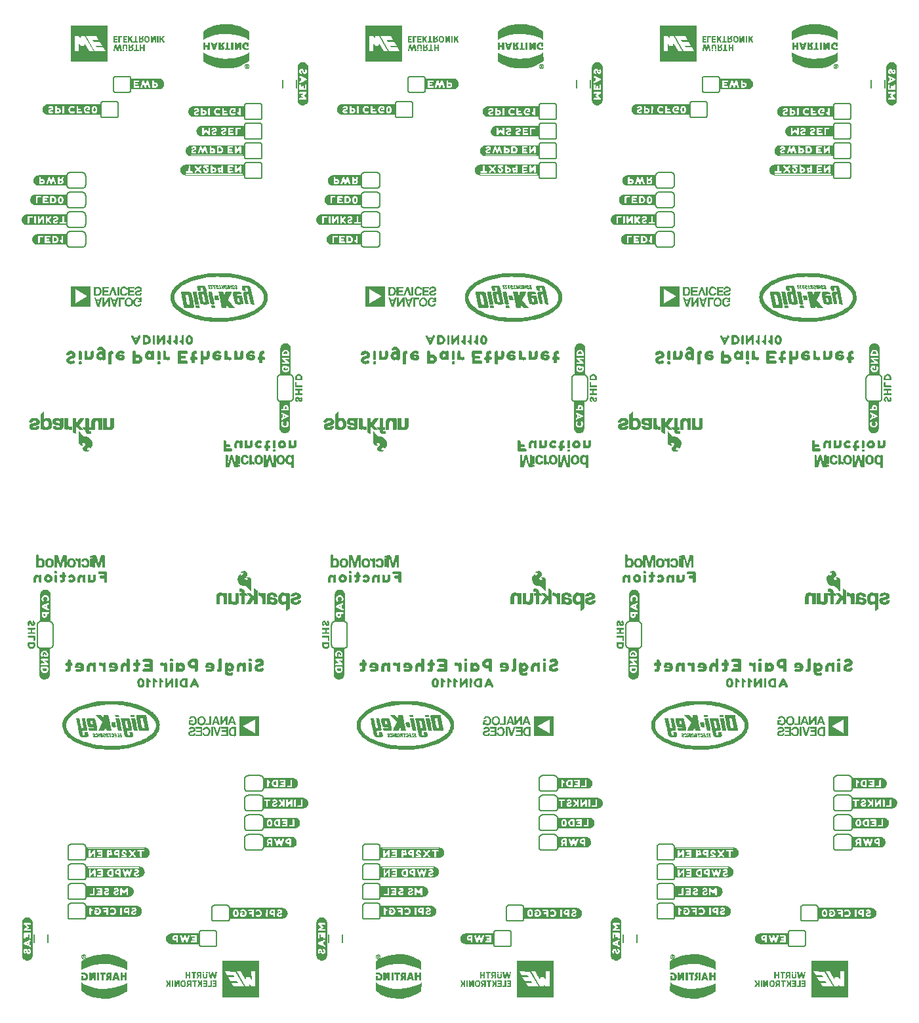
<source format=gbo>
G04 EAGLE Gerber RS-274X export*
G75*
%MOMM*%
%FSLAX34Y34*%
%LPD*%
%INSilkscreen Bottom*%
%IPPOS*%
%AMOC8*
5,1,8,0,0,1.08239X$1,22.5*%
G01*
%ADD10C,0.203200*%
%ADD11C,0.152400*%
%ADD12C,0.010000*%
%ADD13C,0.076200*%

G36*
X885568Y386538D02*
X885568Y386538D01*
X885570Y386537D01*
X886690Y386617D01*
X887568Y386697D01*
X887966Y386697D01*
X887975Y386704D01*
X887982Y386699D01*
X888214Y386777D01*
X888846Y386777D01*
X888853Y386782D01*
X888858Y386778D01*
X889492Y386937D01*
X889886Y386937D01*
X889892Y386941D01*
X889896Y386938D01*
X890291Y387017D01*
X890686Y387017D01*
X890692Y387021D01*
X890696Y387018D01*
X891091Y387097D01*
X891566Y387097D01*
X891572Y387101D01*
X891576Y387098D01*
X892371Y387257D01*
X892846Y387257D01*
X892852Y387261D01*
X892856Y387258D01*
X893254Y387337D01*
X896292Y387737D01*
X896293Y387738D01*
X896294Y387737D01*
X899334Y388217D01*
X899335Y388219D01*
X899336Y388218D01*
X905256Y389498D01*
X905258Y389499D01*
X905259Y389498D01*
X908219Y390298D01*
X908220Y390300D01*
X908221Y390299D01*
X913821Y392059D01*
X913822Y392061D01*
X913824Y392060D01*
X916544Y393100D01*
X916544Y393101D01*
X916545Y393100D01*
X919105Y394140D01*
X919105Y394142D01*
X919106Y394141D01*
X921586Y395261D01*
X921587Y395262D01*
X921588Y395262D01*
X923988Y396462D01*
X923989Y396464D01*
X923990Y396463D01*
X926230Y397743D01*
X926231Y397744D01*
X928391Y399024D01*
X928392Y399027D01*
X928394Y399026D01*
X930314Y400386D01*
X930315Y400387D01*
X930315Y400386D01*
X932155Y401746D01*
X932156Y401750D01*
X932159Y401749D01*
X933759Y403189D01*
X933759Y403190D01*
X934719Y404070D01*
X934720Y404075D01*
X934724Y404074D01*
X935524Y405034D01*
X935524Y405036D01*
X935525Y405036D01*
X936325Y406076D01*
X936325Y406078D01*
X936327Y406078D01*
X937767Y408158D01*
X937766Y408162D01*
X937769Y408163D01*
X938329Y409203D01*
X938329Y409204D01*
X938330Y409204D01*
X938890Y410324D01*
X938889Y410328D01*
X938892Y410329D01*
X939692Y412569D01*
X939692Y412572D01*
X939693Y412572D01*
X939723Y412675D01*
X939737Y412724D01*
X939779Y412872D01*
X939821Y413020D01*
X939835Y413069D01*
X939877Y413217D01*
X939878Y413217D01*
X939877Y413217D01*
X939920Y413365D01*
X939934Y413414D01*
X939976Y413562D01*
X940013Y413692D01*
X940012Y413695D01*
X940014Y413696D01*
X940254Y414816D01*
X940253Y414818D01*
X940255Y414820D01*
X940415Y416020D01*
X940414Y416022D01*
X940415Y416023D01*
X940575Y418263D01*
X940572Y418267D01*
X940575Y418269D01*
X940495Y419469D01*
X940493Y419471D01*
X940495Y419473D01*
X940335Y420593D01*
X940303Y420625D01*
X940325Y420642D01*
X940318Y420650D01*
X940323Y420654D01*
X940321Y420656D01*
X940326Y420661D01*
X940255Y421229D01*
X940255Y421466D01*
X940250Y421473D01*
X940254Y421478D01*
X939935Y422752D01*
X939935Y422986D01*
X939930Y422993D01*
X939934Y422998D01*
X939854Y423318D01*
X939848Y423323D01*
X939850Y423328D01*
X939692Y423643D01*
X939614Y423958D01*
X939612Y423960D01*
X939613Y423962D01*
X939533Y424200D01*
X939454Y424518D01*
X939448Y424523D01*
X939450Y424528D01*
X939292Y424845D01*
X939213Y425082D01*
X939208Y425085D01*
X939210Y425088D01*
X939050Y425407D01*
X938731Y426126D01*
X938728Y426128D01*
X938729Y426130D01*
X937929Y427570D01*
X937927Y427571D01*
X937928Y427572D01*
X937528Y428212D01*
X937525Y428213D01*
X937525Y428216D01*
X937046Y428854D01*
X936648Y429492D01*
X936645Y429493D01*
X936645Y429496D01*
X936165Y430136D01*
X936163Y430136D01*
X936163Y430138D01*
X935604Y430777D01*
X935125Y431416D01*
X935120Y431417D01*
X935121Y431421D01*
X934561Y431981D01*
X934558Y431981D01*
X934558Y431983D01*
X933921Y432541D01*
X933363Y433178D01*
X933356Y433180D01*
X933356Y433185D01*
X932637Y433744D01*
X931998Y434303D01*
X931996Y434303D01*
X931996Y434305D01*
X930559Y435423D01*
X930401Y435581D01*
X930389Y435582D01*
X930388Y435590D01*
X930075Y435747D01*
X929921Y435901D01*
X929909Y435902D01*
X929908Y435910D01*
X929435Y436147D01*
X929281Y436301D01*
X929269Y436302D01*
X929268Y436310D01*
X928795Y436547D01*
X928641Y436701D01*
X928629Y436702D01*
X928628Y436710D01*
X928155Y436947D01*
X928001Y437101D01*
X927993Y437102D01*
X927992Y437108D01*
X926472Y438068D01*
X926471Y438068D01*
X924871Y439028D01*
X924869Y439028D01*
X924869Y439030D01*
X921509Y440790D01*
X921507Y440789D01*
X921507Y440790D01*
X919667Y441670D01*
X919666Y441670D01*
X919666Y441671D01*
X915986Y443271D01*
X915983Y443271D01*
X915983Y443272D01*
X913983Y443992D01*
X913981Y443992D01*
X913981Y443993D01*
X911981Y444633D01*
X909822Y445353D01*
X909819Y445352D01*
X909818Y445354D01*
X907659Y445914D01*
X905500Y446553D01*
X905497Y446552D01*
X905496Y446554D01*
X903177Y447034D01*
X900777Y447594D01*
X900776Y447593D01*
X900776Y447594D01*
X898376Y448074D01*
X898374Y448074D01*
X898374Y448075D01*
X895894Y448475D01*
X895096Y448634D01*
X895092Y448633D01*
X895090Y448635D01*
X893332Y448795D01*
X892374Y448955D01*
X892371Y448953D01*
X892370Y448955D01*
X891410Y449035D01*
X890290Y449115D01*
X889250Y449195D01*
X888130Y449275D01*
X888127Y449274D01*
X888126Y449275D01*
X886928Y449275D01*
X884529Y449435D01*
X884527Y449434D01*
X884526Y449435D01*
X882048Y449435D01*
X880769Y449515D01*
X880767Y449514D01*
X880766Y449515D01*
X873086Y449515D01*
X873084Y449514D01*
X873083Y449515D01*
X871884Y449435D01*
X869486Y449435D01*
X869484Y449434D01*
X869483Y449435D01*
X868283Y449355D01*
X867163Y449275D01*
X867162Y449275D01*
X865084Y449115D01*
X864046Y449115D01*
X864041Y449112D01*
X864038Y449115D01*
X863080Y448955D01*
X862202Y448875D01*
X862201Y448875D01*
X860601Y448715D01*
X860599Y448713D01*
X860597Y448714D01*
X853877Y447434D01*
X853876Y447433D01*
X853875Y447434D01*
X850675Y446714D01*
X847635Y445994D01*
X847633Y445992D01*
X847632Y445993D01*
X844752Y445113D01*
X844751Y445113D01*
X841951Y444233D01*
X841950Y444232D01*
X839230Y443272D01*
X839229Y443271D01*
X839227Y443272D01*
X836667Y442232D01*
X836666Y442230D01*
X836665Y442231D01*
X834265Y441111D01*
X834264Y441109D01*
X834263Y441110D01*
X831943Y439910D01*
X831943Y439909D01*
X829703Y438709D01*
X829702Y438707D01*
X829699Y438707D01*
X827699Y437427D01*
X827699Y437426D01*
X827698Y437427D01*
X825698Y436067D01*
X825697Y436064D01*
X825695Y436064D01*
X823935Y434624D01*
X823934Y434622D01*
X823933Y434623D01*
X822253Y433103D01*
X822253Y433102D01*
X822252Y433102D01*
X820652Y431582D01*
X820652Y431579D01*
X820649Y431579D01*
X820009Y430859D01*
X820009Y430857D01*
X820008Y430857D01*
X819368Y430058D01*
X818729Y429339D01*
X818729Y429336D01*
X818727Y429336D01*
X818167Y428616D01*
X818167Y428613D01*
X818165Y428613D01*
X817205Y427173D01*
X817205Y427170D01*
X817203Y427170D01*
X816403Y425730D01*
X816403Y425727D01*
X816401Y425726D01*
X815761Y424286D01*
X815762Y424282D01*
X815759Y424282D01*
X815279Y422842D01*
X815281Y422837D01*
X815278Y422836D01*
X814958Y421236D01*
X814959Y421232D01*
X814957Y421231D01*
X814797Y419631D01*
X814798Y419629D01*
X814797Y419627D01*
X814717Y416907D01*
X814721Y416901D01*
X814718Y416897D01*
X815198Y414177D01*
X815201Y414174D01*
X815199Y414172D01*
X815999Y411532D01*
X816004Y411528D01*
X816002Y411525D01*
X817282Y408885D01*
X817286Y408882D01*
X817285Y408878D01*
X818965Y406398D01*
X818970Y406397D01*
X818969Y406393D01*
X821049Y404073D01*
X821052Y404073D01*
X821052Y404071D01*
X823452Y401751D01*
X823456Y401750D01*
X823456Y401747D01*
X826256Y399587D01*
X826259Y399587D01*
X826259Y399585D01*
X829379Y397585D01*
X829382Y397585D01*
X829382Y397583D01*
X832902Y395663D01*
X832905Y395663D01*
X832905Y395661D01*
X836665Y393901D01*
X836668Y393902D01*
X836668Y393900D01*
X840828Y392300D01*
X840830Y392301D01*
X840831Y392299D01*
X845231Y390859D01*
X845232Y390860D01*
X845232Y390859D01*
X849952Y389499D01*
X849955Y389500D01*
X849956Y389498D01*
X854916Y388458D01*
X854917Y388458D01*
X860197Y387498D01*
X860200Y387499D01*
X860202Y387497D01*
X861162Y387417D01*
X862520Y387257D01*
X862522Y387258D01*
X862523Y387257D01*
X864042Y387177D01*
X865802Y387017D01*
X865803Y387018D01*
X865804Y387017D01*
X867724Y386937D01*
X869804Y386857D01*
X878444Y386537D01*
X878445Y386538D01*
X878446Y386537D01*
X885566Y386537D01*
X885568Y386538D01*
G37*
G36*
X505584Y386538D02*
X505584Y386538D01*
X505586Y386537D01*
X506706Y386617D01*
X507584Y386697D01*
X507982Y386697D01*
X507991Y386704D01*
X507998Y386699D01*
X508230Y386777D01*
X508862Y386777D01*
X508869Y386782D01*
X508874Y386778D01*
X509508Y386937D01*
X509902Y386937D01*
X509908Y386941D01*
X509912Y386938D01*
X510307Y387017D01*
X510702Y387017D01*
X510708Y387021D01*
X510712Y387018D01*
X511107Y387097D01*
X511582Y387097D01*
X511588Y387101D01*
X511592Y387098D01*
X512387Y387257D01*
X512862Y387257D01*
X512868Y387261D01*
X512872Y387258D01*
X513270Y387337D01*
X516308Y387737D01*
X516309Y387738D01*
X516310Y387737D01*
X519350Y388217D01*
X519351Y388219D01*
X519352Y388218D01*
X525272Y389498D01*
X525274Y389499D01*
X525275Y389498D01*
X528235Y390298D01*
X528236Y390300D01*
X528237Y390299D01*
X533837Y392059D01*
X533838Y392061D01*
X533840Y392060D01*
X536560Y393100D01*
X536560Y393101D01*
X536561Y393100D01*
X539121Y394140D01*
X539121Y394142D01*
X539122Y394141D01*
X541602Y395261D01*
X541603Y395262D01*
X541604Y395262D01*
X544004Y396462D01*
X544005Y396464D01*
X544006Y396463D01*
X546246Y397743D01*
X546247Y397744D01*
X548407Y399024D01*
X548408Y399027D01*
X548410Y399026D01*
X550330Y400386D01*
X550331Y400387D01*
X550331Y400386D01*
X552171Y401746D01*
X552172Y401750D01*
X552175Y401749D01*
X553775Y403189D01*
X553775Y403190D01*
X554735Y404070D01*
X554736Y404075D01*
X554740Y404074D01*
X555540Y405034D01*
X555540Y405036D01*
X555541Y405036D01*
X556341Y406076D01*
X556341Y406078D01*
X556343Y406078D01*
X557783Y408158D01*
X557782Y408162D01*
X557785Y408163D01*
X558345Y409203D01*
X558345Y409204D01*
X558346Y409204D01*
X558906Y410324D01*
X558905Y410328D01*
X558908Y410329D01*
X559708Y412569D01*
X559708Y412572D01*
X559709Y412572D01*
X559739Y412675D01*
X559753Y412724D01*
X559795Y412872D01*
X559837Y413020D01*
X559851Y413069D01*
X559893Y413217D01*
X559894Y413217D01*
X559893Y413217D01*
X559936Y413365D01*
X559950Y413414D01*
X559992Y413562D01*
X560029Y413692D01*
X560028Y413695D01*
X560030Y413696D01*
X560270Y414816D01*
X560269Y414818D01*
X560271Y414820D01*
X560431Y416020D01*
X560430Y416022D01*
X560431Y416023D01*
X560591Y418263D01*
X560588Y418267D01*
X560591Y418269D01*
X560511Y419469D01*
X560509Y419471D01*
X560511Y419473D01*
X560351Y420593D01*
X560319Y420625D01*
X560341Y420642D01*
X560334Y420650D01*
X560339Y420654D01*
X560337Y420656D01*
X560342Y420661D01*
X560271Y421229D01*
X560271Y421466D01*
X560266Y421473D01*
X560270Y421478D01*
X559951Y422752D01*
X559951Y422986D01*
X559946Y422993D01*
X559950Y422998D01*
X559870Y423318D01*
X559864Y423323D01*
X559866Y423328D01*
X559708Y423643D01*
X559630Y423958D01*
X559628Y423960D01*
X559629Y423962D01*
X559549Y424200D01*
X559470Y424518D01*
X559464Y424523D01*
X559466Y424528D01*
X559308Y424845D01*
X559229Y425082D01*
X559224Y425085D01*
X559226Y425088D01*
X559066Y425407D01*
X558747Y426126D01*
X558744Y426128D01*
X558745Y426130D01*
X557945Y427570D01*
X557943Y427571D01*
X557944Y427572D01*
X557544Y428212D01*
X557541Y428213D01*
X557541Y428216D01*
X557062Y428854D01*
X556664Y429492D01*
X556661Y429493D01*
X556661Y429496D01*
X556181Y430136D01*
X556179Y430136D01*
X556179Y430138D01*
X555620Y430777D01*
X555141Y431416D01*
X555136Y431417D01*
X555137Y431421D01*
X554577Y431981D01*
X554574Y431981D01*
X554574Y431983D01*
X553937Y432541D01*
X553379Y433178D01*
X553372Y433180D01*
X553372Y433185D01*
X552653Y433744D01*
X552014Y434303D01*
X552012Y434303D01*
X552012Y434305D01*
X550575Y435423D01*
X550417Y435581D01*
X550405Y435582D01*
X550404Y435590D01*
X550091Y435747D01*
X549937Y435901D01*
X549925Y435902D01*
X549924Y435910D01*
X549451Y436147D01*
X549297Y436301D01*
X549285Y436302D01*
X549284Y436310D01*
X548811Y436547D01*
X548657Y436701D01*
X548645Y436702D01*
X548644Y436710D01*
X548171Y436947D01*
X548017Y437101D01*
X548009Y437102D01*
X548008Y437108D01*
X546488Y438068D01*
X546487Y438068D01*
X544887Y439028D01*
X544885Y439028D01*
X544885Y439030D01*
X541525Y440790D01*
X541523Y440789D01*
X541523Y440790D01*
X539683Y441670D01*
X539682Y441670D01*
X539682Y441671D01*
X536002Y443271D01*
X535999Y443271D01*
X535999Y443272D01*
X533999Y443992D01*
X533997Y443992D01*
X533997Y443993D01*
X531997Y444633D01*
X529838Y445353D01*
X529835Y445352D01*
X529834Y445354D01*
X527675Y445914D01*
X525516Y446553D01*
X525513Y446552D01*
X525512Y446554D01*
X523193Y447034D01*
X520793Y447594D01*
X520792Y447593D01*
X520792Y447594D01*
X518392Y448074D01*
X518390Y448074D01*
X518390Y448075D01*
X515910Y448475D01*
X515112Y448634D01*
X515108Y448633D01*
X515106Y448635D01*
X513348Y448795D01*
X512390Y448955D01*
X512387Y448953D01*
X512386Y448955D01*
X511426Y449035D01*
X510306Y449115D01*
X509266Y449195D01*
X508146Y449275D01*
X508143Y449274D01*
X508142Y449275D01*
X506944Y449275D01*
X504545Y449435D01*
X504543Y449434D01*
X504542Y449435D01*
X502064Y449435D01*
X500785Y449515D01*
X500783Y449514D01*
X500782Y449515D01*
X493102Y449515D01*
X493100Y449514D01*
X493099Y449515D01*
X491900Y449435D01*
X489502Y449435D01*
X489500Y449434D01*
X489499Y449435D01*
X488299Y449355D01*
X487179Y449275D01*
X487178Y449275D01*
X485100Y449115D01*
X484062Y449115D01*
X484057Y449112D01*
X484054Y449115D01*
X483096Y448955D01*
X482218Y448875D01*
X482217Y448875D01*
X480617Y448715D01*
X480615Y448713D01*
X480613Y448714D01*
X473893Y447434D01*
X473892Y447433D01*
X473891Y447434D01*
X470691Y446714D01*
X467651Y445994D01*
X467649Y445992D01*
X467648Y445993D01*
X464768Y445113D01*
X464767Y445113D01*
X461967Y444233D01*
X461966Y444232D01*
X459246Y443272D01*
X459245Y443271D01*
X459243Y443272D01*
X456683Y442232D01*
X456682Y442230D01*
X456681Y442231D01*
X454281Y441111D01*
X454280Y441109D01*
X454279Y441110D01*
X451959Y439910D01*
X451959Y439909D01*
X449719Y438709D01*
X449718Y438707D01*
X449715Y438707D01*
X447715Y437427D01*
X447715Y437426D01*
X447714Y437427D01*
X445714Y436067D01*
X445713Y436064D01*
X445711Y436064D01*
X443951Y434624D01*
X443950Y434622D01*
X443949Y434623D01*
X442269Y433103D01*
X442269Y433102D01*
X442268Y433102D01*
X440668Y431582D01*
X440668Y431579D01*
X440665Y431579D01*
X440025Y430859D01*
X440025Y430857D01*
X440024Y430857D01*
X439384Y430058D01*
X438745Y429339D01*
X438745Y429336D01*
X438743Y429336D01*
X438183Y428616D01*
X438183Y428613D01*
X438181Y428613D01*
X437221Y427173D01*
X437221Y427170D01*
X437219Y427170D01*
X436419Y425730D01*
X436419Y425727D01*
X436417Y425726D01*
X435777Y424286D01*
X435778Y424282D01*
X435775Y424282D01*
X435295Y422842D01*
X435297Y422837D01*
X435294Y422836D01*
X434974Y421236D01*
X434975Y421232D01*
X434973Y421231D01*
X434813Y419631D01*
X434814Y419629D01*
X434813Y419627D01*
X434733Y416907D01*
X434737Y416901D01*
X434734Y416897D01*
X435214Y414177D01*
X435217Y414174D01*
X435215Y414172D01*
X436015Y411532D01*
X436020Y411528D01*
X436018Y411525D01*
X437298Y408885D01*
X437302Y408882D01*
X437301Y408878D01*
X438981Y406398D01*
X438986Y406397D01*
X438985Y406393D01*
X441065Y404073D01*
X441068Y404073D01*
X441068Y404071D01*
X443468Y401751D01*
X443472Y401750D01*
X443472Y401747D01*
X446272Y399587D01*
X446275Y399587D01*
X446275Y399585D01*
X449395Y397585D01*
X449398Y397585D01*
X449398Y397583D01*
X452918Y395663D01*
X452921Y395663D01*
X452921Y395661D01*
X456681Y393901D01*
X456684Y393902D01*
X456684Y393900D01*
X460844Y392300D01*
X460846Y392301D01*
X460847Y392299D01*
X465247Y390859D01*
X465248Y390860D01*
X465248Y390859D01*
X469968Y389499D01*
X469971Y389500D01*
X469972Y389498D01*
X474932Y388458D01*
X474933Y388458D01*
X480213Y387498D01*
X480216Y387499D01*
X480218Y387497D01*
X481178Y387417D01*
X482536Y387257D01*
X482538Y387258D01*
X482539Y387257D01*
X484058Y387177D01*
X485818Y387017D01*
X485819Y387018D01*
X485820Y387017D01*
X487740Y386937D01*
X489820Y386857D01*
X498460Y386537D01*
X498461Y386538D01*
X498462Y386537D01*
X505582Y386537D01*
X505584Y386538D01*
G37*
G36*
X125600Y386538D02*
X125600Y386538D01*
X125602Y386537D01*
X126722Y386617D01*
X127600Y386697D01*
X127998Y386697D01*
X128007Y386704D01*
X128014Y386699D01*
X128246Y386777D01*
X128878Y386777D01*
X128885Y386782D01*
X128890Y386778D01*
X129524Y386937D01*
X129918Y386937D01*
X129924Y386941D01*
X129928Y386938D01*
X130323Y387017D01*
X130718Y387017D01*
X130724Y387021D01*
X130728Y387018D01*
X131123Y387097D01*
X131598Y387097D01*
X131604Y387101D01*
X131608Y387098D01*
X132403Y387257D01*
X132878Y387257D01*
X132884Y387261D01*
X132888Y387258D01*
X133286Y387337D01*
X136324Y387737D01*
X136325Y387738D01*
X136326Y387737D01*
X139366Y388217D01*
X139367Y388219D01*
X139368Y388218D01*
X145288Y389498D01*
X145290Y389499D01*
X145291Y389498D01*
X148251Y390298D01*
X148252Y390300D01*
X148253Y390299D01*
X153853Y392059D01*
X153854Y392061D01*
X153856Y392060D01*
X156576Y393100D01*
X156576Y393101D01*
X156577Y393100D01*
X159137Y394140D01*
X159137Y394142D01*
X159138Y394141D01*
X161618Y395261D01*
X161619Y395262D01*
X161620Y395262D01*
X164020Y396462D01*
X164021Y396464D01*
X164022Y396463D01*
X166262Y397743D01*
X166263Y397744D01*
X168423Y399024D01*
X168424Y399027D01*
X168426Y399026D01*
X170346Y400386D01*
X170347Y400387D01*
X170347Y400386D01*
X172187Y401746D01*
X172188Y401750D01*
X172191Y401749D01*
X173791Y403189D01*
X173791Y403190D01*
X174751Y404070D01*
X174752Y404075D01*
X174756Y404074D01*
X175556Y405034D01*
X175556Y405036D01*
X175557Y405036D01*
X176357Y406076D01*
X176357Y406078D01*
X176359Y406078D01*
X177799Y408158D01*
X177798Y408162D01*
X177801Y408163D01*
X178361Y409203D01*
X178361Y409204D01*
X178362Y409204D01*
X178922Y410324D01*
X178921Y410328D01*
X178924Y410329D01*
X179724Y412569D01*
X179724Y412572D01*
X179725Y412572D01*
X179755Y412675D01*
X179769Y412724D01*
X179811Y412872D01*
X179853Y413020D01*
X179867Y413069D01*
X179909Y413217D01*
X179910Y413217D01*
X179909Y413217D01*
X179952Y413365D01*
X179966Y413414D01*
X180008Y413562D01*
X180045Y413692D01*
X180044Y413695D01*
X180046Y413696D01*
X180286Y414816D01*
X180285Y414818D01*
X180287Y414820D01*
X180447Y416020D01*
X180446Y416022D01*
X180447Y416023D01*
X180607Y418263D01*
X180604Y418267D01*
X180607Y418269D01*
X180527Y419469D01*
X180525Y419471D01*
X180527Y419473D01*
X180367Y420593D01*
X180335Y420625D01*
X180357Y420642D01*
X180350Y420650D01*
X180355Y420654D01*
X180353Y420656D01*
X180358Y420661D01*
X180287Y421229D01*
X180287Y421466D01*
X180282Y421473D01*
X180286Y421478D01*
X179967Y422752D01*
X179967Y422986D01*
X179962Y422993D01*
X179966Y422998D01*
X179886Y423318D01*
X179880Y423323D01*
X179882Y423328D01*
X179724Y423643D01*
X179646Y423958D01*
X179644Y423960D01*
X179645Y423962D01*
X179565Y424200D01*
X179486Y424518D01*
X179480Y424523D01*
X179482Y424528D01*
X179324Y424845D01*
X179245Y425082D01*
X179240Y425085D01*
X179242Y425088D01*
X179082Y425407D01*
X178763Y426126D01*
X178760Y426128D01*
X178761Y426130D01*
X177961Y427570D01*
X177959Y427571D01*
X177960Y427572D01*
X177560Y428212D01*
X177557Y428213D01*
X177557Y428216D01*
X177078Y428854D01*
X176680Y429492D01*
X176677Y429493D01*
X176677Y429496D01*
X176197Y430136D01*
X176195Y430136D01*
X176195Y430138D01*
X175636Y430777D01*
X175157Y431416D01*
X175152Y431417D01*
X175153Y431421D01*
X174593Y431981D01*
X174590Y431981D01*
X174590Y431983D01*
X173953Y432541D01*
X173395Y433178D01*
X173388Y433180D01*
X173388Y433185D01*
X172669Y433744D01*
X172030Y434303D01*
X172028Y434303D01*
X172028Y434305D01*
X170591Y435423D01*
X170433Y435581D01*
X170421Y435582D01*
X170420Y435590D01*
X170107Y435747D01*
X169953Y435901D01*
X169941Y435902D01*
X169940Y435910D01*
X169467Y436147D01*
X169313Y436301D01*
X169301Y436302D01*
X169300Y436310D01*
X168827Y436547D01*
X168673Y436701D01*
X168661Y436702D01*
X168660Y436710D01*
X168187Y436947D01*
X168033Y437101D01*
X168025Y437102D01*
X168024Y437108D01*
X166504Y438068D01*
X166503Y438068D01*
X164903Y439028D01*
X164901Y439028D01*
X164901Y439030D01*
X161541Y440790D01*
X161539Y440789D01*
X161539Y440790D01*
X159699Y441670D01*
X159698Y441670D01*
X159698Y441671D01*
X156018Y443271D01*
X156015Y443271D01*
X156015Y443272D01*
X154015Y443992D01*
X154013Y443992D01*
X154013Y443993D01*
X152013Y444633D01*
X149854Y445353D01*
X149851Y445352D01*
X149850Y445354D01*
X147691Y445914D01*
X145532Y446553D01*
X145529Y446552D01*
X145528Y446554D01*
X143209Y447034D01*
X140809Y447594D01*
X140808Y447593D01*
X140808Y447594D01*
X138408Y448074D01*
X138406Y448074D01*
X138406Y448075D01*
X135926Y448475D01*
X135128Y448634D01*
X135124Y448633D01*
X135122Y448635D01*
X133364Y448795D01*
X132406Y448955D01*
X132403Y448953D01*
X132402Y448955D01*
X131442Y449035D01*
X130322Y449115D01*
X129282Y449195D01*
X128162Y449275D01*
X128159Y449274D01*
X128158Y449275D01*
X126960Y449275D01*
X124561Y449435D01*
X124559Y449434D01*
X124558Y449435D01*
X122080Y449435D01*
X120801Y449515D01*
X120799Y449514D01*
X120798Y449515D01*
X113118Y449515D01*
X113116Y449514D01*
X113115Y449515D01*
X111916Y449435D01*
X109518Y449435D01*
X109516Y449434D01*
X109515Y449435D01*
X108315Y449355D01*
X107195Y449275D01*
X107194Y449275D01*
X105116Y449115D01*
X104078Y449115D01*
X104073Y449112D01*
X104070Y449115D01*
X103112Y448955D01*
X102234Y448875D01*
X102233Y448875D01*
X100633Y448715D01*
X100631Y448713D01*
X100629Y448714D01*
X93909Y447434D01*
X93908Y447433D01*
X93907Y447434D01*
X90707Y446714D01*
X87667Y445994D01*
X87665Y445992D01*
X87664Y445993D01*
X84784Y445113D01*
X84783Y445113D01*
X81983Y444233D01*
X81982Y444232D01*
X79262Y443272D01*
X79261Y443271D01*
X79259Y443272D01*
X76699Y442232D01*
X76698Y442230D01*
X76697Y442231D01*
X74297Y441111D01*
X74296Y441109D01*
X74295Y441110D01*
X71975Y439910D01*
X71975Y439909D01*
X69735Y438709D01*
X69734Y438707D01*
X69731Y438707D01*
X67731Y437427D01*
X67731Y437426D01*
X67730Y437427D01*
X65730Y436067D01*
X65729Y436064D01*
X65727Y436064D01*
X63967Y434624D01*
X63966Y434622D01*
X63965Y434623D01*
X62285Y433103D01*
X62285Y433102D01*
X62284Y433102D01*
X60684Y431582D01*
X60684Y431579D01*
X60681Y431579D01*
X60041Y430859D01*
X60041Y430857D01*
X60040Y430857D01*
X59400Y430058D01*
X58761Y429339D01*
X58761Y429336D01*
X58759Y429336D01*
X58199Y428616D01*
X58199Y428613D01*
X58197Y428613D01*
X57237Y427173D01*
X57237Y427170D01*
X57235Y427170D01*
X56435Y425730D01*
X56435Y425727D01*
X56433Y425726D01*
X55793Y424286D01*
X55794Y424282D01*
X55791Y424282D01*
X55311Y422842D01*
X55313Y422837D01*
X55310Y422836D01*
X54990Y421236D01*
X54991Y421232D01*
X54989Y421231D01*
X54829Y419631D01*
X54830Y419629D01*
X54829Y419627D01*
X54749Y416907D01*
X54753Y416901D01*
X54750Y416897D01*
X55230Y414177D01*
X55233Y414174D01*
X55231Y414172D01*
X56031Y411532D01*
X56036Y411528D01*
X56034Y411525D01*
X57314Y408885D01*
X57318Y408882D01*
X57317Y408878D01*
X58997Y406398D01*
X59002Y406397D01*
X59001Y406393D01*
X61081Y404073D01*
X61084Y404073D01*
X61084Y404071D01*
X63484Y401751D01*
X63488Y401750D01*
X63488Y401747D01*
X66288Y399587D01*
X66291Y399587D01*
X66291Y399585D01*
X69411Y397585D01*
X69414Y397585D01*
X69414Y397583D01*
X72934Y395663D01*
X72937Y395663D01*
X72937Y395661D01*
X76697Y393901D01*
X76700Y393902D01*
X76700Y393900D01*
X80860Y392300D01*
X80862Y392301D01*
X80863Y392299D01*
X85263Y390859D01*
X85264Y390860D01*
X85264Y390859D01*
X89984Y389499D01*
X89987Y389500D01*
X89988Y389498D01*
X94948Y388458D01*
X94949Y388458D01*
X100229Y387498D01*
X100232Y387499D01*
X100234Y387497D01*
X101194Y387417D01*
X102552Y387257D01*
X102554Y387258D01*
X102555Y387257D01*
X104074Y387177D01*
X105834Y387017D01*
X105835Y387018D01*
X105836Y387017D01*
X107756Y386937D01*
X109836Y386857D01*
X118476Y386537D01*
X118477Y386538D01*
X118478Y386537D01*
X125598Y386537D01*
X125600Y386538D01*
G37*
G36*
X641772Y939384D02*
X641772Y939384D01*
X641773Y939382D01*
X642972Y939462D01*
X645370Y939462D01*
X645372Y939464D01*
X645373Y939462D01*
X646573Y939542D01*
X646574Y939542D01*
X647694Y939622D01*
X649772Y939782D01*
X650810Y939782D01*
X650815Y939786D01*
X650818Y939783D01*
X651776Y939943D01*
X652654Y940022D01*
X652655Y940023D01*
X652655Y940022D01*
X654255Y940182D01*
X654257Y940185D01*
X654259Y940183D01*
X660979Y941463D01*
X660980Y941464D01*
X660981Y941463D01*
X664181Y942183D01*
X664181Y942184D01*
X664181Y942183D01*
X667221Y942903D01*
X667223Y942905D01*
X667224Y942904D01*
X670104Y943784D01*
X670105Y943785D01*
X670105Y943784D01*
X672905Y944664D01*
X672906Y944666D01*
X672906Y944665D01*
X675626Y945625D01*
X675627Y945626D01*
X675629Y945626D01*
X678189Y946666D01*
X678190Y946667D01*
X678191Y946667D01*
X680591Y947787D01*
X680592Y947788D01*
X680593Y947788D01*
X682913Y948988D01*
X685153Y950188D01*
X685155Y950191D01*
X685157Y950190D01*
X687157Y951470D01*
X687157Y951471D01*
X687158Y951471D01*
X689158Y952831D01*
X689159Y952834D01*
X689161Y952833D01*
X690921Y954273D01*
X690922Y954275D01*
X690923Y954275D01*
X692603Y955795D01*
X692603Y955796D01*
X692604Y955796D01*
X694204Y957316D01*
X694204Y957319D01*
X694207Y957319D01*
X694847Y958039D01*
X694847Y958041D01*
X694848Y958041D01*
X695488Y958840D01*
X696127Y959559D01*
X696127Y959561D01*
X696129Y959561D01*
X696689Y960281D01*
X696689Y960284D01*
X696691Y960284D01*
X697651Y961724D01*
X697651Y961727D01*
X697653Y961728D01*
X698453Y963168D01*
X698453Y963171D01*
X698455Y963171D01*
X699095Y964611D01*
X699094Y964615D01*
X699097Y964616D01*
X699577Y966056D01*
X699575Y966060D01*
X699576Y966061D01*
X699578Y966062D01*
X699898Y967662D01*
X699897Y967665D01*
X699899Y967667D01*
X700059Y969267D01*
X700058Y969269D01*
X700059Y969270D01*
X700139Y971990D01*
X700135Y971996D01*
X700139Y972000D01*
X699659Y974720D01*
X699655Y974723D01*
X699657Y974726D01*
X698857Y977366D01*
X698852Y977369D01*
X698854Y977373D01*
X697574Y980013D01*
X697570Y980015D01*
X697571Y980019D01*
X695891Y982499D01*
X695886Y982501D01*
X695887Y982504D01*
X693807Y984824D01*
X693804Y984825D01*
X693804Y984827D01*
X691404Y987147D01*
X691400Y987147D01*
X691400Y987150D01*
X688600Y989310D01*
X688597Y989310D01*
X688597Y989313D01*
X685477Y991313D01*
X685474Y991313D01*
X685474Y991315D01*
X681954Y993235D01*
X681951Y993234D01*
X681951Y993236D01*
X678191Y994996D01*
X678188Y994995D01*
X678188Y994997D01*
X674028Y996597D01*
X674026Y996597D01*
X674025Y996598D01*
X669625Y998038D01*
X669624Y998038D01*
X669624Y998039D01*
X664904Y999399D01*
X664901Y999398D01*
X664900Y999400D01*
X659940Y1000440D01*
X659939Y1000439D01*
X659939Y1000440D01*
X654659Y1001400D01*
X654656Y1001398D01*
X654654Y1001401D01*
X653694Y1001480D01*
X652336Y1001640D01*
X652334Y1001639D01*
X652333Y1001641D01*
X650814Y1001721D01*
X649054Y1001880D01*
X649053Y1001880D01*
X649052Y1001880D01*
X649052Y1001881D01*
X647132Y1001961D01*
X645052Y1002041D01*
X636412Y1002361D01*
X636411Y1002360D01*
X636410Y1002361D01*
X629290Y1002361D01*
X629288Y1002359D01*
X629287Y1002361D01*
X628167Y1002281D01*
X628166Y1002280D01*
X627288Y1002201D01*
X626890Y1002201D01*
X626881Y1002194D01*
X626874Y1002198D01*
X626642Y1002121D01*
X626010Y1002121D01*
X626003Y1002115D01*
X625998Y1002119D01*
X625364Y1001961D01*
X624970Y1001961D01*
X624964Y1001956D01*
X624960Y1001960D01*
X624565Y1001881D01*
X624170Y1001881D01*
X624170Y1001880D01*
X624169Y1001880D01*
X624164Y1001877D01*
X624160Y1001880D01*
X623765Y1001801D01*
X623290Y1001801D01*
X623284Y1001796D01*
X623280Y1001800D01*
X622485Y1001641D01*
X622010Y1001641D01*
X622004Y1001636D01*
X622000Y1001640D01*
X621602Y1001560D01*
X618564Y1001160D01*
X618563Y1001160D01*
X618562Y1001160D01*
X615522Y1000680D01*
X615521Y1000679D01*
X615520Y1000680D01*
X609600Y999400D01*
X609598Y999398D01*
X609597Y999399D01*
X606637Y998599D01*
X606636Y998598D01*
X606635Y998598D01*
X601035Y996838D01*
X601034Y996837D01*
X601032Y996837D01*
X598312Y995797D01*
X598311Y995797D01*
X595751Y994757D01*
X595751Y994756D01*
X595750Y994756D01*
X593270Y993636D01*
X593269Y993635D01*
X593268Y993635D01*
X590868Y992435D01*
X590867Y992434D01*
X590866Y992434D01*
X588626Y991154D01*
X588625Y991154D01*
X586465Y989874D01*
X586464Y989871D01*
X586462Y989872D01*
X584542Y988512D01*
X584541Y988511D01*
X582701Y987151D01*
X582700Y987148D01*
X582697Y987148D01*
X581097Y985708D01*
X580137Y984828D01*
X580136Y984823D01*
X580132Y984823D01*
X579332Y983863D01*
X579332Y983861D01*
X579331Y983861D01*
X578531Y982821D01*
X578531Y982820D01*
X578530Y982819D01*
X577090Y980739D01*
X577090Y980735D01*
X577087Y980735D01*
X576527Y979695D01*
X576527Y979694D01*
X576526Y979693D01*
X575966Y978573D01*
X575967Y978569D01*
X575964Y978568D01*
X575164Y976328D01*
X575164Y976326D01*
X575163Y976325D01*
X575151Y976284D01*
X575137Y976234D01*
X575095Y976087D01*
X575052Y975939D01*
X575038Y975890D01*
X574996Y975742D01*
X574954Y975594D01*
X574940Y975545D01*
X574898Y975397D01*
X574855Y975249D01*
X574843Y975205D01*
X574844Y975203D01*
X574842Y975202D01*
X574602Y974082D01*
X574603Y974079D01*
X574601Y974078D01*
X574441Y972878D01*
X574442Y972876D01*
X574441Y972875D01*
X574281Y970635D01*
X574284Y970631D01*
X574281Y970628D01*
X574361Y969428D01*
X574363Y969426D01*
X574361Y969424D01*
X574521Y968304D01*
X574553Y968273D01*
X574531Y968256D01*
X574539Y968246D01*
X574530Y968237D01*
X574601Y967668D01*
X574601Y967431D01*
X574606Y967424D01*
X574602Y967419D01*
X574921Y966145D01*
X574921Y965911D01*
X574926Y965904D01*
X574922Y965899D01*
X575002Y965579D01*
X575008Y965574D01*
X575006Y965569D01*
X575164Y965254D01*
X575242Y964939D01*
X575245Y964938D01*
X575243Y964936D01*
X575323Y964698D01*
X575402Y964379D01*
X575408Y964374D01*
X575406Y964369D01*
X575564Y964052D01*
X575643Y963816D01*
X575648Y963813D01*
X575646Y963809D01*
X575806Y963490D01*
X576125Y962771D01*
X576128Y962770D01*
X576127Y962768D01*
X576927Y961328D01*
X576929Y961327D01*
X576928Y961325D01*
X577328Y960685D01*
X577331Y960684D01*
X577331Y960682D01*
X577810Y960043D01*
X578208Y959405D01*
X578211Y959404D01*
X578211Y959402D01*
X578691Y958762D01*
X578693Y958761D01*
X578693Y958759D01*
X579252Y958120D01*
X579731Y957482D01*
X579736Y957480D01*
X579735Y957477D01*
X580295Y956917D01*
X580298Y956916D01*
X580298Y956914D01*
X580935Y956357D01*
X581493Y955719D01*
X581500Y955718D01*
X581500Y955713D01*
X582219Y955153D01*
X582858Y954594D01*
X582860Y954594D01*
X582860Y954593D01*
X584298Y953474D01*
X584455Y953317D01*
X584467Y953315D01*
X584468Y953307D01*
X584781Y953151D01*
X584935Y952997D01*
X584947Y952995D01*
X584948Y952987D01*
X585421Y952751D01*
X585575Y952597D01*
X585587Y952595D01*
X585588Y952587D01*
X586061Y952351D01*
X586215Y952197D01*
X586227Y952195D01*
X586228Y952187D01*
X586701Y951951D01*
X586855Y951797D01*
X586863Y951796D01*
X586864Y951790D01*
X588384Y950830D01*
X588385Y950830D01*
X588385Y950829D01*
X589985Y949869D01*
X589987Y949869D01*
X589987Y949868D01*
X593347Y948108D01*
X593349Y948108D01*
X593349Y948107D01*
X595189Y947227D01*
X595190Y947227D01*
X595190Y947226D01*
X598870Y945626D01*
X598873Y945627D01*
X598873Y945625D01*
X600873Y944905D01*
X600875Y944905D01*
X602875Y944265D01*
X605034Y943545D01*
X605037Y943546D01*
X605038Y943544D01*
X607197Y942984D01*
X609356Y942344D01*
X609359Y942345D01*
X609360Y942343D01*
X611679Y941863D01*
X614079Y941303D01*
X614080Y941304D01*
X614080Y941303D01*
X616480Y940823D01*
X616482Y940824D01*
X616482Y940823D01*
X618962Y940423D01*
X619760Y940263D01*
X619764Y940265D01*
X619766Y940262D01*
X621524Y940103D01*
X622482Y939943D01*
X622485Y939944D01*
X622486Y939942D01*
X623446Y939862D01*
X623446Y939863D01*
X623447Y939862D01*
X624567Y939782D01*
X625606Y939702D01*
X625607Y939702D01*
X626727Y939622D01*
X626729Y939624D01*
X626730Y939622D01*
X627928Y939622D01*
X630327Y939462D01*
X630329Y939464D01*
X630330Y939462D01*
X632808Y939462D01*
X634087Y939382D01*
X634089Y939384D01*
X634090Y939382D01*
X641770Y939382D01*
X641772Y939384D01*
G37*
G36*
X1021756Y939384D02*
X1021756Y939384D01*
X1021757Y939382D01*
X1022956Y939462D01*
X1025354Y939462D01*
X1025356Y939464D01*
X1025357Y939462D01*
X1026557Y939542D01*
X1026558Y939542D01*
X1027678Y939622D01*
X1029756Y939782D01*
X1030794Y939782D01*
X1030799Y939786D01*
X1030802Y939783D01*
X1031760Y939943D01*
X1032638Y940022D01*
X1032639Y940023D01*
X1032639Y940022D01*
X1034239Y940182D01*
X1034241Y940185D01*
X1034243Y940183D01*
X1040963Y941463D01*
X1040964Y941464D01*
X1040965Y941463D01*
X1044165Y942183D01*
X1044165Y942184D01*
X1044165Y942183D01*
X1047205Y942903D01*
X1047207Y942905D01*
X1047208Y942904D01*
X1050088Y943784D01*
X1050089Y943785D01*
X1050089Y943784D01*
X1052889Y944664D01*
X1052890Y944666D01*
X1052890Y944665D01*
X1055610Y945625D01*
X1055611Y945626D01*
X1055613Y945626D01*
X1058173Y946666D01*
X1058174Y946667D01*
X1058175Y946667D01*
X1060575Y947787D01*
X1060576Y947788D01*
X1060577Y947788D01*
X1062897Y948988D01*
X1065137Y950188D01*
X1065139Y950191D01*
X1065141Y950190D01*
X1067141Y951470D01*
X1067141Y951471D01*
X1067142Y951471D01*
X1069142Y952831D01*
X1069143Y952834D01*
X1069145Y952833D01*
X1070905Y954273D01*
X1070906Y954275D01*
X1070907Y954275D01*
X1072587Y955795D01*
X1072587Y955796D01*
X1072588Y955796D01*
X1074188Y957316D01*
X1074188Y957319D01*
X1074191Y957319D01*
X1074831Y958039D01*
X1074831Y958041D01*
X1074832Y958041D01*
X1075472Y958840D01*
X1076111Y959559D01*
X1076111Y959561D01*
X1076113Y959561D01*
X1076673Y960281D01*
X1076673Y960284D01*
X1076675Y960284D01*
X1077635Y961724D01*
X1077635Y961727D01*
X1077637Y961728D01*
X1078437Y963168D01*
X1078437Y963171D01*
X1078439Y963171D01*
X1079079Y964611D01*
X1079078Y964615D01*
X1079081Y964616D01*
X1079561Y966056D01*
X1079559Y966060D01*
X1079560Y966061D01*
X1079562Y966062D01*
X1079882Y967662D01*
X1079881Y967665D01*
X1079883Y967667D01*
X1080043Y969267D01*
X1080042Y969269D01*
X1080043Y969270D01*
X1080123Y971990D01*
X1080119Y971996D01*
X1080123Y972000D01*
X1079643Y974720D01*
X1079639Y974723D01*
X1079641Y974726D01*
X1078841Y977366D01*
X1078836Y977369D01*
X1078838Y977373D01*
X1077558Y980013D01*
X1077554Y980015D01*
X1077555Y980019D01*
X1075875Y982499D01*
X1075870Y982501D01*
X1075871Y982504D01*
X1073791Y984824D01*
X1073788Y984825D01*
X1073788Y984827D01*
X1071388Y987147D01*
X1071384Y987147D01*
X1071384Y987150D01*
X1068584Y989310D01*
X1068581Y989310D01*
X1068581Y989313D01*
X1065461Y991313D01*
X1065458Y991313D01*
X1065458Y991315D01*
X1061938Y993235D01*
X1061935Y993234D01*
X1061935Y993236D01*
X1058175Y994996D01*
X1058172Y994995D01*
X1058172Y994997D01*
X1054012Y996597D01*
X1054010Y996597D01*
X1054009Y996598D01*
X1049609Y998038D01*
X1049608Y998038D01*
X1049608Y998039D01*
X1044888Y999399D01*
X1044885Y999398D01*
X1044884Y999400D01*
X1039924Y1000440D01*
X1039923Y1000439D01*
X1039923Y1000440D01*
X1034643Y1001400D01*
X1034640Y1001398D01*
X1034638Y1001401D01*
X1033678Y1001480D01*
X1032320Y1001640D01*
X1032318Y1001639D01*
X1032317Y1001641D01*
X1030798Y1001721D01*
X1029038Y1001880D01*
X1029037Y1001880D01*
X1029036Y1001880D01*
X1029036Y1001881D01*
X1027116Y1001961D01*
X1025036Y1002041D01*
X1016396Y1002361D01*
X1016395Y1002360D01*
X1016394Y1002361D01*
X1009274Y1002361D01*
X1009272Y1002359D01*
X1009271Y1002361D01*
X1008151Y1002281D01*
X1008150Y1002280D01*
X1007272Y1002201D01*
X1006874Y1002201D01*
X1006865Y1002194D01*
X1006858Y1002198D01*
X1006626Y1002121D01*
X1005994Y1002121D01*
X1005987Y1002115D01*
X1005982Y1002119D01*
X1005348Y1001961D01*
X1004954Y1001961D01*
X1004948Y1001956D01*
X1004944Y1001960D01*
X1004549Y1001881D01*
X1004154Y1001881D01*
X1004154Y1001880D01*
X1004153Y1001880D01*
X1004148Y1001877D01*
X1004144Y1001880D01*
X1003749Y1001801D01*
X1003274Y1001801D01*
X1003268Y1001796D01*
X1003264Y1001800D01*
X1002469Y1001641D01*
X1001994Y1001641D01*
X1001988Y1001636D01*
X1001984Y1001640D01*
X1001586Y1001560D01*
X998548Y1001160D01*
X998547Y1001160D01*
X998546Y1001160D01*
X995506Y1000680D01*
X995505Y1000679D01*
X995504Y1000680D01*
X989584Y999400D01*
X989582Y999398D01*
X989581Y999399D01*
X986621Y998599D01*
X986620Y998598D01*
X986619Y998598D01*
X981019Y996838D01*
X981018Y996837D01*
X981016Y996837D01*
X978296Y995797D01*
X978295Y995797D01*
X975735Y994757D01*
X975735Y994756D01*
X975734Y994756D01*
X973254Y993636D01*
X973253Y993635D01*
X973252Y993635D01*
X970852Y992435D01*
X970851Y992434D01*
X970850Y992434D01*
X968610Y991154D01*
X968609Y991154D01*
X966449Y989874D01*
X966448Y989871D01*
X966446Y989872D01*
X964526Y988512D01*
X964525Y988511D01*
X962685Y987151D01*
X962684Y987148D01*
X962681Y987148D01*
X961081Y985708D01*
X960121Y984828D01*
X960120Y984823D01*
X960116Y984823D01*
X959316Y983863D01*
X959316Y983861D01*
X959315Y983861D01*
X958515Y982821D01*
X958515Y982820D01*
X958514Y982819D01*
X957074Y980739D01*
X957074Y980735D01*
X957071Y980735D01*
X956511Y979695D01*
X956511Y979694D01*
X956510Y979693D01*
X955950Y978573D01*
X955951Y978569D01*
X955948Y978568D01*
X955148Y976328D01*
X955148Y976326D01*
X955147Y976325D01*
X955135Y976284D01*
X955121Y976234D01*
X955079Y976087D01*
X955036Y975939D01*
X955022Y975890D01*
X954980Y975742D01*
X954938Y975594D01*
X954924Y975545D01*
X954882Y975397D01*
X954839Y975249D01*
X954827Y975205D01*
X954828Y975203D01*
X954826Y975202D01*
X954586Y974082D01*
X954587Y974079D01*
X954585Y974078D01*
X954425Y972878D01*
X954426Y972876D01*
X954425Y972875D01*
X954265Y970635D01*
X954268Y970631D01*
X954265Y970628D01*
X954345Y969428D01*
X954347Y969426D01*
X954345Y969424D01*
X954505Y968304D01*
X954537Y968273D01*
X954515Y968256D01*
X954523Y968246D01*
X954514Y968237D01*
X954585Y967668D01*
X954585Y967431D01*
X954590Y967424D01*
X954586Y967419D01*
X954905Y966145D01*
X954905Y965911D01*
X954910Y965904D01*
X954906Y965899D01*
X954986Y965579D01*
X954992Y965574D01*
X954990Y965569D01*
X955148Y965254D01*
X955226Y964939D01*
X955229Y964938D01*
X955227Y964936D01*
X955307Y964698D01*
X955386Y964379D01*
X955392Y964374D01*
X955390Y964369D01*
X955548Y964052D01*
X955627Y963816D01*
X955632Y963813D01*
X955630Y963809D01*
X955790Y963490D01*
X956109Y962771D01*
X956112Y962770D01*
X956111Y962768D01*
X956911Y961328D01*
X956913Y961327D01*
X956912Y961325D01*
X957312Y960685D01*
X957315Y960684D01*
X957315Y960682D01*
X957794Y960043D01*
X958192Y959405D01*
X958195Y959404D01*
X958195Y959402D01*
X958675Y958762D01*
X958677Y958761D01*
X958677Y958759D01*
X959236Y958120D01*
X959715Y957482D01*
X959720Y957480D01*
X959719Y957477D01*
X960279Y956917D01*
X960282Y956916D01*
X960282Y956914D01*
X960919Y956357D01*
X961477Y955719D01*
X961484Y955718D01*
X961484Y955713D01*
X962203Y955153D01*
X962842Y954594D01*
X962844Y954594D01*
X962844Y954593D01*
X964282Y953474D01*
X964439Y953317D01*
X964451Y953315D01*
X964452Y953307D01*
X964765Y953151D01*
X964919Y952997D01*
X964931Y952995D01*
X964932Y952987D01*
X965405Y952751D01*
X965559Y952597D01*
X965571Y952595D01*
X965572Y952587D01*
X966045Y952351D01*
X966199Y952197D01*
X966211Y952195D01*
X966212Y952187D01*
X966685Y951951D01*
X966839Y951797D01*
X966847Y951796D01*
X966848Y951790D01*
X968368Y950830D01*
X968369Y950830D01*
X968369Y950829D01*
X969969Y949869D01*
X969971Y949869D01*
X969971Y949868D01*
X973331Y948108D01*
X973333Y948108D01*
X973333Y948107D01*
X975173Y947227D01*
X975174Y947227D01*
X975174Y947226D01*
X978854Y945626D01*
X978857Y945627D01*
X978857Y945625D01*
X980857Y944905D01*
X980859Y944905D01*
X982859Y944265D01*
X985018Y943545D01*
X985021Y943546D01*
X985022Y943544D01*
X987181Y942984D01*
X989340Y942344D01*
X989343Y942345D01*
X989344Y942343D01*
X991663Y941863D01*
X994063Y941303D01*
X994064Y941304D01*
X994064Y941303D01*
X996464Y940823D01*
X996466Y940824D01*
X996466Y940823D01*
X998946Y940423D01*
X999744Y940263D01*
X999748Y940265D01*
X999750Y940262D01*
X1001508Y940103D01*
X1002466Y939943D01*
X1002469Y939944D01*
X1002470Y939942D01*
X1003430Y939862D01*
X1003430Y939863D01*
X1003431Y939862D01*
X1004551Y939782D01*
X1005590Y939702D01*
X1005591Y939702D01*
X1006711Y939622D01*
X1006713Y939624D01*
X1006714Y939622D01*
X1007912Y939622D01*
X1010311Y939462D01*
X1010313Y939464D01*
X1010314Y939462D01*
X1012792Y939462D01*
X1014071Y939382D01*
X1014073Y939384D01*
X1014074Y939382D01*
X1021754Y939382D01*
X1021756Y939384D01*
G37*
G36*
X261788Y939384D02*
X261788Y939384D01*
X261789Y939382D01*
X262988Y939462D01*
X265386Y939462D01*
X265388Y939464D01*
X265389Y939462D01*
X266589Y939542D01*
X266590Y939542D01*
X267710Y939622D01*
X269788Y939782D01*
X270826Y939782D01*
X270831Y939786D01*
X270834Y939783D01*
X271792Y939943D01*
X272670Y940022D01*
X272671Y940023D01*
X272671Y940022D01*
X274271Y940182D01*
X274273Y940185D01*
X274275Y940183D01*
X280995Y941463D01*
X280996Y941464D01*
X280997Y941463D01*
X284197Y942183D01*
X284197Y942184D01*
X284197Y942183D01*
X287237Y942903D01*
X287239Y942905D01*
X287240Y942904D01*
X290120Y943784D01*
X290121Y943785D01*
X290121Y943784D01*
X292921Y944664D01*
X292922Y944666D01*
X292922Y944665D01*
X295642Y945625D01*
X295643Y945626D01*
X295645Y945626D01*
X298205Y946666D01*
X298206Y946667D01*
X298207Y946667D01*
X300607Y947787D01*
X300608Y947788D01*
X300609Y947788D01*
X302929Y948988D01*
X305169Y950188D01*
X305171Y950191D01*
X305173Y950190D01*
X307173Y951470D01*
X307173Y951471D01*
X307174Y951471D01*
X309174Y952831D01*
X309175Y952834D01*
X309177Y952833D01*
X310937Y954273D01*
X310938Y954275D01*
X310939Y954275D01*
X312619Y955795D01*
X312619Y955796D01*
X312620Y955796D01*
X314220Y957316D01*
X314220Y957319D01*
X314223Y957319D01*
X314863Y958039D01*
X314863Y958041D01*
X314864Y958041D01*
X315504Y958840D01*
X316143Y959559D01*
X316143Y959561D01*
X316145Y959561D01*
X316705Y960281D01*
X316705Y960284D01*
X316707Y960284D01*
X317667Y961724D01*
X317667Y961727D01*
X317669Y961728D01*
X318469Y963168D01*
X318469Y963171D01*
X318471Y963171D01*
X319111Y964611D01*
X319110Y964615D01*
X319113Y964616D01*
X319593Y966056D01*
X319591Y966060D01*
X319592Y966061D01*
X319594Y966062D01*
X319914Y967662D01*
X319913Y967665D01*
X319915Y967667D01*
X320075Y969267D01*
X320074Y969269D01*
X320075Y969270D01*
X320155Y971990D01*
X320151Y971996D01*
X320155Y972000D01*
X319675Y974720D01*
X319671Y974723D01*
X319673Y974726D01*
X318873Y977366D01*
X318868Y977369D01*
X318870Y977373D01*
X317590Y980013D01*
X317586Y980015D01*
X317587Y980019D01*
X315907Y982499D01*
X315902Y982501D01*
X315903Y982504D01*
X313823Y984824D01*
X313820Y984825D01*
X313820Y984827D01*
X311420Y987147D01*
X311416Y987147D01*
X311416Y987150D01*
X308616Y989310D01*
X308613Y989310D01*
X308613Y989313D01*
X305493Y991313D01*
X305490Y991313D01*
X305490Y991315D01*
X301970Y993235D01*
X301967Y993234D01*
X301967Y993236D01*
X298207Y994996D01*
X298204Y994995D01*
X298204Y994997D01*
X294044Y996597D01*
X294042Y996597D01*
X294041Y996598D01*
X289641Y998038D01*
X289640Y998038D01*
X289640Y998039D01*
X284920Y999399D01*
X284917Y999398D01*
X284916Y999400D01*
X279956Y1000440D01*
X279955Y1000439D01*
X279955Y1000440D01*
X274675Y1001400D01*
X274672Y1001398D01*
X274670Y1001401D01*
X273710Y1001480D01*
X272352Y1001640D01*
X272350Y1001639D01*
X272349Y1001641D01*
X270830Y1001721D01*
X269070Y1001880D01*
X269069Y1001880D01*
X269068Y1001880D01*
X269068Y1001881D01*
X267148Y1001961D01*
X265068Y1002041D01*
X256428Y1002361D01*
X256427Y1002360D01*
X256426Y1002361D01*
X249306Y1002361D01*
X249304Y1002359D01*
X249303Y1002361D01*
X248183Y1002281D01*
X248182Y1002280D01*
X247304Y1002201D01*
X246906Y1002201D01*
X246897Y1002194D01*
X246890Y1002198D01*
X246658Y1002121D01*
X246026Y1002121D01*
X246019Y1002115D01*
X246014Y1002119D01*
X245380Y1001961D01*
X244986Y1001961D01*
X244980Y1001956D01*
X244976Y1001960D01*
X244581Y1001881D01*
X244186Y1001881D01*
X244186Y1001880D01*
X244185Y1001880D01*
X244180Y1001877D01*
X244176Y1001880D01*
X243781Y1001801D01*
X243306Y1001801D01*
X243300Y1001796D01*
X243296Y1001800D01*
X242501Y1001641D01*
X242026Y1001641D01*
X242020Y1001636D01*
X242016Y1001640D01*
X241618Y1001560D01*
X238580Y1001160D01*
X238579Y1001160D01*
X238578Y1001160D01*
X235538Y1000680D01*
X235537Y1000679D01*
X235536Y1000680D01*
X229616Y999400D01*
X229614Y999398D01*
X229613Y999399D01*
X226653Y998599D01*
X226652Y998598D01*
X226651Y998598D01*
X221051Y996838D01*
X221050Y996837D01*
X221048Y996837D01*
X218328Y995797D01*
X218327Y995797D01*
X215767Y994757D01*
X215767Y994756D01*
X215766Y994756D01*
X213286Y993636D01*
X213285Y993635D01*
X213284Y993635D01*
X210884Y992435D01*
X210883Y992434D01*
X210882Y992434D01*
X208642Y991154D01*
X208641Y991154D01*
X206481Y989874D01*
X206480Y989871D01*
X206478Y989872D01*
X204558Y988512D01*
X204557Y988511D01*
X202717Y987151D01*
X202716Y987148D01*
X202713Y987148D01*
X201113Y985708D01*
X200153Y984828D01*
X200152Y984823D01*
X200148Y984823D01*
X199348Y983863D01*
X199348Y983861D01*
X199347Y983861D01*
X198547Y982821D01*
X198547Y982820D01*
X198546Y982819D01*
X197106Y980739D01*
X197106Y980735D01*
X197103Y980735D01*
X196543Y979695D01*
X196543Y979694D01*
X196542Y979693D01*
X195982Y978573D01*
X195983Y978569D01*
X195980Y978568D01*
X195180Y976328D01*
X195180Y976326D01*
X195179Y976325D01*
X195167Y976284D01*
X195153Y976234D01*
X195111Y976087D01*
X195068Y975939D01*
X195054Y975890D01*
X195012Y975742D01*
X194970Y975594D01*
X194956Y975545D01*
X194914Y975397D01*
X194871Y975249D01*
X194859Y975205D01*
X194860Y975203D01*
X194858Y975202D01*
X194618Y974082D01*
X194619Y974079D01*
X194617Y974078D01*
X194457Y972878D01*
X194458Y972876D01*
X194457Y972875D01*
X194297Y970635D01*
X194300Y970631D01*
X194297Y970628D01*
X194377Y969428D01*
X194379Y969426D01*
X194377Y969424D01*
X194537Y968304D01*
X194569Y968273D01*
X194547Y968256D01*
X194555Y968246D01*
X194546Y968237D01*
X194617Y967668D01*
X194617Y967431D01*
X194622Y967424D01*
X194618Y967419D01*
X194937Y966145D01*
X194937Y965911D01*
X194942Y965904D01*
X194938Y965899D01*
X195018Y965579D01*
X195024Y965574D01*
X195022Y965569D01*
X195180Y965254D01*
X195258Y964939D01*
X195261Y964938D01*
X195259Y964936D01*
X195339Y964698D01*
X195418Y964379D01*
X195424Y964374D01*
X195422Y964369D01*
X195580Y964052D01*
X195659Y963816D01*
X195664Y963813D01*
X195662Y963809D01*
X195822Y963490D01*
X196141Y962771D01*
X196144Y962770D01*
X196143Y962768D01*
X196943Y961328D01*
X196945Y961327D01*
X196944Y961325D01*
X197344Y960685D01*
X197347Y960684D01*
X197347Y960682D01*
X197826Y960043D01*
X198224Y959405D01*
X198227Y959404D01*
X198227Y959402D01*
X198707Y958762D01*
X198709Y958761D01*
X198709Y958759D01*
X199268Y958120D01*
X199747Y957482D01*
X199752Y957480D01*
X199751Y957477D01*
X200311Y956917D01*
X200314Y956916D01*
X200314Y956914D01*
X200951Y956357D01*
X201509Y955719D01*
X201516Y955718D01*
X201516Y955713D01*
X202235Y955153D01*
X202874Y954594D01*
X202876Y954594D01*
X202876Y954593D01*
X204314Y953474D01*
X204471Y953317D01*
X204483Y953315D01*
X204484Y953307D01*
X204797Y953151D01*
X204951Y952997D01*
X204963Y952995D01*
X204964Y952987D01*
X205437Y952751D01*
X205591Y952597D01*
X205603Y952595D01*
X205604Y952587D01*
X206077Y952351D01*
X206231Y952197D01*
X206243Y952195D01*
X206244Y952187D01*
X206717Y951951D01*
X206871Y951797D01*
X206879Y951796D01*
X206880Y951790D01*
X208400Y950830D01*
X208401Y950830D01*
X208401Y950829D01*
X210001Y949869D01*
X210003Y949869D01*
X210003Y949868D01*
X213363Y948108D01*
X213365Y948108D01*
X213365Y948107D01*
X215205Y947227D01*
X215206Y947227D01*
X215206Y947226D01*
X218886Y945626D01*
X218889Y945627D01*
X218889Y945625D01*
X220889Y944905D01*
X220891Y944905D01*
X222891Y944265D01*
X225050Y943545D01*
X225053Y943546D01*
X225054Y943544D01*
X227213Y942984D01*
X229372Y942344D01*
X229375Y942345D01*
X229376Y942343D01*
X231695Y941863D01*
X234095Y941303D01*
X234096Y941304D01*
X234096Y941303D01*
X236496Y940823D01*
X236498Y940824D01*
X236498Y940823D01*
X238978Y940423D01*
X239776Y940263D01*
X239780Y940265D01*
X239782Y940262D01*
X241540Y940103D01*
X242498Y939943D01*
X242501Y939944D01*
X242502Y939942D01*
X243462Y939862D01*
X243462Y939863D01*
X243463Y939862D01*
X244583Y939782D01*
X245622Y939702D01*
X245623Y939702D01*
X246743Y939622D01*
X246745Y939624D01*
X246746Y939622D01*
X247944Y939622D01*
X250343Y939462D01*
X250345Y939464D01*
X250346Y939462D01*
X252824Y939462D01*
X254103Y939382D01*
X254105Y939384D01*
X254106Y939382D01*
X261786Y939382D01*
X261788Y939384D01*
G37*
%LPC*%
G36*
X498943Y391515D02*
X498943Y391515D01*
X496944Y391595D01*
X496943Y391594D01*
X496942Y391595D01*
X494943Y391595D01*
X492864Y391675D01*
X490864Y391755D01*
X488944Y391835D01*
X487105Y391915D01*
X485346Y392075D01*
X485345Y392074D01*
X485344Y392075D01*
X483746Y392155D01*
X482308Y392315D01*
X481110Y392475D01*
X479030Y392795D01*
X477032Y393194D01*
X477031Y393194D01*
X474952Y393594D01*
X472873Y394074D01*
X470875Y394554D01*
X466875Y395673D01*
X464957Y396233D01*
X463038Y396873D01*
X461199Y397512D01*
X459361Y398232D01*
X456002Y399671D01*
X452965Y401110D01*
X451608Y401908D01*
X450729Y402467D01*
X449930Y403026D01*
X449929Y403026D01*
X449928Y403028D01*
X449049Y403587D01*
X448253Y404145D01*
X447535Y404783D01*
X447533Y404783D01*
X447533Y404784D01*
X446734Y405424D01*
X446016Y406062D01*
X445377Y406701D01*
X445375Y406701D01*
X445375Y406703D01*
X444657Y407341D01*
X444099Y407978D01*
X444099Y407979D01*
X443460Y408697D01*
X442982Y409335D01*
X442503Y410053D01*
X442501Y410054D01*
X442501Y410056D01*
X442023Y410693D01*
X441625Y411410D01*
X441623Y411411D01*
X441624Y411412D01*
X441227Y412047D01*
X441069Y412522D01*
X441062Y412526D01*
X441064Y412531D01*
X440826Y412928D01*
X440668Y413324D01*
X440665Y413326D01*
X440666Y413328D01*
X440507Y413646D01*
X440349Y414041D01*
X439951Y415632D01*
X439951Y416026D01*
X439946Y416033D01*
X439950Y416038D01*
X439871Y416352D01*
X439871Y419140D01*
X439950Y419454D01*
X439946Y419462D01*
X439951Y419466D01*
X439951Y419780D01*
X440030Y420094D01*
X440026Y420102D01*
X440031Y420106D01*
X440031Y420421D01*
X440110Y420816D01*
X440107Y420823D01*
X440111Y420826D01*
X440111Y421060D01*
X440269Y421692D01*
X440349Y421930D01*
X440348Y421933D01*
X440349Y421934D01*
X440350Y421934D01*
X440429Y422252D01*
X440508Y422487D01*
X440586Y422644D01*
X440585Y422649D01*
X440589Y422650D01*
X440667Y422887D01*
X442103Y425599D01*
X444178Y428152D01*
X446734Y430548D01*
X449770Y432785D01*
X453206Y434943D01*
X457122Y436861D01*
X461359Y438620D01*
X465916Y440139D01*
X470794Y441498D01*
X475912Y442618D01*
X481269Y443577D01*
X486707Y444217D01*
X492384Y444617D01*
X498062Y444697D01*
X503819Y444537D01*
X509578Y444057D01*
X512775Y443737D01*
X515813Y443258D01*
X518773Y442698D01*
X521652Y442138D01*
X524450Y441498D01*
X527169Y440779D01*
X529726Y439979D01*
X532205Y439100D01*
X534604Y438220D01*
X536842Y437261D01*
X539000Y436222D01*
X540998Y435183D01*
X542917Y434063D01*
X544755Y432945D01*
X546432Y431747D01*
X547950Y430468D01*
X547952Y430468D01*
X547952Y430467D01*
X548671Y429908D01*
X549309Y429350D01*
X549947Y428711D01*
X549950Y428711D01*
X549950Y428709D01*
X550589Y428150D01*
X551146Y427593D01*
X552265Y426314D01*
X552742Y425757D01*
X553140Y425120D01*
X553143Y425119D01*
X553143Y425116D01*
X553620Y424480D01*
X553938Y423844D01*
X553941Y423842D01*
X553940Y423840D01*
X554338Y423204D01*
X554576Y422569D01*
X554579Y422567D01*
X554578Y422564D01*
X554895Y421929D01*
X555206Y420643D01*
X555236Y420618D01*
X555236Y420616D01*
X555215Y420599D01*
X555231Y420578D01*
X555227Y420551D01*
X555293Y420486D01*
X555293Y420266D01*
X555302Y420253D01*
X555298Y420244D01*
X555373Y420094D01*
X555373Y420026D01*
X555389Y420005D01*
X555387Y419991D01*
X555453Y419926D01*
X555453Y419786D01*
X555469Y419765D01*
X555467Y419751D01*
X555533Y419686D01*
X555533Y419546D01*
X555549Y419525D01*
X555547Y419511D01*
X555613Y419446D01*
X555613Y419226D01*
X555616Y419222D01*
X555613Y419220D01*
X555693Y418583D01*
X555693Y417470D01*
X555613Y416994D01*
X555616Y416989D01*
X555613Y416986D01*
X555613Y416429D01*
X555533Y415874D01*
X555454Y415397D01*
X555444Y415361D01*
X555402Y415214D01*
X555359Y415066D01*
X555345Y415017D01*
X555303Y414869D01*
X555295Y414841D01*
X555136Y414364D01*
X554897Y413805D01*
X554898Y413802D01*
X554895Y413802D01*
X554736Y413324D01*
X554498Y412768D01*
X553540Y411091D01*
X553142Y410454D01*
X551864Y408778D01*
X550348Y407181D01*
X548590Y405584D01*
X546593Y403986D01*
X544356Y402548D01*
X541878Y401109D01*
X539240Y399750D01*
X536443Y398471D01*
X533405Y397272D01*
X530207Y396233D01*
X526929Y395193D01*
X523490Y394314D01*
X519971Y393514D01*
X516374Y392795D01*
X512616Y392235D01*
X508858Y391835D01*
X507659Y391755D01*
X506139Y391675D01*
X504541Y391595D01*
X502782Y391595D01*
X502781Y391594D01*
X502780Y391595D01*
X500941Y391515D01*
X498943Y391515D01*
G37*
%LPD*%
%LPC*%
G36*
X878927Y391515D02*
X878927Y391515D01*
X876928Y391595D01*
X876927Y391594D01*
X876926Y391595D01*
X874927Y391595D01*
X872848Y391675D01*
X870848Y391755D01*
X868928Y391835D01*
X867089Y391915D01*
X865330Y392075D01*
X865329Y392074D01*
X865328Y392075D01*
X863730Y392155D01*
X862292Y392315D01*
X861094Y392475D01*
X859014Y392795D01*
X857016Y393194D01*
X857015Y393194D01*
X854936Y393594D01*
X852857Y394074D01*
X850859Y394554D01*
X846859Y395673D01*
X844941Y396233D01*
X843022Y396873D01*
X841183Y397512D01*
X839345Y398232D01*
X835986Y399671D01*
X832949Y401110D01*
X831592Y401908D01*
X830713Y402467D01*
X829914Y403026D01*
X829913Y403026D01*
X829912Y403028D01*
X829033Y403587D01*
X828237Y404145D01*
X827519Y404783D01*
X827517Y404783D01*
X827517Y404784D01*
X826718Y405424D01*
X826000Y406062D01*
X825361Y406701D01*
X825359Y406701D01*
X825359Y406703D01*
X824641Y407341D01*
X824083Y407978D01*
X824083Y407979D01*
X823444Y408697D01*
X822966Y409335D01*
X822487Y410053D01*
X822485Y410054D01*
X822485Y410056D01*
X822007Y410693D01*
X821609Y411410D01*
X821607Y411411D01*
X821608Y411412D01*
X821211Y412047D01*
X821053Y412522D01*
X821046Y412526D01*
X821048Y412531D01*
X820810Y412928D01*
X820652Y413324D01*
X820649Y413326D01*
X820650Y413328D01*
X820491Y413646D01*
X820333Y414041D01*
X819935Y415632D01*
X819935Y416026D01*
X819930Y416033D01*
X819934Y416038D01*
X819855Y416352D01*
X819855Y419140D01*
X819934Y419454D01*
X819930Y419462D01*
X819935Y419466D01*
X819935Y419780D01*
X820014Y420094D01*
X820010Y420102D01*
X820015Y420106D01*
X820015Y420421D01*
X820094Y420816D01*
X820091Y420823D01*
X820095Y420826D01*
X820095Y421060D01*
X820253Y421692D01*
X820333Y421930D01*
X820332Y421933D01*
X820333Y421934D01*
X820334Y421934D01*
X820413Y422252D01*
X820492Y422487D01*
X820570Y422644D01*
X820569Y422649D01*
X820573Y422650D01*
X820651Y422887D01*
X822087Y425599D01*
X824162Y428152D01*
X826718Y430548D01*
X829754Y432785D01*
X833190Y434943D01*
X837106Y436861D01*
X841343Y438620D01*
X845900Y440139D01*
X850778Y441498D01*
X855896Y442618D01*
X861253Y443577D01*
X866691Y444217D01*
X872368Y444617D01*
X878046Y444697D01*
X883803Y444537D01*
X889562Y444057D01*
X892759Y443737D01*
X895797Y443258D01*
X898757Y442698D01*
X901636Y442138D01*
X904434Y441498D01*
X907153Y440779D01*
X909710Y439979D01*
X912189Y439100D01*
X914588Y438220D01*
X916826Y437261D01*
X918984Y436222D01*
X920982Y435183D01*
X922901Y434063D01*
X924739Y432945D01*
X926416Y431747D01*
X927934Y430468D01*
X927936Y430468D01*
X927936Y430467D01*
X928655Y429908D01*
X929293Y429350D01*
X929931Y428711D01*
X929934Y428711D01*
X929934Y428709D01*
X930573Y428150D01*
X931130Y427593D01*
X932249Y426314D01*
X932726Y425757D01*
X933124Y425120D01*
X933127Y425119D01*
X933127Y425116D01*
X933604Y424480D01*
X933922Y423844D01*
X933925Y423842D01*
X933924Y423840D01*
X934322Y423204D01*
X934560Y422569D01*
X934563Y422567D01*
X934562Y422564D01*
X934879Y421929D01*
X935190Y420643D01*
X935220Y420618D01*
X935220Y420616D01*
X935199Y420599D01*
X935215Y420578D01*
X935211Y420551D01*
X935277Y420486D01*
X935277Y420266D01*
X935286Y420253D01*
X935282Y420244D01*
X935357Y420094D01*
X935357Y420026D01*
X935373Y420005D01*
X935371Y419991D01*
X935437Y419926D01*
X935437Y419786D01*
X935453Y419765D01*
X935451Y419751D01*
X935517Y419686D01*
X935517Y419546D01*
X935533Y419525D01*
X935531Y419511D01*
X935597Y419446D01*
X935597Y419226D01*
X935600Y419222D01*
X935597Y419220D01*
X935677Y418583D01*
X935677Y417470D01*
X935597Y416994D01*
X935600Y416989D01*
X935597Y416986D01*
X935597Y416429D01*
X935517Y415874D01*
X935438Y415397D01*
X935428Y415361D01*
X935386Y415214D01*
X935343Y415066D01*
X935329Y415017D01*
X935287Y414869D01*
X935279Y414841D01*
X935120Y414364D01*
X934881Y413805D01*
X934882Y413802D01*
X934879Y413802D01*
X934720Y413324D01*
X934482Y412768D01*
X933524Y411091D01*
X933126Y410454D01*
X931848Y408778D01*
X930332Y407181D01*
X928574Y405584D01*
X926577Y403986D01*
X924340Y402548D01*
X921862Y401109D01*
X919224Y399750D01*
X916427Y398471D01*
X913389Y397272D01*
X910191Y396233D01*
X906913Y395193D01*
X903474Y394314D01*
X899955Y393514D01*
X896358Y392795D01*
X892600Y392235D01*
X888842Y391835D01*
X887643Y391755D01*
X886123Y391675D01*
X884525Y391595D01*
X882766Y391595D01*
X882765Y391594D01*
X882764Y391595D01*
X880925Y391515D01*
X878927Y391515D01*
G37*
%LPD*%
%LPC*%
G36*
X1011037Y944361D02*
X1011037Y944361D01*
X1005278Y944841D01*
X1002081Y945160D01*
X999043Y945640D01*
X996083Y946200D01*
X993204Y946760D01*
X990407Y947399D01*
X987687Y948119D01*
X985130Y948918D01*
X982651Y949798D01*
X980252Y950677D01*
X978014Y951636D01*
X975856Y952676D01*
X973858Y953715D01*
X971939Y954834D01*
X970101Y955953D01*
X968424Y957150D01*
X966906Y958429D01*
X966904Y958429D01*
X966904Y958430D01*
X966185Y958989D01*
X965547Y959548D01*
X964909Y960186D01*
X964906Y960187D01*
X964906Y960188D01*
X964267Y960748D01*
X963710Y961305D01*
X962591Y962583D01*
X962114Y963141D01*
X961716Y963778D01*
X961713Y963779D01*
X961713Y963781D01*
X961236Y964417D01*
X960918Y965053D01*
X960915Y965055D01*
X960916Y965058D01*
X960518Y965693D01*
X960280Y966329D01*
X960277Y966331D01*
X960278Y966333D01*
X959961Y966968D01*
X959650Y968254D01*
X959620Y968279D01*
X959620Y968282D01*
X959641Y968298D01*
X959625Y968320D01*
X959629Y968346D01*
X959563Y968412D01*
X959563Y968631D01*
X959554Y968644D01*
X959558Y968653D01*
X959483Y968803D01*
X959483Y968871D01*
X959467Y968893D01*
X959469Y968906D01*
X959403Y968972D01*
X959403Y969111D01*
X959387Y969133D01*
X959389Y969146D01*
X959323Y969212D01*
X959323Y969351D01*
X959307Y969373D01*
X959309Y969386D01*
X959243Y969452D01*
X959243Y969671D01*
X959240Y969675D01*
X959243Y969678D01*
X959163Y970315D01*
X959163Y971427D01*
X959243Y971903D01*
X959240Y971909D01*
X959243Y971911D01*
X959243Y972468D01*
X959323Y973023D01*
X959402Y973501D01*
X959416Y973548D01*
X959430Y973598D01*
X959472Y973745D01*
X959514Y973893D01*
X959528Y973942D01*
X959561Y974057D01*
X959720Y974534D01*
X959959Y975092D01*
X959959Y975095D01*
X959961Y975096D01*
X960120Y975574D01*
X960358Y976130D01*
X961316Y977806D01*
X961714Y978443D01*
X962992Y980120D01*
X964509Y981716D01*
X966266Y983314D01*
X968263Y984911D01*
X970500Y986349D01*
X972978Y987788D01*
X975616Y989147D01*
X978413Y990426D01*
X981451Y991625D01*
X984649Y992665D01*
X987927Y993704D01*
X991366Y994584D01*
X994885Y995383D01*
X998482Y996103D01*
X1002240Y996663D01*
X1005998Y997062D01*
X1007197Y997142D01*
X1008717Y997222D01*
X1010315Y997302D01*
X1012074Y997302D01*
X1012075Y997303D01*
X1012076Y997302D01*
X1013915Y997382D01*
X1015913Y997382D01*
X1017912Y997302D01*
X1017913Y997303D01*
X1017914Y997302D01*
X1019913Y997302D01*
X1021992Y997222D01*
X1023992Y997142D01*
X1025912Y997062D01*
X1027751Y996982D01*
X1029510Y996822D01*
X1029511Y996823D01*
X1029512Y996822D01*
X1031110Y996742D01*
X1032548Y996583D01*
X1033747Y996423D01*
X1035826Y996103D01*
X1037824Y995703D01*
X1037825Y995703D01*
X1039904Y995303D01*
X1041983Y994823D01*
X1043981Y994344D01*
X1047981Y993224D01*
X1049899Y992664D01*
X1051818Y992025D01*
X1053657Y991385D01*
X1055495Y990666D01*
X1058854Y989226D01*
X1061891Y987788D01*
X1063248Y986990D01*
X1064127Y986430D01*
X1064926Y985871D01*
X1064927Y985871D01*
X1064928Y985870D01*
X1065807Y985310D01*
X1066603Y984753D01*
X1067321Y984115D01*
X1067323Y984114D01*
X1067323Y984113D01*
X1068122Y983474D01*
X1068840Y982835D01*
X1069479Y982197D01*
X1069481Y982196D01*
X1069481Y982195D01*
X1070199Y981557D01*
X1070757Y980919D01*
X1071396Y980200D01*
X1071874Y979563D01*
X1072353Y978844D01*
X1072355Y978843D01*
X1072355Y978842D01*
X1072833Y978205D01*
X1073231Y977488D01*
X1073233Y977487D01*
X1073232Y977485D01*
X1073629Y976850D01*
X1073787Y976376D01*
X1073794Y976371D01*
X1073792Y976366D01*
X1074030Y975969D01*
X1074188Y975573D01*
X1074191Y975572D01*
X1074190Y975569D01*
X1074349Y975251D01*
X1074507Y974856D01*
X1074905Y973265D01*
X1074905Y972871D01*
X1074910Y972864D01*
X1074906Y972859D01*
X1074985Y972545D01*
X1074985Y969757D01*
X1074906Y969443D01*
X1074908Y969439D01*
X1074907Y969438D01*
X1074909Y969435D01*
X1074905Y969431D01*
X1074905Y969117D01*
X1074826Y968803D01*
X1074828Y968799D01*
X1074827Y968798D01*
X1074829Y968795D01*
X1074825Y968791D01*
X1074825Y968476D01*
X1074746Y968081D01*
X1074749Y968075D01*
X1074745Y968071D01*
X1074745Y967837D01*
X1074587Y967205D01*
X1074507Y966967D01*
X1074508Y966964D01*
X1074506Y966963D01*
X1074427Y966645D01*
X1074348Y966410D01*
X1074270Y966253D01*
X1074271Y966248D01*
X1074267Y966247D01*
X1074189Y966011D01*
X1072753Y963299D01*
X1070678Y960745D01*
X1068122Y958349D01*
X1065086Y956112D01*
X1061650Y953954D01*
X1057734Y952036D01*
X1053497Y950278D01*
X1048940Y948759D01*
X1044062Y947399D01*
X1038944Y946280D01*
X1033587Y945320D01*
X1028149Y944680D01*
X1022472Y944281D01*
X1016794Y944201D01*
X1011037Y944361D01*
G37*
%LPD*%
%LPC*%
G36*
X251069Y944361D02*
X251069Y944361D01*
X245310Y944841D01*
X242113Y945160D01*
X239075Y945640D01*
X236115Y946200D01*
X233236Y946760D01*
X230439Y947399D01*
X227719Y948119D01*
X225162Y948918D01*
X222683Y949798D01*
X220284Y950677D01*
X218046Y951636D01*
X215888Y952676D01*
X213890Y953715D01*
X211971Y954834D01*
X210133Y955953D01*
X208456Y957150D01*
X206938Y958429D01*
X206936Y958429D01*
X206936Y958430D01*
X206217Y958989D01*
X205579Y959548D01*
X204941Y960186D01*
X204938Y960187D01*
X204938Y960188D01*
X204299Y960748D01*
X203742Y961305D01*
X202623Y962583D01*
X202146Y963141D01*
X201748Y963778D01*
X201745Y963779D01*
X201745Y963781D01*
X201268Y964417D01*
X200950Y965053D01*
X200947Y965055D01*
X200948Y965058D01*
X200550Y965693D01*
X200312Y966329D01*
X200309Y966331D01*
X200310Y966333D01*
X199993Y966968D01*
X199682Y968254D01*
X199652Y968279D01*
X199652Y968282D01*
X199673Y968298D01*
X199657Y968320D01*
X199661Y968346D01*
X199595Y968412D01*
X199595Y968631D01*
X199586Y968644D01*
X199590Y968653D01*
X199515Y968803D01*
X199515Y968871D01*
X199499Y968893D01*
X199501Y968906D01*
X199435Y968972D01*
X199435Y969111D01*
X199419Y969133D01*
X199421Y969146D01*
X199355Y969212D01*
X199355Y969351D01*
X199339Y969373D01*
X199341Y969386D01*
X199275Y969452D01*
X199275Y969671D01*
X199272Y969675D01*
X199275Y969678D01*
X199195Y970315D01*
X199195Y971427D01*
X199275Y971903D01*
X199272Y971909D01*
X199275Y971911D01*
X199275Y972468D01*
X199355Y973023D01*
X199434Y973501D01*
X199448Y973548D01*
X199462Y973598D01*
X199504Y973745D01*
X199546Y973893D01*
X199560Y973942D01*
X199593Y974057D01*
X199752Y974534D01*
X199991Y975092D01*
X199991Y975095D01*
X199993Y975096D01*
X200152Y975574D01*
X200390Y976130D01*
X201348Y977806D01*
X201746Y978443D01*
X203024Y980120D01*
X204541Y981716D01*
X206298Y983314D01*
X208295Y984911D01*
X210532Y986349D01*
X213010Y987788D01*
X215648Y989147D01*
X218445Y990426D01*
X221483Y991625D01*
X224681Y992665D01*
X227959Y993704D01*
X231398Y994584D01*
X234917Y995383D01*
X238514Y996103D01*
X242272Y996663D01*
X246030Y997062D01*
X247229Y997142D01*
X248749Y997222D01*
X250347Y997302D01*
X252106Y997302D01*
X252107Y997303D01*
X252108Y997302D01*
X253947Y997382D01*
X255945Y997382D01*
X257944Y997302D01*
X257945Y997303D01*
X257946Y997302D01*
X259945Y997302D01*
X262024Y997222D01*
X264024Y997142D01*
X265944Y997062D01*
X267783Y996982D01*
X269542Y996822D01*
X269543Y996823D01*
X269544Y996822D01*
X271142Y996742D01*
X272580Y996583D01*
X273779Y996423D01*
X275858Y996103D01*
X277856Y995703D01*
X277857Y995703D01*
X279936Y995303D01*
X282015Y994823D01*
X284013Y994344D01*
X288013Y993224D01*
X289931Y992664D01*
X291850Y992025D01*
X293689Y991385D01*
X295527Y990666D01*
X298886Y989226D01*
X301923Y987788D01*
X303280Y986990D01*
X304159Y986430D01*
X304958Y985871D01*
X304959Y985871D01*
X304960Y985870D01*
X305839Y985310D01*
X306635Y984753D01*
X307353Y984115D01*
X307355Y984114D01*
X307355Y984113D01*
X308154Y983474D01*
X308872Y982835D01*
X309511Y982197D01*
X309513Y982196D01*
X309513Y982195D01*
X310231Y981557D01*
X310789Y980919D01*
X311428Y980200D01*
X311906Y979563D01*
X312385Y978844D01*
X312387Y978843D01*
X312387Y978842D01*
X312865Y978205D01*
X313263Y977488D01*
X313265Y977487D01*
X313264Y977485D01*
X313661Y976850D01*
X313819Y976376D01*
X313826Y976371D01*
X313824Y976366D01*
X314062Y975969D01*
X314220Y975573D01*
X314223Y975572D01*
X314222Y975569D01*
X314381Y975251D01*
X314539Y974856D01*
X314937Y973265D01*
X314937Y972871D01*
X314942Y972864D01*
X314938Y972859D01*
X315017Y972545D01*
X315017Y969757D01*
X314938Y969443D01*
X314940Y969439D01*
X314939Y969438D01*
X314941Y969435D01*
X314937Y969431D01*
X314937Y969117D01*
X314858Y968803D01*
X314860Y968799D01*
X314859Y968798D01*
X314861Y968795D01*
X314857Y968791D01*
X314857Y968476D01*
X314778Y968081D01*
X314781Y968075D01*
X314777Y968071D01*
X314777Y967837D01*
X314619Y967205D01*
X314539Y966967D01*
X314540Y966964D01*
X314538Y966963D01*
X314459Y966645D01*
X314380Y966410D01*
X314302Y966253D01*
X314303Y966248D01*
X314299Y966247D01*
X314221Y966011D01*
X312785Y963299D01*
X310710Y960745D01*
X308154Y958349D01*
X305118Y956112D01*
X301682Y953954D01*
X297766Y952036D01*
X293529Y950278D01*
X288972Y948759D01*
X284094Y947399D01*
X278976Y946280D01*
X273619Y945320D01*
X268181Y944680D01*
X262504Y944281D01*
X256826Y944201D01*
X251069Y944361D01*
G37*
%LPD*%
%LPC*%
G36*
X631053Y944361D02*
X631053Y944361D01*
X625294Y944841D01*
X622097Y945160D01*
X619059Y945640D01*
X616099Y946200D01*
X613220Y946760D01*
X610423Y947399D01*
X607703Y948119D01*
X605146Y948918D01*
X602667Y949798D01*
X600268Y950677D01*
X598030Y951636D01*
X595872Y952676D01*
X593874Y953715D01*
X591955Y954834D01*
X590117Y955953D01*
X588440Y957150D01*
X586922Y958429D01*
X586920Y958429D01*
X586920Y958430D01*
X586201Y958989D01*
X585563Y959548D01*
X584925Y960186D01*
X584922Y960187D01*
X584922Y960188D01*
X584283Y960748D01*
X583726Y961305D01*
X582607Y962583D01*
X582130Y963141D01*
X581732Y963778D01*
X581729Y963779D01*
X581729Y963781D01*
X581252Y964417D01*
X580934Y965053D01*
X580931Y965055D01*
X580932Y965058D01*
X580534Y965693D01*
X580296Y966329D01*
X580293Y966331D01*
X580294Y966333D01*
X579977Y966968D01*
X579666Y968254D01*
X579636Y968279D01*
X579636Y968282D01*
X579657Y968298D01*
X579641Y968320D01*
X579645Y968346D01*
X579579Y968412D01*
X579579Y968631D01*
X579570Y968644D01*
X579574Y968653D01*
X579499Y968803D01*
X579499Y968871D01*
X579483Y968893D01*
X579485Y968906D01*
X579419Y968972D01*
X579419Y969111D01*
X579403Y969133D01*
X579405Y969146D01*
X579339Y969212D01*
X579339Y969351D01*
X579323Y969373D01*
X579325Y969386D01*
X579259Y969452D01*
X579259Y969671D01*
X579256Y969675D01*
X579259Y969678D01*
X579179Y970315D01*
X579179Y971427D01*
X579259Y971903D01*
X579256Y971909D01*
X579259Y971911D01*
X579259Y972468D01*
X579339Y973023D01*
X579418Y973501D01*
X579432Y973548D01*
X579446Y973598D01*
X579488Y973745D01*
X579530Y973893D01*
X579544Y973942D01*
X579577Y974057D01*
X579736Y974534D01*
X579975Y975092D01*
X579975Y975095D01*
X579977Y975096D01*
X580136Y975574D01*
X580374Y976130D01*
X581332Y977806D01*
X581730Y978443D01*
X583008Y980120D01*
X584525Y981716D01*
X586282Y983314D01*
X588279Y984911D01*
X590516Y986349D01*
X592994Y987788D01*
X595632Y989147D01*
X598429Y990426D01*
X601467Y991625D01*
X604665Y992665D01*
X607943Y993704D01*
X611382Y994584D01*
X614901Y995383D01*
X618498Y996103D01*
X622256Y996663D01*
X626014Y997062D01*
X627213Y997142D01*
X628733Y997222D01*
X630331Y997302D01*
X632090Y997302D01*
X632091Y997303D01*
X632092Y997302D01*
X633931Y997382D01*
X635929Y997382D01*
X637928Y997302D01*
X637929Y997303D01*
X637930Y997302D01*
X639929Y997302D01*
X642008Y997222D01*
X644008Y997142D01*
X645928Y997062D01*
X647767Y996982D01*
X649526Y996822D01*
X649527Y996823D01*
X649528Y996822D01*
X651126Y996742D01*
X652564Y996583D01*
X653763Y996423D01*
X655842Y996103D01*
X657840Y995703D01*
X657841Y995703D01*
X659920Y995303D01*
X661999Y994823D01*
X663997Y994344D01*
X667997Y993224D01*
X669915Y992664D01*
X671834Y992025D01*
X673673Y991385D01*
X675511Y990666D01*
X678870Y989226D01*
X681907Y987788D01*
X683264Y986990D01*
X684143Y986430D01*
X684942Y985871D01*
X684943Y985871D01*
X684944Y985870D01*
X685823Y985310D01*
X686619Y984753D01*
X687337Y984115D01*
X687339Y984114D01*
X687339Y984113D01*
X688138Y983474D01*
X688856Y982835D01*
X689495Y982197D01*
X689497Y982196D01*
X689497Y982195D01*
X690215Y981557D01*
X690773Y980919D01*
X691412Y980200D01*
X691890Y979563D01*
X692369Y978844D01*
X692371Y978843D01*
X692371Y978842D01*
X692849Y978205D01*
X693247Y977488D01*
X693249Y977487D01*
X693248Y977485D01*
X693645Y976850D01*
X693803Y976376D01*
X693810Y976371D01*
X693808Y976366D01*
X694046Y975969D01*
X694204Y975573D01*
X694207Y975572D01*
X694206Y975569D01*
X694365Y975251D01*
X694523Y974856D01*
X694921Y973265D01*
X694921Y972871D01*
X694926Y972864D01*
X694922Y972859D01*
X695001Y972545D01*
X695001Y969757D01*
X694922Y969443D01*
X694924Y969439D01*
X694923Y969438D01*
X694925Y969435D01*
X694921Y969431D01*
X694921Y969117D01*
X694842Y968803D01*
X694844Y968799D01*
X694843Y968798D01*
X694845Y968795D01*
X694841Y968791D01*
X694841Y968476D01*
X694762Y968081D01*
X694765Y968075D01*
X694761Y968071D01*
X694761Y967837D01*
X694603Y967205D01*
X694523Y966967D01*
X694524Y966964D01*
X694522Y966963D01*
X694443Y966645D01*
X694364Y966410D01*
X694286Y966253D01*
X694287Y966248D01*
X694283Y966247D01*
X694205Y966011D01*
X692769Y963299D01*
X690694Y960745D01*
X688138Y958349D01*
X685102Y956112D01*
X681666Y953954D01*
X677750Y952036D01*
X673513Y950278D01*
X668956Y948759D01*
X664078Y947399D01*
X658960Y946280D01*
X653603Y945320D01*
X648165Y944680D01*
X642488Y944281D01*
X636810Y944201D01*
X631053Y944361D01*
G37*
%LPD*%
%LPC*%
G36*
X118959Y391515D02*
X118959Y391515D01*
X116960Y391595D01*
X116959Y391594D01*
X116958Y391595D01*
X114959Y391595D01*
X112880Y391675D01*
X110880Y391755D01*
X108960Y391835D01*
X107121Y391915D01*
X105362Y392075D01*
X105361Y392074D01*
X105360Y392075D01*
X103762Y392155D01*
X102324Y392315D01*
X101126Y392475D01*
X99046Y392795D01*
X97048Y393194D01*
X97047Y393194D01*
X94968Y393594D01*
X92889Y394074D01*
X90891Y394554D01*
X86891Y395673D01*
X84973Y396233D01*
X83054Y396873D01*
X81215Y397512D01*
X79377Y398232D01*
X76018Y399671D01*
X72981Y401110D01*
X71624Y401908D01*
X70745Y402467D01*
X69946Y403026D01*
X69945Y403026D01*
X69944Y403028D01*
X69065Y403587D01*
X68269Y404145D01*
X67551Y404783D01*
X67549Y404783D01*
X67549Y404784D01*
X66750Y405424D01*
X66032Y406062D01*
X65393Y406701D01*
X65391Y406701D01*
X65391Y406703D01*
X64673Y407341D01*
X64115Y407978D01*
X64115Y407979D01*
X63476Y408697D01*
X62998Y409335D01*
X62519Y410053D01*
X62517Y410054D01*
X62517Y410056D01*
X62039Y410693D01*
X61641Y411410D01*
X61639Y411411D01*
X61640Y411412D01*
X61243Y412047D01*
X61085Y412522D01*
X61078Y412526D01*
X61080Y412531D01*
X60842Y412928D01*
X60684Y413324D01*
X60681Y413326D01*
X60682Y413328D01*
X60523Y413646D01*
X60365Y414041D01*
X59967Y415632D01*
X59967Y416026D01*
X59962Y416033D01*
X59966Y416038D01*
X59887Y416352D01*
X59887Y419140D01*
X59966Y419454D01*
X59962Y419462D01*
X59967Y419466D01*
X59967Y419780D01*
X60046Y420094D01*
X60042Y420102D01*
X60047Y420106D01*
X60047Y420421D01*
X60126Y420816D01*
X60123Y420823D01*
X60127Y420826D01*
X60127Y421060D01*
X60285Y421692D01*
X60365Y421930D01*
X60364Y421933D01*
X60365Y421934D01*
X60366Y421934D01*
X60445Y422252D01*
X60524Y422487D01*
X60602Y422644D01*
X60601Y422649D01*
X60605Y422650D01*
X60683Y422887D01*
X62119Y425599D01*
X64194Y428152D01*
X66750Y430548D01*
X69786Y432785D01*
X73222Y434943D01*
X77138Y436861D01*
X81375Y438620D01*
X85932Y440139D01*
X90810Y441498D01*
X95928Y442618D01*
X101285Y443577D01*
X106723Y444217D01*
X112400Y444617D01*
X118078Y444697D01*
X123835Y444537D01*
X129594Y444057D01*
X132791Y443737D01*
X135829Y443258D01*
X138789Y442698D01*
X141668Y442138D01*
X144466Y441498D01*
X147185Y440779D01*
X149742Y439979D01*
X152221Y439100D01*
X154620Y438220D01*
X156858Y437261D01*
X159016Y436222D01*
X161014Y435183D01*
X162933Y434063D01*
X164771Y432945D01*
X166448Y431747D01*
X167966Y430468D01*
X167968Y430468D01*
X167968Y430467D01*
X168687Y429908D01*
X169325Y429350D01*
X169963Y428711D01*
X169966Y428711D01*
X169966Y428709D01*
X170605Y428150D01*
X171162Y427593D01*
X172281Y426314D01*
X172758Y425757D01*
X173156Y425120D01*
X173159Y425119D01*
X173159Y425116D01*
X173636Y424480D01*
X173954Y423844D01*
X173957Y423842D01*
X173956Y423840D01*
X174354Y423204D01*
X174592Y422569D01*
X174595Y422567D01*
X174594Y422564D01*
X174911Y421929D01*
X175222Y420643D01*
X175252Y420618D01*
X175252Y420616D01*
X175231Y420599D01*
X175247Y420578D01*
X175243Y420551D01*
X175309Y420486D01*
X175309Y420266D01*
X175318Y420253D01*
X175314Y420244D01*
X175389Y420094D01*
X175389Y420026D01*
X175405Y420005D01*
X175403Y419991D01*
X175469Y419926D01*
X175469Y419786D01*
X175485Y419765D01*
X175483Y419751D01*
X175549Y419686D01*
X175549Y419546D01*
X175565Y419525D01*
X175563Y419511D01*
X175629Y419446D01*
X175629Y419226D01*
X175632Y419222D01*
X175629Y419220D01*
X175709Y418583D01*
X175709Y417470D01*
X175629Y416994D01*
X175632Y416989D01*
X175629Y416986D01*
X175629Y416429D01*
X175549Y415874D01*
X175470Y415397D01*
X175460Y415361D01*
X175418Y415214D01*
X175375Y415066D01*
X175361Y415017D01*
X175319Y414869D01*
X175311Y414841D01*
X175152Y414364D01*
X174913Y413805D01*
X174914Y413802D01*
X174911Y413802D01*
X174752Y413324D01*
X174514Y412768D01*
X173556Y411091D01*
X173158Y410454D01*
X171880Y408778D01*
X170364Y407181D01*
X168606Y405584D01*
X166609Y403986D01*
X164372Y402548D01*
X161894Y401109D01*
X159256Y399750D01*
X156459Y398471D01*
X153421Y397272D01*
X150223Y396233D01*
X146945Y395193D01*
X143506Y394314D01*
X139987Y393514D01*
X136390Y392795D01*
X132632Y392235D01*
X128874Y391835D01*
X127675Y391755D01*
X126155Y391675D01*
X124557Y391595D01*
X122798Y391595D01*
X122797Y391594D01*
X122796Y391595D01*
X120957Y391515D01*
X118959Y391515D01*
G37*
%LPD*%
G36*
X656064Y66632D02*
X656064Y66632D01*
X656062Y66634D01*
X656064Y66636D01*
X656064Y80640D01*
X656032Y80677D01*
X656029Y80675D01*
X656027Y80677D01*
X655996Y80677D01*
X653172Y85268D01*
X661285Y85319D01*
X661291Y85325D01*
X661300Y85322D01*
X661304Y85336D01*
X661322Y85352D01*
X661313Y85362D01*
X661317Y85375D01*
X659793Y87915D01*
X659771Y87922D01*
X659761Y87934D01*
X651755Y87959D01*
X648677Y92940D01*
X656764Y93040D01*
X656771Y93047D01*
X656780Y93044D01*
X656784Y93058D01*
X656801Y93074D01*
X656791Y93084D01*
X656795Y93098D01*
X655449Y95156D01*
X655427Y95162D01*
X655417Y95173D01*
X647463Y95097D01*
X644562Y99873D01*
X658368Y99848D01*
X669533Y80562D01*
X669555Y80555D01*
X669564Y80544D01*
X671088Y80518D01*
X671095Y80524D01*
X671104Y80521D01*
X671108Y80535D01*
X671126Y80550D01*
X671118Y80559D01*
X671120Y80561D01*
X671118Y80564D01*
X671121Y80574D01*
X659877Y99873D01*
X665099Y99873D01*
X671260Y89604D01*
X671274Y89600D01*
X671282Y89587D01*
X671292Y89594D01*
X671307Y89589D01*
X671313Y89607D01*
X671329Y89618D01*
X671338Y89673D01*
X671343Y89710D01*
X671372Y89897D01*
X671378Y89934D01*
X671384Y89972D01*
X671412Y90158D01*
X671418Y90196D01*
X671447Y90382D01*
X671453Y90420D01*
X671458Y90457D01*
X671487Y90644D01*
X671493Y90681D01*
X671522Y90868D01*
X671527Y90905D01*
X671533Y90942D01*
X671533Y90943D01*
X671562Y91129D01*
X671567Y91167D01*
X671568Y91167D01*
X671567Y91167D01*
X671596Y91353D01*
X671602Y91391D01*
X671608Y91428D01*
X671636Y91615D01*
X671642Y91652D01*
X671671Y91839D01*
X671677Y91876D01*
X671682Y91913D01*
X671711Y92100D01*
X671717Y92137D01*
X671717Y92138D01*
X671746Y92324D01*
X671751Y92362D01*
X671757Y92399D01*
X671786Y92586D01*
X671792Y92623D01*
X671820Y92810D01*
X671826Y92847D01*
X671832Y92884D01*
X671832Y92888D01*
X676607Y92888D01*
X678958Y89652D01*
X678974Y89649D01*
X678984Y89637D01*
X678987Y89640D01*
X678988Y89640D01*
X678993Y89644D01*
X679007Y89641D01*
X679011Y89660D01*
X679026Y89673D01*
X679025Y89674D01*
X679026Y89674D01*
X678950Y99949D01*
X688768Y99949D01*
X688805Y99982D01*
X688802Y99984D01*
X688805Y99987D01*
X688805Y113728D01*
X688772Y113765D01*
X688770Y113763D01*
X688768Y113765D01*
X641752Y113765D01*
X641715Y113733D01*
X641716Y113732D01*
X641715Y113732D01*
X641717Y113730D01*
X641715Y113728D01*
X641715Y66713D01*
X641747Y66676D01*
X641750Y66678D01*
X641752Y66676D01*
X656027Y66599D01*
X656064Y66632D01*
G37*
G36*
X276080Y66632D02*
X276080Y66632D01*
X276078Y66634D01*
X276080Y66636D01*
X276080Y80640D01*
X276048Y80677D01*
X276045Y80675D01*
X276043Y80677D01*
X276012Y80677D01*
X273188Y85268D01*
X281301Y85319D01*
X281307Y85325D01*
X281316Y85322D01*
X281320Y85336D01*
X281338Y85352D01*
X281329Y85362D01*
X281333Y85375D01*
X279809Y87915D01*
X279787Y87922D01*
X279777Y87934D01*
X271771Y87959D01*
X268693Y92940D01*
X276780Y93040D01*
X276787Y93047D01*
X276796Y93044D01*
X276800Y93058D01*
X276817Y93074D01*
X276807Y93084D01*
X276811Y93098D01*
X275465Y95156D01*
X275443Y95162D01*
X275433Y95173D01*
X267479Y95097D01*
X264578Y99873D01*
X278384Y99848D01*
X289549Y80562D01*
X289571Y80555D01*
X289580Y80544D01*
X291104Y80518D01*
X291111Y80524D01*
X291120Y80521D01*
X291124Y80535D01*
X291142Y80550D01*
X291134Y80559D01*
X291136Y80561D01*
X291134Y80564D01*
X291137Y80574D01*
X279893Y99873D01*
X285115Y99873D01*
X291276Y89604D01*
X291290Y89600D01*
X291298Y89587D01*
X291308Y89594D01*
X291323Y89589D01*
X291329Y89607D01*
X291345Y89618D01*
X291354Y89673D01*
X291359Y89710D01*
X291388Y89897D01*
X291394Y89934D01*
X291400Y89972D01*
X291428Y90158D01*
X291434Y90196D01*
X291463Y90382D01*
X291469Y90420D01*
X291474Y90457D01*
X291503Y90644D01*
X291509Y90681D01*
X291538Y90868D01*
X291543Y90905D01*
X291549Y90942D01*
X291549Y90943D01*
X291578Y91129D01*
X291583Y91167D01*
X291584Y91167D01*
X291583Y91167D01*
X291612Y91353D01*
X291618Y91391D01*
X291624Y91428D01*
X291652Y91615D01*
X291658Y91652D01*
X291687Y91839D01*
X291693Y91876D01*
X291698Y91913D01*
X291727Y92100D01*
X291733Y92137D01*
X291733Y92138D01*
X291762Y92324D01*
X291767Y92362D01*
X291773Y92399D01*
X291802Y92586D01*
X291808Y92623D01*
X291836Y92810D01*
X291842Y92847D01*
X291848Y92884D01*
X291848Y92888D01*
X296623Y92888D01*
X298974Y89652D01*
X298990Y89649D01*
X299000Y89637D01*
X299003Y89640D01*
X299004Y89640D01*
X299009Y89644D01*
X299023Y89641D01*
X299027Y89660D01*
X299042Y89673D01*
X299041Y89674D01*
X299042Y89674D01*
X298966Y99949D01*
X308784Y99949D01*
X308821Y99982D01*
X308818Y99984D01*
X308821Y99987D01*
X308821Y113728D01*
X308788Y113765D01*
X308786Y113763D01*
X308784Y113765D01*
X261768Y113765D01*
X261731Y113733D01*
X261732Y113732D01*
X261731Y113732D01*
X261733Y113730D01*
X261731Y113728D01*
X261731Y66713D01*
X261763Y66676D01*
X261766Y66678D01*
X261768Y66676D01*
X276043Y66599D01*
X276080Y66632D01*
G37*
G36*
X1036048Y66632D02*
X1036048Y66632D01*
X1036046Y66634D01*
X1036048Y66636D01*
X1036048Y80640D01*
X1036016Y80677D01*
X1036013Y80675D01*
X1036011Y80677D01*
X1035980Y80677D01*
X1033156Y85268D01*
X1041269Y85319D01*
X1041275Y85325D01*
X1041284Y85322D01*
X1041288Y85336D01*
X1041306Y85352D01*
X1041297Y85362D01*
X1041301Y85375D01*
X1039777Y87915D01*
X1039755Y87922D01*
X1039745Y87934D01*
X1031739Y87959D01*
X1028661Y92940D01*
X1036748Y93040D01*
X1036755Y93047D01*
X1036764Y93044D01*
X1036768Y93058D01*
X1036785Y93074D01*
X1036775Y93084D01*
X1036779Y93098D01*
X1035433Y95156D01*
X1035411Y95162D01*
X1035401Y95173D01*
X1027447Y95097D01*
X1024546Y99873D01*
X1038352Y99848D01*
X1049517Y80562D01*
X1049539Y80555D01*
X1049548Y80544D01*
X1051072Y80518D01*
X1051079Y80524D01*
X1051088Y80521D01*
X1051092Y80535D01*
X1051110Y80550D01*
X1051102Y80559D01*
X1051104Y80561D01*
X1051102Y80564D01*
X1051105Y80574D01*
X1039861Y99873D01*
X1045083Y99873D01*
X1051244Y89604D01*
X1051258Y89600D01*
X1051266Y89587D01*
X1051276Y89594D01*
X1051291Y89589D01*
X1051297Y89607D01*
X1051313Y89618D01*
X1051322Y89673D01*
X1051327Y89710D01*
X1051356Y89897D01*
X1051362Y89934D01*
X1051368Y89972D01*
X1051396Y90158D01*
X1051402Y90196D01*
X1051431Y90382D01*
X1051437Y90420D01*
X1051442Y90457D01*
X1051471Y90644D01*
X1051477Y90681D01*
X1051506Y90868D01*
X1051511Y90905D01*
X1051517Y90942D01*
X1051517Y90943D01*
X1051546Y91129D01*
X1051551Y91167D01*
X1051552Y91167D01*
X1051551Y91167D01*
X1051580Y91353D01*
X1051586Y91391D01*
X1051592Y91428D01*
X1051620Y91615D01*
X1051626Y91652D01*
X1051655Y91839D01*
X1051661Y91876D01*
X1051666Y91913D01*
X1051695Y92100D01*
X1051701Y92137D01*
X1051701Y92138D01*
X1051730Y92324D01*
X1051735Y92362D01*
X1051741Y92399D01*
X1051770Y92586D01*
X1051776Y92623D01*
X1051804Y92810D01*
X1051810Y92847D01*
X1051816Y92884D01*
X1051816Y92888D01*
X1056591Y92888D01*
X1058942Y89652D01*
X1058958Y89649D01*
X1058968Y89637D01*
X1058971Y89640D01*
X1058972Y89640D01*
X1058977Y89644D01*
X1058991Y89641D01*
X1058995Y89660D01*
X1059010Y89673D01*
X1059009Y89674D01*
X1059010Y89674D01*
X1058934Y99949D01*
X1068752Y99949D01*
X1068789Y99982D01*
X1068786Y99984D01*
X1068789Y99987D01*
X1068789Y113728D01*
X1068756Y113765D01*
X1068754Y113763D01*
X1068752Y113765D01*
X1021736Y113765D01*
X1021699Y113733D01*
X1021700Y113732D01*
X1021699Y113732D01*
X1021701Y113730D01*
X1021699Y113728D01*
X1021699Y66713D01*
X1021731Y66676D01*
X1021734Y66678D01*
X1021736Y66676D01*
X1036011Y66599D01*
X1036048Y66632D01*
G37*
G36*
X493157Y1275165D02*
X493157Y1275165D01*
X493155Y1275167D01*
X493157Y1275169D01*
X493157Y1322184D01*
X493125Y1322221D01*
X493122Y1322219D01*
X493120Y1322222D01*
X478845Y1322298D01*
X478808Y1322266D01*
X478809Y1322265D01*
X478808Y1322265D01*
X478810Y1322263D01*
X478808Y1322261D01*
X478808Y1308258D01*
X478840Y1308220D01*
X478843Y1308223D01*
X478845Y1308220D01*
X478876Y1308220D01*
X481700Y1303629D01*
X473587Y1303579D01*
X473581Y1303573D01*
X473572Y1303575D01*
X473568Y1303561D01*
X473550Y1303546D01*
X473560Y1303535D01*
X473555Y1303522D01*
X475079Y1300982D01*
X475102Y1300975D01*
X475111Y1300964D01*
X483117Y1300939D01*
X486195Y1295958D01*
X478108Y1295857D01*
X478101Y1295851D01*
X478092Y1295853D01*
X478088Y1295839D01*
X478071Y1295824D01*
X478081Y1295813D01*
X478077Y1295799D01*
X479423Y1293742D01*
X479445Y1293736D01*
X479455Y1293725D01*
X487409Y1293801D01*
X490310Y1289025D01*
X476504Y1289050D01*
X465339Y1308335D01*
X465317Y1308343D01*
X465308Y1308354D01*
X463784Y1308379D01*
X463777Y1308373D01*
X463768Y1308376D01*
X463764Y1308362D01*
X463746Y1308347D01*
X463754Y1308337D01*
X463752Y1308335D01*
X463754Y1308333D01*
X463751Y1308323D01*
X474996Y1289024D01*
X469773Y1289024D01*
X463612Y1299293D01*
X463598Y1299298D01*
X463590Y1299310D01*
X463580Y1299303D01*
X463565Y1299308D01*
X463559Y1299290D01*
X463543Y1299280D01*
X463540Y1299261D01*
X463511Y1299074D01*
X463505Y1299037D01*
X463500Y1298999D01*
X463471Y1298813D01*
X463465Y1298775D01*
X463437Y1298589D01*
X463436Y1298589D01*
X463431Y1298551D01*
X463425Y1298514D01*
X463396Y1298327D01*
X463391Y1298290D01*
X463362Y1298103D01*
X463356Y1298066D01*
X463350Y1298028D01*
X463322Y1297842D01*
X463316Y1297804D01*
X463287Y1297618D01*
X463281Y1297580D01*
X463276Y1297543D01*
X463247Y1297356D01*
X463241Y1297319D01*
X463212Y1297132D01*
X463207Y1297095D01*
X463201Y1297058D01*
X463201Y1297057D01*
X463172Y1296871D01*
X463166Y1296833D01*
X463138Y1296647D01*
X463132Y1296609D01*
X463126Y1296572D01*
X463098Y1296385D01*
X463092Y1296348D01*
X463063Y1296161D01*
X463057Y1296124D01*
X463052Y1296087D01*
X463040Y1296009D01*
X458265Y1296009D01*
X455914Y1299245D01*
X455898Y1299249D01*
X455888Y1299260D01*
X455880Y1299253D01*
X455866Y1299256D01*
X455861Y1299236D01*
X455847Y1299223D01*
X455846Y1299223D01*
X455922Y1288948D01*
X446105Y1288948D01*
X446067Y1288915D01*
X446070Y1288913D01*
X446067Y1288911D01*
X446067Y1275169D01*
X446100Y1275132D01*
X446102Y1275135D01*
X446105Y1275132D01*
X493120Y1275132D01*
X493157Y1275165D01*
G37*
G36*
X113173Y1275165D02*
X113173Y1275165D01*
X113171Y1275167D01*
X113173Y1275169D01*
X113173Y1322184D01*
X113141Y1322221D01*
X113138Y1322219D01*
X113136Y1322222D01*
X98861Y1322298D01*
X98824Y1322266D01*
X98825Y1322265D01*
X98824Y1322265D01*
X98826Y1322263D01*
X98824Y1322261D01*
X98824Y1308258D01*
X98856Y1308220D01*
X98859Y1308223D01*
X98861Y1308220D01*
X98892Y1308220D01*
X101716Y1303629D01*
X93603Y1303579D01*
X93597Y1303573D01*
X93588Y1303575D01*
X93584Y1303561D01*
X93566Y1303546D01*
X93576Y1303535D01*
X93571Y1303522D01*
X95095Y1300982D01*
X95118Y1300975D01*
X95127Y1300964D01*
X103133Y1300939D01*
X106211Y1295958D01*
X98124Y1295857D01*
X98117Y1295851D01*
X98108Y1295853D01*
X98104Y1295839D01*
X98087Y1295824D01*
X98097Y1295813D01*
X98093Y1295799D01*
X99439Y1293742D01*
X99461Y1293736D01*
X99471Y1293725D01*
X107425Y1293801D01*
X110326Y1289025D01*
X96520Y1289050D01*
X85355Y1308335D01*
X85333Y1308343D01*
X85324Y1308354D01*
X83800Y1308379D01*
X83793Y1308373D01*
X83784Y1308376D01*
X83780Y1308362D01*
X83762Y1308347D01*
X83770Y1308337D01*
X83768Y1308335D01*
X83770Y1308333D01*
X83767Y1308323D01*
X95012Y1289024D01*
X89789Y1289024D01*
X83628Y1299293D01*
X83614Y1299298D01*
X83606Y1299310D01*
X83596Y1299303D01*
X83581Y1299308D01*
X83575Y1299290D01*
X83559Y1299280D01*
X83556Y1299261D01*
X83527Y1299074D01*
X83521Y1299037D01*
X83516Y1298999D01*
X83487Y1298813D01*
X83481Y1298775D01*
X83453Y1298589D01*
X83452Y1298589D01*
X83447Y1298551D01*
X83441Y1298514D01*
X83412Y1298327D01*
X83407Y1298290D01*
X83378Y1298103D01*
X83372Y1298066D01*
X83366Y1298028D01*
X83338Y1297842D01*
X83332Y1297804D01*
X83303Y1297618D01*
X83297Y1297580D01*
X83292Y1297543D01*
X83263Y1297356D01*
X83257Y1297319D01*
X83228Y1297132D01*
X83223Y1297095D01*
X83217Y1297058D01*
X83217Y1297057D01*
X83188Y1296871D01*
X83182Y1296833D01*
X83154Y1296647D01*
X83148Y1296609D01*
X83142Y1296572D01*
X83114Y1296385D01*
X83108Y1296348D01*
X83079Y1296161D01*
X83073Y1296124D01*
X83068Y1296087D01*
X83056Y1296009D01*
X78281Y1296009D01*
X75930Y1299245D01*
X75914Y1299249D01*
X75904Y1299260D01*
X75896Y1299253D01*
X75882Y1299256D01*
X75877Y1299236D01*
X75863Y1299223D01*
X75862Y1299223D01*
X75938Y1288948D01*
X66121Y1288948D01*
X66083Y1288915D01*
X66086Y1288913D01*
X66083Y1288911D01*
X66083Y1275169D01*
X66116Y1275132D01*
X66118Y1275135D01*
X66121Y1275132D01*
X113136Y1275132D01*
X113173Y1275165D01*
G37*
G36*
X873141Y1275165D02*
X873141Y1275165D01*
X873139Y1275167D01*
X873141Y1275169D01*
X873141Y1322184D01*
X873109Y1322221D01*
X873106Y1322219D01*
X873104Y1322222D01*
X858829Y1322298D01*
X858792Y1322266D01*
X858793Y1322265D01*
X858792Y1322265D01*
X858794Y1322263D01*
X858792Y1322261D01*
X858792Y1308258D01*
X858824Y1308220D01*
X858827Y1308223D01*
X858829Y1308220D01*
X858860Y1308220D01*
X861684Y1303629D01*
X853571Y1303579D01*
X853565Y1303573D01*
X853556Y1303575D01*
X853552Y1303561D01*
X853534Y1303546D01*
X853544Y1303535D01*
X853539Y1303522D01*
X855063Y1300982D01*
X855086Y1300975D01*
X855095Y1300964D01*
X863101Y1300939D01*
X866179Y1295958D01*
X858092Y1295857D01*
X858085Y1295851D01*
X858076Y1295853D01*
X858072Y1295839D01*
X858055Y1295824D01*
X858065Y1295813D01*
X858061Y1295799D01*
X859407Y1293742D01*
X859429Y1293736D01*
X859439Y1293725D01*
X867393Y1293801D01*
X870294Y1289025D01*
X856488Y1289050D01*
X845323Y1308335D01*
X845301Y1308343D01*
X845292Y1308354D01*
X843768Y1308379D01*
X843761Y1308373D01*
X843752Y1308376D01*
X843748Y1308362D01*
X843730Y1308347D01*
X843738Y1308337D01*
X843736Y1308335D01*
X843738Y1308333D01*
X843735Y1308323D01*
X854980Y1289024D01*
X849757Y1289024D01*
X843596Y1299293D01*
X843582Y1299298D01*
X843574Y1299310D01*
X843564Y1299303D01*
X843549Y1299308D01*
X843543Y1299290D01*
X843527Y1299280D01*
X843524Y1299261D01*
X843495Y1299074D01*
X843489Y1299037D01*
X843484Y1298999D01*
X843455Y1298813D01*
X843449Y1298775D01*
X843421Y1298589D01*
X843420Y1298589D01*
X843415Y1298551D01*
X843409Y1298514D01*
X843380Y1298327D01*
X843375Y1298290D01*
X843346Y1298103D01*
X843340Y1298066D01*
X843334Y1298028D01*
X843306Y1297842D01*
X843300Y1297804D01*
X843271Y1297618D01*
X843265Y1297580D01*
X843260Y1297543D01*
X843231Y1297356D01*
X843225Y1297319D01*
X843196Y1297132D01*
X843191Y1297095D01*
X843185Y1297058D01*
X843185Y1297057D01*
X843156Y1296871D01*
X843150Y1296833D01*
X843122Y1296647D01*
X843116Y1296609D01*
X843110Y1296572D01*
X843082Y1296385D01*
X843076Y1296348D01*
X843047Y1296161D01*
X843041Y1296124D01*
X843036Y1296087D01*
X843024Y1296009D01*
X838249Y1296009D01*
X835898Y1299245D01*
X835882Y1299249D01*
X835872Y1299260D01*
X835864Y1299253D01*
X835850Y1299256D01*
X835845Y1299236D01*
X835831Y1299223D01*
X835830Y1299223D01*
X835906Y1288948D01*
X826089Y1288948D01*
X826051Y1288915D01*
X826054Y1288913D01*
X826051Y1288911D01*
X826051Y1275169D01*
X826084Y1275132D01*
X826086Y1275135D01*
X826089Y1275132D01*
X873104Y1275132D01*
X873141Y1275165D01*
G37*
G36*
X161085Y246671D02*
X161085Y246671D01*
X161088Y246669D01*
X161788Y246769D01*
X161789Y246769D01*
X162389Y246869D01*
X162392Y246872D01*
X162394Y246870D01*
X163094Y247070D01*
X163095Y247071D01*
X163096Y247071D01*
X163696Y247271D01*
X163699Y247275D01*
X163703Y247273D01*
X164303Y247573D01*
X164305Y247578D01*
X164308Y247576D01*
X164908Y247976D01*
X164909Y247980D01*
X164911Y247979D01*
X165411Y248379D01*
X165412Y248383D01*
X165415Y248383D01*
X165915Y248883D01*
X165916Y248887D01*
X165919Y248887D01*
X166319Y249387D01*
X166319Y249390D01*
X166322Y249390D01*
X166722Y249990D01*
X166721Y249995D01*
X166725Y249995D01*
X167325Y251195D01*
X167323Y251202D01*
X167328Y251204D01*
X167337Y251235D01*
X167379Y251383D01*
X167421Y251531D01*
X167435Y251580D01*
X167478Y251728D01*
X167520Y251875D01*
X167528Y251904D01*
X167526Y251908D01*
X167529Y251909D01*
X167629Y252509D01*
X167629Y252510D01*
X167729Y253210D01*
X167727Y253215D01*
X167730Y253217D01*
X167730Y253917D01*
X167726Y253922D01*
X167729Y253926D01*
X167629Y254526D01*
X167529Y255224D01*
X167526Y255228D01*
X167528Y255231D01*
X167328Y255931D01*
X167322Y255935D01*
X167325Y255939D01*
X166725Y257139D01*
X166718Y257143D01*
X166719Y257148D01*
X166319Y257648D01*
X166315Y257649D01*
X166315Y257652D01*
X165818Y258150D01*
X165419Y258648D01*
X165408Y258651D01*
X165408Y258658D01*
X164810Y259057D01*
X164311Y259456D01*
X164302Y259456D01*
X164300Y259463D01*
X163600Y259763D01*
X163597Y259762D01*
X163596Y259764D01*
X162396Y260164D01*
X162392Y260163D01*
X162390Y260163D01*
X162388Y260166D01*
X160988Y260366D01*
X160983Y260364D01*
X160981Y260367D01*
X84381Y260367D01*
X84355Y260347D01*
X84341Y260347D01*
X84041Y259947D01*
X84041Y259936D01*
X84033Y259930D01*
X84038Y259923D01*
X84031Y259917D01*
X84031Y247017D01*
X84051Y246992D01*
X84051Y246978D01*
X84451Y246678D01*
X84473Y246678D01*
X84481Y246668D01*
X161081Y246668D01*
X161085Y246671D01*
G37*
G36*
X541069Y246671D02*
X541069Y246671D01*
X541072Y246669D01*
X541772Y246769D01*
X541773Y246769D01*
X542373Y246869D01*
X542376Y246872D01*
X542378Y246870D01*
X543078Y247070D01*
X543079Y247071D01*
X543080Y247071D01*
X543680Y247271D01*
X543683Y247275D01*
X543687Y247273D01*
X544287Y247573D01*
X544289Y247578D01*
X544292Y247576D01*
X544892Y247976D01*
X544893Y247980D01*
X544895Y247979D01*
X545395Y248379D01*
X545396Y248383D01*
X545399Y248383D01*
X545899Y248883D01*
X545900Y248887D01*
X545903Y248887D01*
X546303Y249387D01*
X546303Y249390D01*
X546306Y249390D01*
X546706Y249990D01*
X546705Y249995D01*
X546709Y249995D01*
X547309Y251195D01*
X547307Y251202D01*
X547312Y251204D01*
X547321Y251235D01*
X547363Y251383D01*
X547405Y251531D01*
X547419Y251580D01*
X547462Y251728D01*
X547504Y251875D01*
X547512Y251904D01*
X547510Y251908D01*
X547513Y251909D01*
X547613Y252509D01*
X547613Y252510D01*
X547713Y253210D01*
X547711Y253215D01*
X547714Y253217D01*
X547714Y253917D01*
X547710Y253922D01*
X547713Y253926D01*
X547613Y254526D01*
X547513Y255224D01*
X547510Y255228D01*
X547512Y255231D01*
X547312Y255931D01*
X547306Y255935D01*
X547309Y255939D01*
X546709Y257139D01*
X546702Y257143D01*
X546703Y257148D01*
X546303Y257648D01*
X546299Y257649D01*
X546299Y257652D01*
X545802Y258150D01*
X545403Y258648D01*
X545392Y258651D01*
X545392Y258658D01*
X544794Y259057D01*
X544295Y259456D01*
X544286Y259456D01*
X544284Y259463D01*
X543584Y259763D01*
X543581Y259762D01*
X543580Y259764D01*
X542380Y260164D01*
X542376Y260163D01*
X542374Y260163D01*
X542372Y260166D01*
X540972Y260366D01*
X540967Y260364D01*
X540965Y260367D01*
X464365Y260367D01*
X464339Y260347D01*
X464325Y260347D01*
X464025Y259947D01*
X464025Y259936D01*
X464017Y259930D01*
X464022Y259923D01*
X464015Y259917D01*
X464015Y247017D01*
X464035Y246992D01*
X464035Y246978D01*
X464435Y246678D01*
X464457Y246678D01*
X464465Y246668D01*
X541065Y246668D01*
X541069Y246671D01*
G37*
G36*
X921053Y246671D02*
X921053Y246671D01*
X921056Y246669D01*
X921756Y246769D01*
X921757Y246769D01*
X922357Y246869D01*
X922360Y246872D01*
X922362Y246870D01*
X923062Y247070D01*
X923063Y247071D01*
X923064Y247071D01*
X923664Y247271D01*
X923667Y247275D01*
X923671Y247273D01*
X924271Y247573D01*
X924273Y247578D01*
X924276Y247576D01*
X924876Y247976D01*
X924877Y247980D01*
X924879Y247979D01*
X925379Y248379D01*
X925380Y248383D01*
X925383Y248383D01*
X925883Y248883D01*
X925884Y248887D01*
X925887Y248887D01*
X926287Y249387D01*
X926287Y249390D01*
X926290Y249390D01*
X926690Y249990D01*
X926689Y249995D01*
X926693Y249995D01*
X927293Y251195D01*
X927291Y251202D01*
X927296Y251204D01*
X927305Y251235D01*
X927347Y251383D01*
X927389Y251531D01*
X927403Y251580D01*
X927446Y251728D01*
X927488Y251875D01*
X927496Y251904D01*
X927494Y251908D01*
X927497Y251909D01*
X927597Y252509D01*
X927597Y252510D01*
X927697Y253210D01*
X927695Y253215D01*
X927698Y253217D01*
X927698Y253917D01*
X927694Y253922D01*
X927697Y253926D01*
X927597Y254526D01*
X927497Y255224D01*
X927494Y255228D01*
X927496Y255231D01*
X927296Y255931D01*
X927290Y255935D01*
X927293Y255939D01*
X926693Y257139D01*
X926686Y257143D01*
X926687Y257148D01*
X926287Y257648D01*
X926283Y257649D01*
X926283Y257652D01*
X925786Y258150D01*
X925387Y258648D01*
X925376Y258651D01*
X925376Y258658D01*
X924778Y259057D01*
X924279Y259456D01*
X924270Y259456D01*
X924268Y259463D01*
X923568Y259763D01*
X923565Y259762D01*
X923564Y259764D01*
X922364Y260164D01*
X922360Y260163D01*
X922358Y260163D01*
X922356Y260166D01*
X920956Y260366D01*
X920951Y260364D01*
X920949Y260367D01*
X844349Y260367D01*
X844323Y260347D01*
X844309Y260347D01*
X844009Y259947D01*
X844009Y259936D01*
X844001Y259930D01*
X844006Y259923D01*
X843999Y259917D01*
X843999Y247017D01*
X844019Y246992D01*
X844019Y246978D01*
X844419Y246678D01*
X844441Y246678D01*
X844449Y246668D01*
X921049Y246668D01*
X921053Y246671D01*
G37*
G36*
X1050517Y1128550D02*
X1050517Y1128550D01*
X1050531Y1128550D01*
X1050831Y1128950D01*
X1050831Y1128958D01*
X1050834Y1128961D01*
X1050831Y1128965D01*
X1050831Y1128972D01*
X1050841Y1128980D01*
X1050841Y1141880D01*
X1050821Y1141906D01*
X1050821Y1141919D01*
X1050421Y1142219D01*
X1050403Y1142219D01*
X1050401Y1142222D01*
X1050397Y1142222D01*
X1050391Y1142229D01*
X973791Y1142229D01*
X973787Y1142226D01*
X973784Y1142229D01*
X973084Y1142129D01*
X973084Y1142128D01*
X973083Y1142129D01*
X972483Y1142029D01*
X972480Y1142025D01*
X972478Y1142027D01*
X971778Y1141827D01*
X971777Y1141826D01*
X971776Y1141827D01*
X971176Y1141627D01*
X971173Y1141622D01*
X971169Y1141624D01*
X970569Y1141324D01*
X970567Y1141320D01*
X970564Y1141321D01*
X969964Y1140921D01*
X969963Y1140918D01*
X969961Y1140918D01*
X969461Y1140518D01*
X969460Y1140514D01*
X969457Y1140515D01*
X968957Y1140015D01*
X968956Y1140011D01*
X968953Y1140011D01*
X968553Y1139511D01*
X968553Y1139507D01*
X968550Y1139507D01*
X968150Y1138907D01*
X968151Y1138903D01*
X968147Y1138902D01*
X967547Y1137702D01*
X967549Y1137695D01*
X967544Y1137694D01*
X967533Y1137655D01*
X967491Y1137508D01*
X967449Y1137360D01*
X967435Y1137311D01*
X967392Y1137163D01*
X967350Y1137015D01*
X967344Y1136994D01*
X967346Y1136990D01*
X967343Y1136988D01*
X967243Y1136388D01*
X967243Y1136387D01*
X967143Y1135687D01*
X967145Y1135682D01*
X967142Y1135680D01*
X967142Y1134980D01*
X967146Y1134975D01*
X967143Y1134972D01*
X967243Y1134372D01*
X967343Y1133673D01*
X967346Y1133669D01*
X967344Y1133666D01*
X967544Y1132966D01*
X967550Y1132962D01*
X967547Y1132958D01*
X968147Y1131758D01*
X968154Y1131755D01*
X968153Y1131749D01*
X968553Y1131249D01*
X968557Y1131248D01*
X968557Y1131245D01*
X969054Y1130747D01*
X969453Y1130249D01*
X969464Y1130247D01*
X969464Y1130239D01*
X970062Y1129840D01*
X970561Y1129442D01*
X970570Y1129441D01*
X970572Y1129435D01*
X971272Y1129135D01*
X971275Y1129136D01*
X971276Y1129133D01*
X972476Y1128733D01*
X972482Y1128735D01*
X972484Y1128731D01*
X973884Y1128531D01*
X973889Y1128534D01*
X973891Y1128531D01*
X1050491Y1128531D01*
X1050517Y1128550D01*
G37*
G36*
X670533Y1128550D02*
X670533Y1128550D01*
X670547Y1128550D01*
X670847Y1128950D01*
X670847Y1128958D01*
X670850Y1128961D01*
X670847Y1128965D01*
X670847Y1128972D01*
X670857Y1128980D01*
X670857Y1141880D01*
X670837Y1141906D01*
X670837Y1141919D01*
X670437Y1142219D01*
X670419Y1142219D01*
X670417Y1142222D01*
X670413Y1142222D01*
X670407Y1142229D01*
X593807Y1142229D01*
X593803Y1142226D01*
X593800Y1142229D01*
X593100Y1142129D01*
X593100Y1142128D01*
X593099Y1142129D01*
X592499Y1142029D01*
X592496Y1142025D01*
X592494Y1142027D01*
X591794Y1141827D01*
X591793Y1141826D01*
X591792Y1141827D01*
X591192Y1141627D01*
X591189Y1141622D01*
X591185Y1141624D01*
X590585Y1141324D01*
X590583Y1141320D01*
X590580Y1141321D01*
X589980Y1140921D01*
X589979Y1140918D01*
X589977Y1140918D01*
X589477Y1140518D01*
X589476Y1140514D01*
X589473Y1140515D01*
X588973Y1140015D01*
X588972Y1140011D01*
X588969Y1140011D01*
X588569Y1139511D01*
X588569Y1139507D01*
X588566Y1139507D01*
X588166Y1138907D01*
X588167Y1138903D01*
X588163Y1138902D01*
X587563Y1137702D01*
X587565Y1137695D01*
X587560Y1137694D01*
X587549Y1137655D01*
X587507Y1137508D01*
X587465Y1137360D01*
X587451Y1137311D01*
X587408Y1137163D01*
X587366Y1137015D01*
X587360Y1136994D01*
X587362Y1136990D01*
X587359Y1136988D01*
X587259Y1136388D01*
X587259Y1136387D01*
X587159Y1135687D01*
X587161Y1135682D01*
X587158Y1135680D01*
X587158Y1134980D01*
X587162Y1134975D01*
X587159Y1134972D01*
X587259Y1134372D01*
X587359Y1133673D01*
X587362Y1133669D01*
X587360Y1133666D01*
X587560Y1132966D01*
X587566Y1132962D01*
X587563Y1132958D01*
X588163Y1131758D01*
X588170Y1131755D01*
X588169Y1131749D01*
X588569Y1131249D01*
X588573Y1131248D01*
X588573Y1131245D01*
X589070Y1130747D01*
X589469Y1130249D01*
X589480Y1130247D01*
X589480Y1130239D01*
X590078Y1129840D01*
X590577Y1129442D01*
X590586Y1129441D01*
X590588Y1129435D01*
X591288Y1129135D01*
X591291Y1129136D01*
X591292Y1129133D01*
X592492Y1128733D01*
X592498Y1128735D01*
X592500Y1128731D01*
X593900Y1128531D01*
X593905Y1128534D01*
X593907Y1128531D01*
X670507Y1128531D01*
X670533Y1128550D01*
G37*
G36*
X290549Y1128550D02*
X290549Y1128550D01*
X290563Y1128550D01*
X290863Y1128950D01*
X290863Y1128958D01*
X290866Y1128961D01*
X290863Y1128965D01*
X290863Y1128972D01*
X290873Y1128980D01*
X290873Y1141880D01*
X290853Y1141906D01*
X290853Y1141919D01*
X290453Y1142219D01*
X290435Y1142219D01*
X290433Y1142222D01*
X290429Y1142222D01*
X290423Y1142229D01*
X213823Y1142229D01*
X213819Y1142226D01*
X213816Y1142229D01*
X213116Y1142129D01*
X213116Y1142128D01*
X213115Y1142129D01*
X212515Y1142029D01*
X212512Y1142025D01*
X212510Y1142027D01*
X211810Y1141827D01*
X211809Y1141826D01*
X211808Y1141827D01*
X211208Y1141627D01*
X211205Y1141622D01*
X211201Y1141624D01*
X210601Y1141324D01*
X210599Y1141320D01*
X210596Y1141321D01*
X209996Y1140921D01*
X209995Y1140918D01*
X209993Y1140918D01*
X209493Y1140518D01*
X209492Y1140514D01*
X209489Y1140515D01*
X208989Y1140015D01*
X208988Y1140011D01*
X208985Y1140011D01*
X208585Y1139511D01*
X208585Y1139507D01*
X208582Y1139507D01*
X208182Y1138907D01*
X208183Y1138903D01*
X208179Y1138902D01*
X207579Y1137702D01*
X207581Y1137695D01*
X207576Y1137694D01*
X207565Y1137655D01*
X207523Y1137508D01*
X207481Y1137360D01*
X207467Y1137311D01*
X207424Y1137163D01*
X207382Y1137015D01*
X207376Y1136994D01*
X207378Y1136990D01*
X207375Y1136988D01*
X207275Y1136388D01*
X207275Y1136387D01*
X207175Y1135687D01*
X207177Y1135682D01*
X207174Y1135680D01*
X207174Y1134980D01*
X207178Y1134975D01*
X207175Y1134972D01*
X207275Y1134372D01*
X207375Y1133673D01*
X207378Y1133669D01*
X207376Y1133666D01*
X207576Y1132966D01*
X207582Y1132962D01*
X207579Y1132958D01*
X208179Y1131758D01*
X208186Y1131755D01*
X208185Y1131749D01*
X208585Y1131249D01*
X208589Y1131248D01*
X208589Y1131245D01*
X209086Y1130747D01*
X209485Y1130249D01*
X209496Y1130247D01*
X209496Y1130239D01*
X210094Y1129840D01*
X210593Y1129442D01*
X210602Y1129441D01*
X210604Y1129435D01*
X211304Y1129135D01*
X211307Y1129136D01*
X211308Y1129133D01*
X212508Y1128733D01*
X212514Y1128735D01*
X212516Y1128731D01*
X213916Y1128531D01*
X213921Y1128534D01*
X213923Y1128531D01*
X290523Y1128531D01*
X290549Y1128550D01*
G37*
G36*
X1099042Y168414D02*
X1099042Y168414D01*
X1099045Y168411D01*
X1100445Y168611D01*
X1100450Y168616D01*
X1100454Y168613D01*
X1101054Y168813D01*
X1101055Y168816D01*
X1101057Y168815D01*
X1101757Y169115D01*
X1101759Y169117D01*
X1101760Y169116D01*
X1102360Y169416D01*
X1102363Y169423D01*
X1102369Y169422D01*
X1103369Y170222D01*
X1103370Y170226D01*
X1103373Y170225D01*
X1103873Y170725D01*
X1103873Y170729D01*
X1103876Y170729D01*
X1104276Y171229D01*
X1104277Y171233D01*
X1104279Y171233D01*
X1104679Y171833D01*
X1104679Y171837D01*
X1104682Y171838D01*
X1105282Y173038D01*
X1105280Y173049D01*
X1105287Y173053D01*
X1105386Y173749D01*
X1105585Y174344D01*
X1105582Y174354D01*
X1105585Y174357D01*
X1105584Y174358D01*
X1105587Y174360D01*
X1105587Y175760D01*
X1105584Y175764D01*
X1105587Y175767D01*
X1105487Y176467D01*
X1105486Y176468D01*
X1105487Y176468D01*
X1105387Y177068D01*
X1105383Y177071D01*
X1105385Y177074D01*
X1105185Y177774D01*
X1105180Y177778D01*
X1105182Y177782D01*
X1104882Y178382D01*
X1104878Y178384D01*
X1104879Y178387D01*
X1104479Y178987D01*
X1104476Y178988D01*
X1104476Y178991D01*
X1103676Y179991D01*
X1103672Y179992D01*
X1103673Y179995D01*
X1103173Y180495D01*
X1103169Y180495D01*
X1103169Y180498D01*
X1102669Y180898D01*
X1102661Y180899D01*
X1102660Y180904D01*
X1101460Y181504D01*
X1101458Y181504D01*
X1101457Y181505D01*
X1100757Y181805D01*
X1100749Y181803D01*
X1100746Y181809D01*
X1100146Y181909D01*
X1100145Y181908D01*
X1100145Y181909D01*
X1099446Y182009D01*
X1098846Y182109D01*
X1098834Y182102D01*
X1098833Y182102D01*
X1098831Y182101D01*
X1098808Y182089D01*
X1098798Y182088D01*
X1098777Y182059D01*
X1098776Y182091D01*
X1098752Y182090D01*
X1098738Y182109D01*
X1030438Y182109D01*
X1030429Y182102D01*
X1030425Y182102D01*
X1030420Y182106D01*
X1029920Y181906D01*
X1029904Y181879D01*
X1029891Y181869D01*
X1029894Y181864D01*
X1029889Y181860D01*
X1029889Y169060D01*
X1029892Y169055D01*
X1029889Y169052D01*
X1029989Y168452D01*
X1030033Y168411D01*
X1030036Y168414D01*
X1030038Y168411D01*
X1099038Y168411D01*
X1099042Y168414D01*
G37*
G36*
X719058Y168414D02*
X719058Y168414D01*
X719061Y168411D01*
X720461Y168611D01*
X720466Y168616D01*
X720470Y168613D01*
X721070Y168813D01*
X721071Y168816D01*
X721073Y168815D01*
X721773Y169115D01*
X721775Y169117D01*
X721776Y169116D01*
X722376Y169416D01*
X722379Y169423D01*
X722385Y169422D01*
X723385Y170222D01*
X723386Y170226D01*
X723389Y170225D01*
X723889Y170725D01*
X723889Y170729D01*
X723892Y170729D01*
X724292Y171229D01*
X724293Y171233D01*
X724295Y171233D01*
X724695Y171833D01*
X724695Y171837D01*
X724698Y171838D01*
X725298Y173038D01*
X725296Y173049D01*
X725303Y173053D01*
X725402Y173749D01*
X725601Y174344D01*
X725598Y174354D01*
X725601Y174357D01*
X725600Y174358D01*
X725603Y174360D01*
X725603Y175760D01*
X725600Y175764D01*
X725603Y175767D01*
X725503Y176467D01*
X725502Y176468D01*
X725503Y176468D01*
X725403Y177068D01*
X725399Y177071D01*
X725401Y177074D01*
X725201Y177774D01*
X725196Y177778D01*
X725198Y177782D01*
X724898Y178382D01*
X724894Y178384D01*
X724895Y178387D01*
X724495Y178987D01*
X724492Y178988D01*
X724492Y178991D01*
X723692Y179991D01*
X723688Y179992D01*
X723689Y179995D01*
X723189Y180495D01*
X723185Y180495D01*
X723185Y180498D01*
X722685Y180898D01*
X722677Y180899D01*
X722676Y180904D01*
X721476Y181504D01*
X721474Y181504D01*
X721473Y181505D01*
X720773Y181805D01*
X720765Y181803D01*
X720762Y181809D01*
X720162Y181909D01*
X720161Y181908D01*
X720161Y181909D01*
X719462Y182009D01*
X718862Y182109D01*
X718850Y182102D01*
X718849Y182102D01*
X718847Y182101D01*
X718824Y182089D01*
X718814Y182088D01*
X718793Y182059D01*
X718792Y182091D01*
X718768Y182090D01*
X718754Y182109D01*
X650454Y182109D01*
X650445Y182102D01*
X650441Y182102D01*
X650436Y182106D01*
X649936Y181906D01*
X649920Y181879D01*
X649907Y181869D01*
X649910Y181864D01*
X649905Y181860D01*
X649905Y169060D01*
X649908Y169055D01*
X649905Y169052D01*
X650005Y168452D01*
X650049Y168411D01*
X650052Y168414D01*
X650054Y168411D01*
X719054Y168411D01*
X719058Y168414D01*
G37*
G36*
X339074Y168414D02*
X339074Y168414D01*
X339077Y168411D01*
X340477Y168611D01*
X340482Y168616D01*
X340486Y168613D01*
X341086Y168813D01*
X341087Y168816D01*
X341089Y168815D01*
X341789Y169115D01*
X341791Y169117D01*
X341792Y169116D01*
X342392Y169416D01*
X342395Y169423D01*
X342401Y169422D01*
X343401Y170222D01*
X343402Y170226D01*
X343405Y170225D01*
X343905Y170725D01*
X343905Y170729D01*
X343908Y170729D01*
X344308Y171229D01*
X344309Y171233D01*
X344311Y171233D01*
X344711Y171833D01*
X344711Y171837D01*
X344714Y171838D01*
X345314Y173038D01*
X345312Y173049D01*
X345319Y173053D01*
X345418Y173749D01*
X345617Y174344D01*
X345614Y174354D01*
X345617Y174357D01*
X345616Y174358D01*
X345619Y174360D01*
X345619Y175760D01*
X345616Y175764D01*
X345619Y175767D01*
X345519Y176467D01*
X345518Y176468D01*
X345519Y176468D01*
X345419Y177068D01*
X345415Y177071D01*
X345417Y177074D01*
X345217Y177774D01*
X345212Y177778D01*
X345214Y177782D01*
X344914Y178382D01*
X344910Y178384D01*
X344911Y178387D01*
X344511Y178987D01*
X344508Y178988D01*
X344508Y178991D01*
X343708Y179991D01*
X343704Y179992D01*
X343705Y179995D01*
X343205Y180495D01*
X343201Y180495D01*
X343201Y180498D01*
X342701Y180898D01*
X342693Y180899D01*
X342692Y180904D01*
X341492Y181504D01*
X341490Y181504D01*
X341489Y181505D01*
X340789Y181805D01*
X340781Y181803D01*
X340778Y181809D01*
X340178Y181909D01*
X340177Y181908D01*
X340177Y181909D01*
X339478Y182009D01*
X338878Y182109D01*
X338866Y182102D01*
X338865Y182102D01*
X338863Y182101D01*
X338840Y182089D01*
X338830Y182088D01*
X338809Y182059D01*
X338808Y182091D01*
X338784Y182090D01*
X338770Y182109D01*
X270470Y182109D01*
X270461Y182102D01*
X270457Y182102D01*
X270452Y182106D01*
X269952Y181906D01*
X269936Y181879D01*
X269923Y181869D01*
X269926Y181864D01*
X269921Y181860D01*
X269921Y169060D01*
X269924Y169055D01*
X269921Y169052D01*
X270021Y168452D01*
X270065Y168411D01*
X270068Y168414D01*
X270070Y168411D01*
X339070Y168411D01*
X339074Y168414D01*
G37*
G36*
X864413Y1206796D02*
X864413Y1206796D01*
X864420Y1206792D01*
X864920Y1206992D01*
X864935Y1207016D01*
X864942Y1207021D01*
X864940Y1207024D01*
X864945Y1207033D01*
X864951Y1207037D01*
X864951Y1219837D01*
X864948Y1219842D01*
X864951Y1219846D01*
X864851Y1220446D01*
X864807Y1220486D01*
X864805Y1220483D01*
X864802Y1220487D01*
X795802Y1220487D01*
X795798Y1220483D01*
X795795Y1220486D01*
X794395Y1220286D01*
X794392Y1220283D01*
X794390Y1220283D01*
X794389Y1220282D01*
X794386Y1220284D01*
X793786Y1220084D01*
X793785Y1220082D01*
X793783Y1220083D01*
X793083Y1219783D01*
X793081Y1219781D01*
X793080Y1219781D01*
X792480Y1219481D01*
X792477Y1219475D01*
X792471Y1219476D01*
X791471Y1218676D01*
X791470Y1218672D01*
X791467Y1218672D01*
X790967Y1218172D01*
X790967Y1218168D01*
X790964Y1218168D01*
X790564Y1217668D01*
X790563Y1217665D01*
X790561Y1217665D01*
X790161Y1217065D01*
X790161Y1217060D01*
X790158Y1217059D01*
X789558Y1215859D01*
X789560Y1215848D01*
X789553Y1215844D01*
X789454Y1215149D01*
X789255Y1214553D01*
X789259Y1214542D01*
X789253Y1214537D01*
X789253Y1213137D01*
X789256Y1213133D01*
X789253Y1213130D01*
X789353Y1212430D01*
X789354Y1212430D01*
X789353Y1212429D01*
X789453Y1211829D01*
X789457Y1211826D01*
X789455Y1211824D01*
X789655Y1211124D01*
X789660Y1211120D01*
X789658Y1211115D01*
X789958Y1210515D01*
X789962Y1210513D01*
X789961Y1210510D01*
X790361Y1209910D01*
X790364Y1209909D01*
X790364Y1209907D01*
X791164Y1208907D01*
X791168Y1208906D01*
X791167Y1208903D01*
X791667Y1208403D01*
X791671Y1208402D01*
X791671Y1208399D01*
X792171Y1207999D01*
X792179Y1207999D01*
X792180Y1207993D01*
X793380Y1207393D01*
X793382Y1207394D01*
X793383Y1207392D01*
X794083Y1207092D01*
X794091Y1207094D01*
X794094Y1207089D01*
X794694Y1206989D01*
X794695Y1206989D01*
X795394Y1206889D01*
X795994Y1206789D01*
X796032Y1206809D01*
X796042Y1206809D01*
X796063Y1206838D01*
X796064Y1206806D01*
X796088Y1206807D01*
X796102Y1206788D01*
X864402Y1206788D01*
X864413Y1206796D01*
G37*
G36*
X104445Y1206796D02*
X104445Y1206796D01*
X104452Y1206792D01*
X104952Y1206992D01*
X104967Y1207016D01*
X104974Y1207021D01*
X104972Y1207024D01*
X104977Y1207033D01*
X104983Y1207037D01*
X104983Y1219837D01*
X104980Y1219842D01*
X104983Y1219846D01*
X104883Y1220446D01*
X104839Y1220486D01*
X104837Y1220483D01*
X104834Y1220487D01*
X35834Y1220487D01*
X35830Y1220483D01*
X35827Y1220486D01*
X34427Y1220286D01*
X34424Y1220283D01*
X34422Y1220283D01*
X34421Y1220282D01*
X34418Y1220284D01*
X33818Y1220084D01*
X33817Y1220082D01*
X33815Y1220083D01*
X33115Y1219783D01*
X33113Y1219781D01*
X33112Y1219781D01*
X32512Y1219481D01*
X32509Y1219475D01*
X32503Y1219476D01*
X31503Y1218676D01*
X31502Y1218672D01*
X31499Y1218672D01*
X30999Y1218172D01*
X30999Y1218168D01*
X30996Y1218168D01*
X30596Y1217668D01*
X30595Y1217665D01*
X30593Y1217665D01*
X30193Y1217065D01*
X30193Y1217060D01*
X30190Y1217059D01*
X29590Y1215859D01*
X29592Y1215848D01*
X29585Y1215844D01*
X29486Y1215149D01*
X29287Y1214553D01*
X29291Y1214542D01*
X29285Y1214537D01*
X29285Y1213137D01*
X29288Y1213133D01*
X29285Y1213130D01*
X29385Y1212430D01*
X29386Y1212430D01*
X29385Y1212429D01*
X29485Y1211829D01*
X29489Y1211826D01*
X29487Y1211824D01*
X29687Y1211124D01*
X29692Y1211120D01*
X29690Y1211115D01*
X29990Y1210515D01*
X29994Y1210513D01*
X29993Y1210510D01*
X30393Y1209910D01*
X30396Y1209909D01*
X30396Y1209907D01*
X31196Y1208907D01*
X31200Y1208906D01*
X31199Y1208903D01*
X31699Y1208403D01*
X31703Y1208402D01*
X31703Y1208399D01*
X32203Y1207999D01*
X32211Y1207999D01*
X32212Y1207993D01*
X33412Y1207393D01*
X33414Y1207394D01*
X33415Y1207392D01*
X34115Y1207092D01*
X34123Y1207094D01*
X34126Y1207089D01*
X34726Y1206989D01*
X34727Y1206989D01*
X35426Y1206889D01*
X36026Y1206789D01*
X36064Y1206809D01*
X36074Y1206809D01*
X36095Y1206838D01*
X36096Y1206806D01*
X36120Y1206807D01*
X36134Y1206788D01*
X104434Y1206788D01*
X104445Y1206796D01*
G37*
G36*
X484429Y1206796D02*
X484429Y1206796D01*
X484436Y1206792D01*
X484936Y1206992D01*
X484951Y1207016D01*
X484958Y1207021D01*
X484956Y1207024D01*
X484961Y1207033D01*
X484967Y1207037D01*
X484967Y1219837D01*
X484964Y1219842D01*
X484967Y1219846D01*
X484867Y1220446D01*
X484823Y1220486D01*
X484821Y1220483D01*
X484818Y1220487D01*
X415818Y1220487D01*
X415814Y1220483D01*
X415811Y1220486D01*
X414411Y1220286D01*
X414408Y1220283D01*
X414406Y1220283D01*
X414405Y1220282D01*
X414402Y1220284D01*
X413802Y1220084D01*
X413801Y1220082D01*
X413799Y1220083D01*
X413099Y1219783D01*
X413097Y1219781D01*
X413096Y1219781D01*
X412496Y1219481D01*
X412493Y1219475D01*
X412487Y1219476D01*
X411487Y1218676D01*
X411486Y1218672D01*
X411483Y1218672D01*
X410983Y1218172D01*
X410983Y1218168D01*
X410980Y1218168D01*
X410580Y1217668D01*
X410579Y1217665D01*
X410577Y1217665D01*
X410177Y1217065D01*
X410177Y1217060D01*
X410174Y1217059D01*
X409574Y1215859D01*
X409576Y1215848D01*
X409569Y1215844D01*
X409470Y1215149D01*
X409271Y1214553D01*
X409275Y1214542D01*
X409269Y1214537D01*
X409269Y1213137D01*
X409272Y1213133D01*
X409269Y1213130D01*
X409369Y1212430D01*
X409370Y1212430D01*
X409369Y1212429D01*
X409469Y1211829D01*
X409473Y1211826D01*
X409471Y1211824D01*
X409671Y1211124D01*
X409676Y1211120D01*
X409674Y1211115D01*
X409974Y1210515D01*
X409978Y1210513D01*
X409977Y1210510D01*
X410377Y1209910D01*
X410380Y1209909D01*
X410380Y1209907D01*
X411180Y1208907D01*
X411184Y1208906D01*
X411183Y1208903D01*
X411683Y1208403D01*
X411687Y1208402D01*
X411687Y1208399D01*
X412187Y1207999D01*
X412195Y1207999D01*
X412196Y1207993D01*
X413396Y1207393D01*
X413398Y1207394D01*
X413399Y1207392D01*
X414099Y1207092D01*
X414107Y1207094D01*
X414110Y1207089D01*
X414710Y1206989D01*
X414711Y1206989D01*
X415410Y1206889D01*
X416010Y1206789D01*
X416048Y1206809D01*
X416058Y1206809D01*
X416079Y1206838D01*
X416080Y1206806D01*
X416104Y1206807D01*
X416118Y1206788D01*
X484418Y1206788D01*
X484429Y1206796D01*
G37*
G36*
X151184Y170954D02*
X151184Y170954D01*
X151187Y170951D01*
X151887Y171051D01*
X151888Y171052D01*
X151888Y171051D01*
X152488Y171151D01*
X152494Y171158D01*
X152499Y171155D01*
X153198Y171454D01*
X153796Y171653D01*
X153801Y171661D01*
X153807Y171659D01*
X154406Y172058D01*
X154905Y172358D01*
X154909Y172366D01*
X154915Y172365D01*
X155915Y173365D01*
X155915Y173369D01*
X155918Y173369D01*
X156318Y173869D01*
X156319Y173873D01*
X156321Y173873D01*
X156721Y174473D01*
X156721Y174477D01*
X156724Y174478D01*
X157024Y175078D01*
X157023Y175083D01*
X157027Y175084D01*
X157227Y175684D01*
X157226Y175686D01*
X157227Y175686D01*
X157249Y175764D01*
X157250Y175764D01*
X157249Y175764D01*
X157292Y175912D01*
X157306Y175961D01*
X157348Y176109D01*
X157390Y176256D01*
X157404Y176306D01*
X157427Y176386D01*
X157426Y176390D01*
X157429Y176392D01*
X157529Y176992D01*
X157528Y176993D01*
X157529Y176993D01*
X157629Y177693D01*
X157624Y177702D01*
X157629Y177707D01*
X157529Y178403D01*
X157529Y179100D01*
X157522Y179109D01*
X157527Y179116D01*
X157327Y179715D01*
X157127Y180414D01*
X157122Y180418D01*
X157124Y180422D01*
X156824Y181022D01*
X156817Y181025D01*
X156818Y181031D01*
X156420Y181529D01*
X156021Y182127D01*
X156018Y182128D01*
X156018Y182131D01*
X155618Y182631D01*
X155611Y182633D01*
X155611Y182638D01*
X155111Y183038D01*
X155107Y183039D01*
X155107Y183041D01*
X154509Y183440D01*
X154011Y183838D01*
X154001Y183839D01*
X153999Y183845D01*
X153299Y184145D01*
X153296Y184145D01*
X153296Y184147D01*
X152696Y184347D01*
X152694Y184346D01*
X152694Y184347D01*
X151994Y184547D01*
X151984Y184544D01*
X151980Y184549D01*
X151384Y184549D01*
X150788Y184649D01*
X150783Y184646D01*
X150780Y184649D01*
X85080Y184649D01*
X85071Y184642D01*
X85067Y184642D01*
X85062Y184646D01*
X84562Y184446D01*
X84546Y184419D01*
X84533Y184409D01*
X84536Y184404D01*
X84531Y184400D01*
X84531Y171500D01*
X84539Y171489D01*
X84534Y171482D01*
X84734Y170982D01*
X84775Y170957D01*
X84780Y170951D01*
X151180Y170951D01*
X151184Y170954D01*
G37*
G36*
X911152Y170954D02*
X911152Y170954D01*
X911155Y170951D01*
X911855Y171051D01*
X911856Y171052D01*
X911856Y171051D01*
X912456Y171151D01*
X912462Y171158D01*
X912467Y171155D01*
X913166Y171454D01*
X913764Y171653D01*
X913769Y171661D01*
X913775Y171659D01*
X914374Y172058D01*
X914873Y172358D01*
X914877Y172366D01*
X914883Y172365D01*
X915883Y173365D01*
X915883Y173369D01*
X915886Y173369D01*
X916286Y173869D01*
X916287Y173873D01*
X916289Y173873D01*
X916689Y174473D01*
X916689Y174477D01*
X916692Y174478D01*
X916992Y175078D01*
X916991Y175083D01*
X916995Y175084D01*
X917195Y175684D01*
X917194Y175686D01*
X917195Y175686D01*
X917217Y175764D01*
X917218Y175764D01*
X917217Y175764D01*
X917260Y175912D01*
X917274Y175961D01*
X917316Y176109D01*
X917358Y176256D01*
X917372Y176306D01*
X917395Y176386D01*
X917394Y176390D01*
X917397Y176392D01*
X917497Y176992D01*
X917496Y176993D01*
X917497Y176993D01*
X917597Y177693D01*
X917592Y177702D01*
X917597Y177707D01*
X917497Y178403D01*
X917497Y179100D01*
X917490Y179109D01*
X917495Y179116D01*
X917295Y179715D01*
X917095Y180414D01*
X917090Y180418D01*
X917092Y180422D01*
X916792Y181022D01*
X916785Y181025D01*
X916786Y181031D01*
X916388Y181529D01*
X915989Y182127D01*
X915986Y182128D01*
X915986Y182131D01*
X915586Y182631D01*
X915579Y182633D01*
X915579Y182638D01*
X915079Y183038D01*
X915075Y183039D01*
X915075Y183041D01*
X914477Y183440D01*
X913979Y183838D01*
X913969Y183839D01*
X913967Y183845D01*
X913267Y184145D01*
X913264Y184145D01*
X913264Y184147D01*
X912664Y184347D01*
X912662Y184346D01*
X912662Y184347D01*
X911962Y184547D01*
X911952Y184544D01*
X911948Y184549D01*
X911352Y184549D01*
X910756Y184649D01*
X910751Y184646D01*
X910748Y184649D01*
X845048Y184649D01*
X845039Y184642D01*
X845035Y184642D01*
X845030Y184646D01*
X844530Y184446D01*
X844514Y184419D01*
X844501Y184409D01*
X844504Y184404D01*
X844499Y184400D01*
X844499Y171500D01*
X844507Y171489D01*
X844502Y171482D01*
X844702Y170982D01*
X844743Y170957D01*
X844748Y170951D01*
X911148Y170951D01*
X911152Y170954D01*
G37*
G36*
X531168Y170954D02*
X531168Y170954D01*
X531171Y170951D01*
X531871Y171051D01*
X531872Y171052D01*
X531872Y171051D01*
X532472Y171151D01*
X532478Y171158D01*
X532483Y171155D01*
X533182Y171454D01*
X533780Y171653D01*
X533785Y171661D01*
X533791Y171659D01*
X534390Y172058D01*
X534889Y172358D01*
X534893Y172366D01*
X534899Y172365D01*
X535899Y173365D01*
X535899Y173369D01*
X535902Y173369D01*
X536302Y173869D01*
X536303Y173873D01*
X536305Y173873D01*
X536705Y174473D01*
X536705Y174477D01*
X536708Y174478D01*
X537008Y175078D01*
X537007Y175083D01*
X537011Y175084D01*
X537211Y175684D01*
X537210Y175686D01*
X537211Y175686D01*
X537233Y175764D01*
X537234Y175764D01*
X537233Y175764D01*
X537276Y175912D01*
X537290Y175961D01*
X537332Y176109D01*
X537374Y176256D01*
X537388Y176306D01*
X537411Y176386D01*
X537410Y176390D01*
X537413Y176392D01*
X537513Y176992D01*
X537512Y176993D01*
X537513Y176993D01*
X537613Y177693D01*
X537608Y177702D01*
X537613Y177707D01*
X537513Y178403D01*
X537513Y179100D01*
X537506Y179109D01*
X537511Y179116D01*
X537311Y179715D01*
X537111Y180414D01*
X537106Y180418D01*
X537108Y180422D01*
X536808Y181022D01*
X536801Y181025D01*
X536802Y181031D01*
X536404Y181529D01*
X536005Y182127D01*
X536002Y182128D01*
X536002Y182131D01*
X535602Y182631D01*
X535595Y182633D01*
X535595Y182638D01*
X535095Y183038D01*
X535091Y183039D01*
X535091Y183041D01*
X534493Y183440D01*
X533995Y183838D01*
X533985Y183839D01*
X533983Y183845D01*
X533283Y184145D01*
X533280Y184145D01*
X533280Y184147D01*
X532680Y184347D01*
X532678Y184346D01*
X532678Y184347D01*
X531978Y184547D01*
X531968Y184544D01*
X531964Y184549D01*
X531368Y184549D01*
X530772Y184649D01*
X530767Y184646D01*
X530764Y184649D01*
X465064Y184649D01*
X465055Y184642D01*
X465051Y184642D01*
X465046Y184646D01*
X464546Y184446D01*
X464530Y184419D01*
X464517Y184409D01*
X464520Y184404D01*
X464515Y184400D01*
X464515Y171500D01*
X464523Y171489D01*
X464518Y171482D01*
X464718Y170982D01*
X464759Y170957D01*
X464764Y170951D01*
X531164Y170951D01*
X531168Y170954D01*
G37*
G36*
X289835Y1204256D02*
X289835Y1204256D01*
X289842Y1204252D01*
X290342Y1204452D01*
X290357Y1204476D01*
X290364Y1204481D01*
X290362Y1204484D01*
X290367Y1204493D01*
X290373Y1204497D01*
X290373Y1217397D01*
X290365Y1217408D01*
X290370Y1217416D01*
X290170Y1217916D01*
X290129Y1217940D01*
X290124Y1217947D01*
X223724Y1217947D01*
X223720Y1217943D01*
X223717Y1217946D01*
X223017Y1217846D01*
X223016Y1217846D01*
X222416Y1217746D01*
X222410Y1217740D01*
X222405Y1217743D01*
X221706Y1217443D01*
X221108Y1217244D01*
X221103Y1217236D01*
X221097Y1217238D01*
X220498Y1216839D01*
X219999Y1216540D01*
X219995Y1216531D01*
X219989Y1216532D01*
X218989Y1215532D01*
X218989Y1215528D01*
X218986Y1215528D01*
X218586Y1215028D01*
X218585Y1215025D01*
X218583Y1215025D01*
X218183Y1214425D01*
X218183Y1214420D01*
X218180Y1214419D01*
X217880Y1213819D01*
X217880Y1213817D01*
X217879Y1213816D01*
X217881Y1213814D01*
X217877Y1213813D01*
X217677Y1213213D01*
X217678Y1213211D01*
X217677Y1213211D01*
X217653Y1213127D01*
X217653Y1213126D01*
X217610Y1212979D01*
X217596Y1212930D01*
X217596Y1212929D01*
X217554Y1212782D01*
X217512Y1212634D01*
X217498Y1212585D01*
X217477Y1212511D01*
X217478Y1212507D01*
X217475Y1212506D01*
X217375Y1211906D01*
X217376Y1211905D01*
X217375Y1211904D01*
X217275Y1211204D01*
X217280Y1211195D01*
X217275Y1211190D01*
X217375Y1210494D01*
X217375Y1209797D01*
X217382Y1209788D01*
X217377Y1209782D01*
X217577Y1209183D01*
X217777Y1208484D01*
X217782Y1208480D01*
X217780Y1208475D01*
X218080Y1207875D01*
X218087Y1207872D01*
X218086Y1207867D01*
X218484Y1207368D01*
X218883Y1206770D01*
X218886Y1206769D01*
X218886Y1206767D01*
X219286Y1206267D01*
X219293Y1206265D01*
X219293Y1206259D01*
X219793Y1205859D01*
X219797Y1205859D01*
X219797Y1205856D01*
X220395Y1205458D01*
X220893Y1205059D01*
X220903Y1205059D01*
X220905Y1205052D01*
X221605Y1204752D01*
X221608Y1204753D01*
X221608Y1204751D01*
X222208Y1204551D01*
X222210Y1204551D01*
X222210Y1204550D01*
X222910Y1204350D01*
X222920Y1204354D01*
X222924Y1204348D01*
X223520Y1204348D01*
X224116Y1204249D01*
X224121Y1204252D01*
X224124Y1204248D01*
X289824Y1204248D01*
X289835Y1204256D01*
G37*
G36*
X1049803Y1204256D02*
X1049803Y1204256D01*
X1049810Y1204252D01*
X1050310Y1204452D01*
X1050325Y1204476D01*
X1050332Y1204481D01*
X1050330Y1204484D01*
X1050335Y1204493D01*
X1050341Y1204497D01*
X1050341Y1217397D01*
X1050333Y1217408D01*
X1050338Y1217416D01*
X1050138Y1217916D01*
X1050097Y1217940D01*
X1050092Y1217947D01*
X983692Y1217947D01*
X983688Y1217943D01*
X983685Y1217946D01*
X982985Y1217846D01*
X982984Y1217846D01*
X982384Y1217746D01*
X982378Y1217740D01*
X982373Y1217743D01*
X981674Y1217443D01*
X981076Y1217244D01*
X981071Y1217236D01*
X981065Y1217238D01*
X980466Y1216839D01*
X979967Y1216540D01*
X979963Y1216531D01*
X979957Y1216532D01*
X978957Y1215532D01*
X978957Y1215528D01*
X978954Y1215528D01*
X978554Y1215028D01*
X978553Y1215025D01*
X978551Y1215025D01*
X978151Y1214425D01*
X978151Y1214420D01*
X978148Y1214419D01*
X977848Y1213819D01*
X977848Y1213817D01*
X977847Y1213816D01*
X977849Y1213814D01*
X977845Y1213813D01*
X977645Y1213213D01*
X977646Y1213211D01*
X977645Y1213211D01*
X977621Y1213127D01*
X977621Y1213126D01*
X977578Y1212979D01*
X977564Y1212930D01*
X977564Y1212929D01*
X977522Y1212782D01*
X977480Y1212634D01*
X977466Y1212585D01*
X977445Y1212511D01*
X977446Y1212507D01*
X977443Y1212506D01*
X977343Y1211906D01*
X977344Y1211905D01*
X977343Y1211904D01*
X977243Y1211204D01*
X977248Y1211195D01*
X977243Y1211190D01*
X977343Y1210494D01*
X977343Y1209797D01*
X977350Y1209788D01*
X977345Y1209782D01*
X977545Y1209183D01*
X977745Y1208484D01*
X977750Y1208480D01*
X977748Y1208475D01*
X978048Y1207875D01*
X978055Y1207872D01*
X978054Y1207867D01*
X978452Y1207368D01*
X978851Y1206770D01*
X978854Y1206769D01*
X978854Y1206767D01*
X979254Y1206267D01*
X979261Y1206265D01*
X979261Y1206259D01*
X979761Y1205859D01*
X979765Y1205859D01*
X979765Y1205856D01*
X980363Y1205458D01*
X980861Y1205059D01*
X980871Y1205059D01*
X980873Y1205052D01*
X981573Y1204752D01*
X981576Y1204753D01*
X981576Y1204751D01*
X982176Y1204551D01*
X982178Y1204551D01*
X982178Y1204550D01*
X982878Y1204350D01*
X982888Y1204354D01*
X982892Y1204348D01*
X983488Y1204348D01*
X984084Y1204249D01*
X984089Y1204252D01*
X984092Y1204248D01*
X1049792Y1204248D01*
X1049803Y1204256D01*
G37*
G36*
X669819Y1204256D02*
X669819Y1204256D01*
X669826Y1204252D01*
X670326Y1204452D01*
X670341Y1204476D01*
X670348Y1204481D01*
X670346Y1204484D01*
X670351Y1204493D01*
X670357Y1204497D01*
X670357Y1217397D01*
X670349Y1217408D01*
X670354Y1217416D01*
X670154Y1217916D01*
X670113Y1217940D01*
X670108Y1217947D01*
X603708Y1217947D01*
X603704Y1217943D01*
X603701Y1217946D01*
X603001Y1217846D01*
X603000Y1217846D01*
X602400Y1217746D01*
X602394Y1217740D01*
X602389Y1217743D01*
X601690Y1217443D01*
X601092Y1217244D01*
X601087Y1217236D01*
X601081Y1217238D01*
X600482Y1216839D01*
X599983Y1216540D01*
X599979Y1216531D01*
X599973Y1216532D01*
X598973Y1215532D01*
X598973Y1215528D01*
X598970Y1215528D01*
X598570Y1215028D01*
X598569Y1215025D01*
X598567Y1215025D01*
X598167Y1214425D01*
X598167Y1214420D01*
X598164Y1214419D01*
X597864Y1213819D01*
X597864Y1213817D01*
X597863Y1213816D01*
X597865Y1213814D01*
X597861Y1213813D01*
X597661Y1213213D01*
X597662Y1213211D01*
X597661Y1213211D01*
X597637Y1213127D01*
X597637Y1213126D01*
X597594Y1212979D01*
X597580Y1212930D01*
X597580Y1212929D01*
X597538Y1212782D01*
X597496Y1212634D01*
X597482Y1212585D01*
X597461Y1212511D01*
X597462Y1212507D01*
X597459Y1212506D01*
X597359Y1211906D01*
X597360Y1211905D01*
X597359Y1211904D01*
X597259Y1211204D01*
X597264Y1211195D01*
X597259Y1211190D01*
X597359Y1210494D01*
X597359Y1209797D01*
X597366Y1209788D01*
X597361Y1209782D01*
X597561Y1209183D01*
X597761Y1208484D01*
X597766Y1208480D01*
X597764Y1208475D01*
X598064Y1207875D01*
X598071Y1207872D01*
X598070Y1207867D01*
X598468Y1207368D01*
X598867Y1206770D01*
X598870Y1206769D01*
X598870Y1206767D01*
X599270Y1206267D01*
X599277Y1206265D01*
X599277Y1206259D01*
X599777Y1205859D01*
X599781Y1205859D01*
X599781Y1205856D01*
X600379Y1205458D01*
X600877Y1205059D01*
X600887Y1205059D01*
X600889Y1205052D01*
X601589Y1204752D01*
X601592Y1204753D01*
X601592Y1204751D01*
X602192Y1204551D01*
X602194Y1204551D01*
X602194Y1204550D01*
X602894Y1204350D01*
X602904Y1204354D01*
X602908Y1204348D01*
X603504Y1204348D01*
X604100Y1204249D01*
X604105Y1204252D01*
X604108Y1204248D01*
X669808Y1204248D01*
X669819Y1204256D01*
G37*
G36*
X533868Y221754D02*
X533868Y221754D01*
X533872Y221751D01*
X533877Y221761D01*
X533912Y221787D01*
X533899Y221803D01*
X533903Y221810D01*
X533921Y221777D01*
X533957Y221760D01*
X533964Y221751D01*
X534564Y221751D01*
X534568Y221754D01*
X534571Y221751D01*
X535971Y221951D01*
X535976Y221956D01*
X535980Y221953D01*
X536580Y222153D01*
X536583Y222158D01*
X536586Y222156D01*
X537786Y222756D01*
X537788Y222760D01*
X537792Y222759D01*
X538392Y223159D01*
X538394Y223166D01*
X538399Y223165D01*
X539399Y224165D01*
X539400Y224169D01*
X539403Y224169D01*
X539803Y224669D01*
X539803Y224677D01*
X539808Y224678D01*
X540107Y225275D01*
X540505Y225873D01*
X540505Y225882D01*
X540511Y225884D01*
X540911Y227084D01*
X540909Y227091D01*
X540913Y227093D01*
X541013Y227793D01*
X541010Y227798D01*
X541013Y227800D01*
X541013Y229200D01*
X541010Y229205D01*
X541013Y229208D01*
X540913Y229808D01*
X540813Y230507D01*
X540805Y230515D01*
X540808Y230522D01*
X540510Y231118D01*
X540312Y231814D01*
X540300Y231822D01*
X540303Y231831D01*
X539904Y232329D01*
X539505Y232927D01*
X539502Y232928D01*
X539503Y232931D01*
X539103Y233431D01*
X539095Y233433D01*
X539095Y233438D01*
X538595Y233838D01*
X538592Y233839D01*
X538592Y233841D01*
X537392Y234641D01*
X537387Y234641D01*
X537386Y234644D01*
X536786Y234944D01*
X536781Y234943D01*
X536780Y234947D01*
X536180Y235147D01*
X536178Y235146D01*
X536178Y235147D01*
X535478Y235347D01*
X535468Y235344D01*
X535464Y235349D01*
X534769Y235349D01*
X534274Y235448D01*
X534220Y235422D01*
X534225Y235413D01*
X534217Y235406D01*
X534219Y235403D01*
X534215Y235400D01*
X534215Y233716D01*
X533940Y233349D01*
X468272Y233349D01*
X467713Y233536D01*
X467713Y234191D01*
X467898Y234651D01*
X534164Y234651D01*
X534212Y234687D01*
X534210Y234689D01*
X534212Y234690D01*
X534208Y234696D01*
X534213Y234700D01*
X534213Y235400D01*
X534178Y235447D01*
X534170Y235442D01*
X534164Y235449D01*
X464464Y235449D01*
X464417Y235413D01*
X464419Y235410D01*
X464416Y235408D01*
X464316Y234808D01*
X464318Y234803D01*
X464315Y234800D01*
X464315Y222000D01*
X464344Y221962D01*
X464346Y221954D01*
X464846Y221754D01*
X464859Y221758D01*
X464864Y221751D01*
X533864Y221751D01*
X533868Y221754D01*
G37*
G36*
X913852Y221754D02*
X913852Y221754D01*
X913856Y221751D01*
X913861Y221761D01*
X913896Y221787D01*
X913883Y221803D01*
X913887Y221810D01*
X913905Y221777D01*
X913941Y221760D01*
X913948Y221751D01*
X914548Y221751D01*
X914552Y221754D01*
X914555Y221751D01*
X915955Y221951D01*
X915960Y221956D01*
X915964Y221953D01*
X916564Y222153D01*
X916567Y222158D01*
X916570Y222156D01*
X917770Y222756D01*
X917772Y222760D01*
X917776Y222759D01*
X918376Y223159D01*
X918378Y223166D01*
X918383Y223165D01*
X919383Y224165D01*
X919384Y224169D01*
X919387Y224169D01*
X919787Y224669D01*
X919787Y224677D01*
X919792Y224678D01*
X920091Y225275D01*
X920489Y225873D01*
X920489Y225882D01*
X920495Y225884D01*
X920895Y227084D01*
X920893Y227091D01*
X920897Y227093D01*
X920997Y227793D01*
X920994Y227798D01*
X920997Y227800D01*
X920997Y229200D01*
X920994Y229205D01*
X920997Y229208D01*
X920897Y229808D01*
X920797Y230507D01*
X920789Y230515D01*
X920792Y230522D01*
X920494Y231118D01*
X920296Y231814D01*
X920284Y231822D01*
X920287Y231831D01*
X919888Y232329D01*
X919489Y232927D01*
X919486Y232928D01*
X919487Y232931D01*
X919087Y233431D01*
X919079Y233433D01*
X919079Y233438D01*
X918579Y233838D01*
X918576Y233839D01*
X918576Y233841D01*
X917376Y234641D01*
X917371Y234641D01*
X917370Y234644D01*
X916770Y234944D01*
X916765Y234943D01*
X916764Y234947D01*
X916164Y235147D01*
X916162Y235146D01*
X916162Y235147D01*
X915462Y235347D01*
X915452Y235344D01*
X915448Y235349D01*
X914753Y235349D01*
X914258Y235448D01*
X914204Y235422D01*
X914209Y235413D01*
X914201Y235406D01*
X914203Y235403D01*
X914199Y235400D01*
X914199Y233716D01*
X913924Y233349D01*
X848256Y233349D01*
X847697Y233536D01*
X847697Y234191D01*
X847882Y234651D01*
X914148Y234651D01*
X914196Y234687D01*
X914194Y234689D01*
X914196Y234690D01*
X914192Y234696D01*
X914197Y234700D01*
X914197Y235400D01*
X914162Y235447D01*
X914154Y235442D01*
X914148Y235449D01*
X844448Y235449D01*
X844401Y235413D01*
X844403Y235410D01*
X844400Y235408D01*
X844300Y234808D01*
X844302Y234803D01*
X844299Y234800D01*
X844299Y222000D01*
X844328Y221962D01*
X844330Y221954D01*
X844830Y221754D01*
X844843Y221758D01*
X844848Y221751D01*
X913848Y221751D01*
X913852Y221754D01*
G37*
G36*
X153884Y221754D02*
X153884Y221754D01*
X153888Y221751D01*
X153893Y221761D01*
X153928Y221787D01*
X153915Y221803D01*
X153919Y221810D01*
X153937Y221777D01*
X153973Y221760D01*
X153980Y221751D01*
X154580Y221751D01*
X154584Y221754D01*
X154587Y221751D01*
X155987Y221951D01*
X155992Y221956D01*
X155996Y221953D01*
X156596Y222153D01*
X156599Y222158D01*
X156602Y222156D01*
X157802Y222756D01*
X157804Y222760D01*
X157808Y222759D01*
X158408Y223159D01*
X158410Y223166D01*
X158415Y223165D01*
X159415Y224165D01*
X159416Y224169D01*
X159419Y224169D01*
X159819Y224669D01*
X159819Y224677D01*
X159824Y224678D01*
X160123Y225275D01*
X160521Y225873D01*
X160521Y225882D01*
X160527Y225884D01*
X160927Y227084D01*
X160925Y227091D01*
X160929Y227093D01*
X161029Y227793D01*
X161026Y227798D01*
X161029Y227800D01*
X161029Y229200D01*
X161026Y229205D01*
X161029Y229208D01*
X160929Y229808D01*
X160829Y230507D01*
X160821Y230515D01*
X160824Y230522D01*
X160526Y231118D01*
X160328Y231814D01*
X160316Y231822D01*
X160319Y231831D01*
X159920Y232329D01*
X159521Y232927D01*
X159518Y232928D01*
X159519Y232931D01*
X159119Y233431D01*
X159111Y233433D01*
X159111Y233438D01*
X158611Y233838D01*
X158608Y233839D01*
X158608Y233841D01*
X157408Y234641D01*
X157403Y234641D01*
X157402Y234644D01*
X156802Y234944D01*
X156797Y234943D01*
X156796Y234947D01*
X156196Y235147D01*
X156194Y235146D01*
X156194Y235147D01*
X155494Y235347D01*
X155484Y235344D01*
X155480Y235349D01*
X154785Y235349D01*
X154290Y235448D01*
X154236Y235422D01*
X154241Y235413D01*
X154233Y235406D01*
X154235Y235403D01*
X154231Y235400D01*
X154231Y233716D01*
X153956Y233349D01*
X88288Y233349D01*
X87729Y233536D01*
X87729Y234191D01*
X87914Y234651D01*
X154180Y234651D01*
X154228Y234687D01*
X154226Y234689D01*
X154228Y234690D01*
X154224Y234696D01*
X154229Y234700D01*
X154229Y235400D01*
X154194Y235447D01*
X154186Y235442D01*
X154180Y235449D01*
X84480Y235449D01*
X84433Y235413D01*
X84435Y235410D01*
X84432Y235408D01*
X84332Y234808D01*
X84334Y234803D01*
X84331Y234800D01*
X84331Y222000D01*
X84360Y221962D01*
X84362Y221954D01*
X84862Y221754D01*
X84875Y221758D01*
X84880Y221751D01*
X153880Y221751D01*
X153884Y221754D01*
G37*
G36*
X290471Y1153484D02*
X290471Y1153484D01*
X290469Y1153487D01*
X290472Y1153489D01*
X290572Y1154089D01*
X290570Y1154095D01*
X290573Y1154097D01*
X290573Y1166897D01*
X290544Y1166936D01*
X290542Y1166943D01*
X290042Y1167143D01*
X290029Y1167140D01*
X290024Y1167147D01*
X221024Y1167147D01*
X221020Y1167144D01*
X221016Y1167146D01*
X221011Y1167137D01*
X220976Y1167111D01*
X220981Y1167105D01*
X220980Y1167104D01*
X220988Y1167093D01*
X220985Y1167087D01*
X220967Y1167120D01*
X220931Y1167137D01*
X220924Y1167147D01*
X220324Y1167147D01*
X220320Y1167143D01*
X220317Y1167146D01*
X218917Y1166946D01*
X218913Y1166943D01*
X218912Y1166943D01*
X218911Y1166942D01*
X218908Y1166944D01*
X218308Y1166744D01*
X218305Y1166740D01*
X218302Y1166741D01*
X217102Y1166141D01*
X217100Y1166137D01*
X217097Y1166138D01*
X216497Y1165738D01*
X216494Y1165732D01*
X216489Y1165732D01*
X215489Y1164732D01*
X215488Y1164728D01*
X215485Y1164728D01*
X215085Y1164228D01*
X215085Y1164220D01*
X215080Y1164219D01*
X214781Y1163622D01*
X214383Y1163025D01*
X214383Y1163018D01*
X214380Y1163016D01*
X214381Y1163014D01*
X214377Y1163013D01*
X213977Y1161813D01*
X213979Y1161807D01*
X213975Y1161804D01*
X213875Y1161104D01*
X213878Y1161100D01*
X213875Y1161097D01*
X213875Y1159697D01*
X213878Y1159693D01*
X213875Y1159689D01*
X213975Y1159089D01*
X214075Y1158390D01*
X214083Y1158382D01*
X214080Y1158375D01*
X214378Y1157779D01*
X214576Y1157084D01*
X214588Y1157076D01*
X214585Y1157067D01*
X214984Y1156568D01*
X215383Y1155970D01*
X215386Y1155969D01*
X215385Y1155967D01*
X215785Y1155467D01*
X215793Y1155465D01*
X215793Y1155459D01*
X216293Y1155059D01*
X216296Y1155059D01*
X216297Y1155056D01*
X217497Y1154256D01*
X217501Y1154257D01*
X217502Y1154253D01*
X218102Y1153953D01*
X218107Y1153954D01*
X218108Y1153951D01*
X218708Y1153751D01*
X218710Y1153751D01*
X218710Y1153750D01*
X219410Y1153550D01*
X219420Y1153554D01*
X219424Y1153548D01*
X220119Y1153548D01*
X220614Y1153449D01*
X220668Y1153475D01*
X220661Y1153488D01*
X220673Y1153497D01*
X220673Y1155181D01*
X220948Y1155548D01*
X286616Y1155548D01*
X287175Y1155362D01*
X287175Y1154707D01*
X286990Y1154247D01*
X220724Y1154247D01*
X220676Y1154211D01*
X220681Y1154204D01*
X220676Y1154200D01*
X220677Y1154199D01*
X220675Y1154197D01*
X220675Y1153497D01*
X220711Y1153450D01*
X220718Y1153456D01*
X220724Y1153448D01*
X290424Y1153448D01*
X290471Y1153484D01*
G37*
G36*
X1050439Y1153484D02*
X1050439Y1153484D01*
X1050437Y1153487D01*
X1050440Y1153489D01*
X1050540Y1154089D01*
X1050538Y1154095D01*
X1050541Y1154097D01*
X1050541Y1166897D01*
X1050512Y1166936D01*
X1050510Y1166943D01*
X1050010Y1167143D01*
X1049997Y1167140D01*
X1049992Y1167147D01*
X980992Y1167147D01*
X980988Y1167144D01*
X980984Y1167146D01*
X980979Y1167137D01*
X980944Y1167111D01*
X980949Y1167105D01*
X980948Y1167104D01*
X980956Y1167093D01*
X980953Y1167087D01*
X980935Y1167120D01*
X980899Y1167137D01*
X980892Y1167147D01*
X980292Y1167147D01*
X980288Y1167143D01*
X980285Y1167146D01*
X978885Y1166946D01*
X978881Y1166943D01*
X978880Y1166943D01*
X978879Y1166942D01*
X978876Y1166944D01*
X978276Y1166744D01*
X978273Y1166740D01*
X978270Y1166741D01*
X977070Y1166141D01*
X977068Y1166137D01*
X977065Y1166138D01*
X976465Y1165738D01*
X976462Y1165732D01*
X976457Y1165732D01*
X975457Y1164732D01*
X975456Y1164728D01*
X975453Y1164728D01*
X975053Y1164228D01*
X975053Y1164220D01*
X975048Y1164219D01*
X974749Y1163622D01*
X974351Y1163025D01*
X974351Y1163018D01*
X974348Y1163016D01*
X974349Y1163014D01*
X974345Y1163013D01*
X973945Y1161813D01*
X973947Y1161807D01*
X973943Y1161804D01*
X973843Y1161104D01*
X973846Y1161100D01*
X973843Y1161097D01*
X973843Y1159697D01*
X973846Y1159693D01*
X973843Y1159689D01*
X973943Y1159089D01*
X974043Y1158390D01*
X974051Y1158382D01*
X974048Y1158375D01*
X974346Y1157779D01*
X974544Y1157084D01*
X974556Y1157076D01*
X974553Y1157067D01*
X974952Y1156568D01*
X975351Y1155970D01*
X975354Y1155969D01*
X975353Y1155967D01*
X975753Y1155467D01*
X975761Y1155465D01*
X975761Y1155459D01*
X976261Y1155059D01*
X976264Y1155059D01*
X976265Y1155056D01*
X977465Y1154256D01*
X977469Y1154257D01*
X977470Y1154253D01*
X978070Y1153953D01*
X978075Y1153954D01*
X978076Y1153951D01*
X978676Y1153751D01*
X978678Y1153751D01*
X978678Y1153750D01*
X979378Y1153550D01*
X979388Y1153554D01*
X979392Y1153548D01*
X980087Y1153548D01*
X980582Y1153449D01*
X980636Y1153475D01*
X980629Y1153488D01*
X980641Y1153497D01*
X980641Y1155181D01*
X980916Y1155548D01*
X1046584Y1155548D01*
X1047143Y1155362D01*
X1047143Y1154707D01*
X1046958Y1154247D01*
X980692Y1154247D01*
X980644Y1154211D01*
X980649Y1154204D01*
X980644Y1154200D01*
X980645Y1154199D01*
X980643Y1154197D01*
X980643Y1153497D01*
X980679Y1153450D01*
X980686Y1153456D01*
X980692Y1153448D01*
X1050392Y1153448D01*
X1050439Y1153484D01*
G37*
G36*
X670455Y1153484D02*
X670455Y1153484D01*
X670453Y1153487D01*
X670456Y1153489D01*
X670556Y1154089D01*
X670554Y1154095D01*
X670557Y1154097D01*
X670557Y1166897D01*
X670528Y1166936D01*
X670526Y1166943D01*
X670026Y1167143D01*
X670013Y1167140D01*
X670008Y1167147D01*
X601008Y1167147D01*
X601004Y1167144D01*
X601000Y1167146D01*
X600995Y1167137D01*
X600960Y1167111D01*
X600965Y1167105D01*
X600964Y1167104D01*
X600972Y1167093D01*
X600969Y1167087D01*
X600951Y1167120D01*
X600915Y1167137D01*
X600908Y1167147D01*
X600308Y1167147D01*
X600304Y1167143D01*
X600301Y1167146D01*
X598901Y1166946D01*
X598897Y1166943D01*
X598896Y1166943D01*
X598895Y1166942D01*
X598892Y1166944D01*
X598292Y1166744D01*
X598289Y1166740D01*
X598286Y1166741D01*
X597086Y1166141D01*
X597084Y1166137D01*
X597081Y1166138D01*
X596481Y1165738D01*
X596478Y1165732D01*
X596473Y1165732D01*
X595473Y1164732D01*
X595472Y1164728D01*
X595469Y1164728D01*
X595069Y1164228D01*
X595069Y1164220D01*
X595064Y1164219D01*
X594765Y1163622D01*
X594367Y1163025D01*
X594367Y1163018D01*
X594364Y1163016D01*
X594365Y1163014D01*
X594361Y1163013D01*
X593961Y1161813D01*
X593963Y1161807D01*
X593959Y1161804D01*
X593859Y1161104D01*
X593862Y1161100D01*
X593859Y1161097D01*
X593859Y1159697D01*
X593862Y1159693D01*
X593859Y1159689D01*
X593959Y1159089D01*
X594059Y1158390D01*
X594067Y1158382D01*
X594064Y1158375D01*
X594362Y1157779D01*
X594560Y1157084D01*
X594572Y1157076D01*
X594569Y1157067D01*
X594968Y1156568D01*
X595367Y1155970D01*
X595370Y1155969D01*
X595369Y1155967D01*
X595769Y1155467D01*
X595777Y1155465D01*
X595777Y1155459D01*
X596277Y1155059D01*
X596280Y1155059D01*
X596281Y1155056D01*
X597481Y1154256D01*
X597485Y1154257D01*
X597486Y1154253D01*
X598086Y1153953D01*
X598091Y1153954D01*
X598092Y1153951D01*
X598692Y1153751D01*
X598694Y1153751D01*
X598694Y1153750D01*
X599394Y1153550D01*
X599404Y1153554D01*
X599408Y1153548D01*
X600103Y1153548D01*
X600598Y1153449D01*
X600652Y1153475D01*
X600645Y1153488D01*
X600657Y1153497D01*
X600657Y1155181D01*
X600932Y1155548D01*
X666600Y1155548D01*
X667159Y1155362D01*
X667159Y1154707D01*
X666974Y1154247D01*
X600708Y1154247D01*
X600660Y1154211D01*
X600665Y1154204D01*
X600660Y1154200D01*
X600661Y1154199D01*
X600659Y1154197D01*
X600659Y1153497D01*
X600695Y1153450D01*
X600702Y1153456D01*
X600708Y1153448D01*
X670408Y1153448D01*
X670455Y1153484D01*
G37*
G36*
X900173Y196354D02*
X900173Y196354D01*
X900176Y196351D01*
X900776Y196451D01*
X901475Y196551D01*
X902175Y196651D01*
X902180Y196656D01*
X902184Y196653D01*
X902784Y196853D01*
X902787Y196858D01*
X902790Y196856D01*
X903390Y197156D01*
X903392Y197160D01*
X903395Y197159D01*
X903995Y197559D01*
X903996Y197562D01*
X903999Y197562D01*
X904499Y197962D01*
X904500Y197966D01*
X904503Y197965D01*
X905503Y198965D01*
X905503Y198969D01*
X905506Y198969D01*
X905906Y199469D01*
X905907Y199477D01*
X905912Y199478D01*
X906512Y200678D01*
X906511Y200685D01*
X906515Y200686D01*
X906539Y200770D01*
X906553Y200819D01*
X906595Y200967D01*
X906596Y200967D01*
X906595Y200967D01*
X906638Y201115D01*
X906652Y201164D01*
X906694Y201312D01*
X906715Y201385D01*
X906915Y201984D01*
X906913Y201991D01*
X906917Y201993D01*
X907017Y202693D01*
X907014Y202698D01*
X907017Y202700D01*
X907017Y203400D01*
X907014Y203405D01*
X907017Y203408D01*
X906917Y204008D01*
X906817Y204707D01*
X906813Y204711D01*
X906815Y204714D01*
X906615Y205414D01*
X906614Y205415D01*
X906615Y205416D01*
X906415Y206016D01*
X906410Y206019D01*
X906412Y206022D01*
X906112Y206622D01*
X906108Y206624D01*
X906109Y206627D01*
X905709Y207227D01*
X905706Y207228D01*
X905706Y207231D01*
X905306Y207731D01*
X905302Y207732D01*
X905303Y207735D01*
X904803Y208235D01*
X904799Y208235D01*
X904799Y208238D01*
X904299Y208638D01*
X904295Y208639D01*
X904295Y208641D01*
X903695Y209041D01*
X903691Y209041D01*
X903690Y209044D01*
X902490Y209644D01*
X902485Y209643D01*
X902484Y209647D01*
X901884Y209847D01*
X901879Y209845D01*
X901877Y209845D01*
X901875Y209849D01*
X900475Y210049D01*
X900470Y210046D01*
X900468Y210049D01*
X845368Y210049D01*
X845359Y210042D01*
X845350Y210036D01*
X845338Y210039D01*
X844938Y209739D01*
X844933Y209720D01*
X844921Y209711D01*
X844925Y209705D01*
X844919Y209700D01*
X844919Y196800D01*
X844932Y196782D01*
X844929Y196770D01*
X845229Y196370D01*
X845260Y196362D01*
X845268Y196351D01*
X900168Y196351D01*
X900173Y196354D01*
G37*
G36*
X140205Y196354D02*
X140205Y196354D01*
X140208Y196351D01*
X140808Y196451D01*
X141507Y196551D01*
X142207Y196651D01*
X142212Y196656D01*
X142216Y196653D01*
X142816Y196853D01*
X142819Y196858D01*
X142822Y196856D01*
X143422Y197156D01*
X143424Y197160D01*
X143427Y197159D01*
X144027Y197559D01*
X144028Y197562D01*
X144031Y197562D01*
X144531Y197962D01*
X144532Y197966D01*
X144535Y197965D01*
X145535Y198965D01*
X145535Y198969D01*
X145538Y198969D01*
X145938Y199469D01*
X145939Y199477D01*
X145944Y199478D01*
X146544Y200678D01*
X146543Y200685D01*
X146547Y200686D01*
X146571Y200770D01*
X146585Y200819D01*
X146627Y200967D01*
X146628Y200967D01*
X146627Y200967D01*
X146670Y201115D01*
X146684Y201164D01*
X146726Y201312D01*
X146747Y201385D01*
X146947Y201984D01*
X146945Y201991D01*
X146949Y201993D01*
X147049Y202693D01*
X147046Y202698D01*
X147049Y202700D01*
X147049Y203400D01*
X147046Y203405D01*
X147049Y203408D01*
X146949Y204008D01*
X146849Y204707D01*
X146845Y204711D01*
X146847Y204714D01*
X146647Y205414D01*
X146646Y205415D01*
X146647Y205416D01*
X146447Y206016D01*
X146442Y206019D01*
X146444Y206022D01*
X146144Y206622D01*
X146140Y206624D01*
X146141Y206627D01*
X145741Y207227D01*
X145738Y207228D01*
X145738Y207231D01*
X145338Y207731D01*
X145334Y207732D01*
X145335Y207735D01*
X144835Y208235D01*
X144831Y208235D01*
X144831Y208238D01*
X144331Y208638D01*
X144327Y208639D01*
X144327Y208641D01*
X143727Y209041D01*
X143723Y209041D01*
X143722Y209044D01*
X142522Y209644D01*
X142517Y209643D01*
X142516Y209647D01*
X141916Y209847D01*
X141911Y209845D01*
X141909Y209845D01*
X141907Y209849D01*
X140507Y210049D01*
X140502Y210046D01*
X140500Y210049D01*
X85400Y210049D01*
X85391Y210042D01*
X85382Y210036D01*
X85370Y210039D01*
X84970Y209739D01*
X84965Y209720D01*
X84953Y209711D01*
X84957Y209705D01*
X84951Y209700D01*
X84951Y196800D01*
X84964Y196782D01*
X84961Y196770D01*
X85261Y196370D01*
X85292Y196362D01*
X85300Y196351D01*
X140200Y196351D01*
X140205Y196354D01*
G37*
G36*
X520189Y196354D02*
X520189Y196354D01*
X520192Y196351D01*
X520792Y196451D01*
X521491Y196551D01*
X522191Y196651D01*
X522196Y196656D01*
X522200Y196653D01*
X522800Y196853D01*
X522803Y196858D01*
X522806Y196856D01*
X523406Y197156D01*
X523408Y197160D01*
X523411Y197159D01*
X524011Y197559D01*
X524012Y197562D01*
X524015Y197562D01*
X524515Y197962D01*
X524516Y197966D01*
X524519Y197965D01*
X525519Y198965D01*
X525519Y198969D01*
X525522Y198969D01*
X525922Y199469D01*
X525923Y199477D01*
X525928Y199478D01*
X526528Y200678D01*
X526527Y200685D01*
X526531Y200686D01*
X526555Y200770D01*
X526569Y200819D01*
X526611Y200967D01*
X526612Y200967D01*
X526611Y200967D01*
X526654Y201115D01*
X526668Y201164D01*
X526710Y201312D01*
X526731Y201385D01*
X526931Y201984D01*
X526929Y201991D01*
X526933Y201993D01*
X527033Y202693D01*
X527030Y202698D01*
X527033Y202700D01*
X527033Y203400D01*
X527030Y203405D01*
X527033Y203408D01*
X526933Y204008D01*
X526833Y204707D01*
X526829Y204711D01*
X526831Y204714D01*
X526631Y205414D01*
X526630Y205415D01*
X526631Y205416D01*
X526431Y206016D01*
X526426Y206019D01*
X526428Y206022D01*
X526128Y206622D01*
X526124Y206624D01*
X526125Y206627D01*
X525725Y207227D01*
X525722Y207228D01*
X525722Y207231D01*
X525322Y207731D01*
X525318Y207732D01*
X525319Y207735D01*
X524819Y208235D01*
X524815Y208235D01*
X524815Y208238D01*
X524315Y208638D01*
X524311Y208639D01*
X524311Y208641D01*
X523711Y209041D01*
X523707Y209041D01*
X523706Y209044D01*
X522506Y209644D01*
X522501Y209643D01*
X522500Y209647D01*
X521900Y209847D01*
X521895Y209845D01*
X521893Y209845D01*
X521891Y209849D01*
X520491Y210049D01*
X520486Y210046D01*
X520484Y210049D01*
X465384Y210049D01*
X465375Y210042D01*
X465366Y210036D01*
X465354Y210039D01*
X464954Y209739D01*
X464949Y209720D01*
X464937Y209711D01*
X464941Y209705D01*
X464935Y209700D01*
X464935Y196800D01*
X464948Y196782D01*
X464945Y196770D01*
X465245Y196370D01*
X465276Y196362D01*
X465284Y196351D01*
X520184Y196351D01*
X520189Y196354D01*
G37*
G36*
X669506Y1178861D02*
X669506Y1178861D01*
X669518Y1178858D01*
X669918Y1179158D01*
X669922Y1179174D01*
X669929Y1179180D01*
X669925Y1179185D01*
X669927Y1179189D01*
X669937Y1179197D01*
X669937Y1192097D01*
X669924Y1192115D01*
X669927Y1192127D01*
X669627Y1192527D01*
X669596Y1192536D01*
X669588Y1192547D01*
X614688Y1192547D01*
X614683Y1192543D01*
X614680Y1192546D01*
X614080Y1192446D01*
X613381Y1192346D01*
X612681Y1192246D01*
X612676Y1192241D01*
X612672Y1192244D01*
X612072Y1192044D01*
X612069Y1192040D01*
X612066Y1192041D01*
X611466Y1191741D01*
X611464Y1191737D01*
X611461Y1191738D01*
X610861Y1191338D01*
X610860Y1191335D01*
X610857Y1191336D01*
X610357Y1190936D01*
X610356Y1190932D01*
X610353Y1190932D01*
X609353Y1189932D01*
X609353Y1189928D01*
X609350Y1189928D01*
X608950Y1189428D01*
X608949Y1189420D01*
X608944Y1189419D01*
X608344Y1188219D01*
X608345Y1188213D01*
X608341Y1188211D01*
X608315Y1188121D01*
X608315Y1188120D01*
X608301Y1188071D01*
X608259Y1187924D01*
X608259Y1187923D01*
X608216Y1187776D01*
X608202Y1187727D01*
X608202Y1187726D01*
X608160Y1187579D01*
X608141Y1187512D01*
X607941Y1186913D01*
X607943Y1186907D01*
X607939Y1186904D01*
X607839Y1186204D01*
X607841Y1186200D01*
X607841Y1186199D01*
X607839Y1186197D01*
X607839Y1185497D01*
X607842Y1185493D01*
X607839Y1185489D01*
X607939Y1184889D01*
X608039Y1184190D01*
X608043Y1184187D01*
X608041Y1184184D01*
X608241Y1183484D01*
X608242Y1183483D01*
X608241Y1183482D01*
X608441Y1182882D01*
X608446Y1182879D01*
X608444Y1182875D01*
X608744Y1182275D01*
X608748Y1182273D01*
X608747Y1182270D01*
X609147Y1181670D01*
X609150Y1181669D01*
X609150Y1181667D01*
X609550Y1181167D01*
X609554Y1181166D01*
X609553Y1181163D01*
X610053Y1180663D01*
X610057Y1180662D01*
X610057Y1180659D01*
X610557Y1180259D01*
X610561Y1180259D01*
X610561Y1180256D01*
X611161Y1179856D01*
X611165Y1179857D01*
X611166Y1179853D01*
X612366Y1179253D01*
X612371Y1179254D01*
X612372Y1179251D01*
X612972Y1179051D01*
X612979Y1179053D01*
X612981Y1179049D01*
X614381Y1178849D01*
X614386Y1178851D01*
X614388Y1178848D01*
X669488Y1178848D01*
X669506Y1178861D01*
G37*
G36*
X289522Y1178861D02*
X289522Y1178861D01*
X289534Y1178858D01*
X289934Y1179158D01*
X289938Y1179174D01*
X289945Y1179180D01*
X289941Y1179185D01*
X289943Y1179189D01*
X289953Y1179197D01*
X289953Y1192097D01*
X289940Y1192115D01*
X289943Y1192127D01*
X289643Y1192527D01*
X289612Y1192536D01*
X289604Y1192547D01*
X234704Y1192547D01*
X234699Y1192543D01*
X234696Y1192546D01*
X234096Y1192446D01*
X233397Y1192346D01*
X232697Y1192246D01*
X232692Y1192241D01*
X232688Y1192244D01*
X232088Y1192044D01*
X232085Y1192040D01*
X232082Y1192041D01*
X231482Y1191741D01*
X231480Y1191737D01*
X231477Y1191738D01*
X230877Y1191338D01*
X230876Y1191335D01*
X230873Y1191336D01*
X230373Y1190936D01*
X230372Y1190932D01*
X230369Y1190932D01*
X229369Y1189932D01*
X229369Y1189928D01*
X229366Y1189928D01*
X228966Y1189428D01*
X228965Y1189420D01*
X228960Y1189419D01*
X228360Y1188219D01*
X228361Y1188213D01*
X228357Y1188211D01*
X228331Y1188121D01*
X228331Y1188120D01*
X228317Y1188071D01*
X228275Y1187924D01*
X228275Y1187923D01*
X228232Y1187776D01*
X228218Y1187727D01*
X228218Y1187726D01*
X228176Y1187579D01*
X228157Y1187512D01*
X227957Y1186913D01*
X227959Y1186907D01*
X227955Y1186904D01*
X227855Y1186204D01*
X227857Y1186200D01*
X227857Y1186199D01*
X227855Y1186197D01*
X227855Y1185497D01*
X227858Y1185493D01*
X227855Y1185489D01*
X227955Y1184889D01*
X228055Y1184190D01*
X228059Y1184187D01*
X228057Y1184184D01*
X228257Y1183484D01*
X228258Y1183483D01*
X228257Y1183482D01*
X228457Y1182882D01*
X228462Y1182879D01*
X228460Y1182875D01*
X228760Y1182275D01*
X228764Y1182273D01*
X228763Y1182270D01*
X229163Y1181670D01*
X229166Y1181669D01*
X229166Y1181667D01*
X229566Y1181167D01*
X229570Y1181166D01*
X229569Y1181163D01*
X230069Y1180663D01*
X230073Y1180662D01*
X230073Y1180659D01*
X230573Y1180259D01*
X230577Y1180259D01*
X230577Y1180256D01*
X231177Y1179856D01*
X231181Y1179857D01*
X231182Y1179853D01*
X232382Y1179253D01*
X232387Y1179254D01*
X232388Y1179251D01*
X232988Y1179051D01*
X232995Y1179053D01*
X232997Y1179049D01*
X234397Y1178849D01*
X234402Y1178851D01*
X234404Y1178848D01*
X289504Y1178848D01*
X289522Y1178861D01*
G37*
G36*
X1049490Y1178861D02*
X1049490Y1178861D01*
X1049502Y1178858D01*
X1049902Y1179158D01*
X1049906Y1179174D01*
X1049913Y1179180D01*
X1049909Y1179185D01*
X1049911Y1179189D01*
X1049921Y1179197D01*
X1049921Y1192097D01*
X1049908Y1192115D01*
X1049911Y1192127D01*
X1049611Y1192527D01*
X1049580Y1192536D01*
X1049572Y1192547D01*
X994672Y1192547D01*
X994667Y1192543D01*
X994664Y1192546D01*
X994064Y1192446D01*
X993365Y1192346D01*
X992665Y1192246D01*
X992660Y1192241D01*
X992656Y1192244D01*
X992056Y1192044D01*
X992053Y1192040D01*
X992050Y1192041D01*
X991450Y1191741D01*
X991448Y1191737D01*
X991445Y1191738D01*
X990845Y1191338D01*
X990844Y1191335D01*
X990841Y1191336D01*
X990341Y1190936D01*
X990340Y1190932D01*
X990337Y1190932D01*
X989337Y1189932D01*
X989337Y1189928D01*
X989334Y1189928D01*
X988934Y1189428D01*
X988933Y1189420D01*
X988928Y1189419D01*
X988328Y1188219D01*
X988329Y1188213D01*
X988325Y1188211D01*
X988299Y1188121D01*
X988299Y1188120D01*
X988285Y1188071D01*
X988243Y1187924D01*
X988243Y1187923D01*
X988200Y1187776D01*
X988186Y1187727D01*
X988186Y1187726D01*
X988144Y1187579D01*
X988125Y1187512D01*
X987925Y1186913D01*
X987927Y1186907D01*
X987923Y1186904D01*
X987823Y1186204D01*
X987825Y1186200D01*
X987825Y1186199D01*
X987823Y1186197D01*
X987823Y1185497D01*
X987826Y1185493D01*
X987823Y1185489D01*
X987923Y1184889D01*
X988023Y1184190D01*
X988027Y1184187D01*
X988025Y1184184D01*
X988225Y1183484D01*
X988226Y1183483D01*
X988225Y1183482D01*
X988425Y1182882D01*
X988430Y1182879D01*
X988428Y1182875D01*
X988728Y1182275D01*
X988732Y1182273D01*
X988731Y1182270D01*
X989131Y1181670D01*
X989134Y1181669D01*
X989134Y1181667D01*
X989534Y1181167D01*
X989538Y1181166D01*
X989537Y1181163D01*
X990037Y1180663D01*
X990041Y1180662D01*
X990041Y1180659D01*
X990541Y1180259D01*
X990545Y1180259D01*
X990545Y1180256D01*
X991145Y1179856D01*
X991149Y1179857D01*
X991150Y1179853D01*
X992350Y1179253D01*
X992355Y1179254D01*
X992356Y1179251D01*
X992956Y1179051D01*
X992963Y1179053D01*
X992965Y1179049D01*
X994365Y1178849D01*
X994370Y1178851D01*
X994372Y1178848D01*
X1049472Y1178848D01*
X1049490Y1178861D01*
G37*
G36*
X769326Y1064547D02*
X769326Y1064547D01*
X769336Y1064549D01*
X769349Y1064577D01*
X769351Y1064575D01*
X769359Y1064533D01*
X769379Y1064537D01*
X769392Y1064521D01*
X821682Y1064521D01*
X821729Y1064557D01*
X821727Y1064560D01*
X821730Y1064562D01*
X821830Y1065162D01*
X821827Y1065168D01*
X821831Y1065170D01*
X821831Y1078070D01*
X821795Y1078118D01*
X821793Y1078116D01*
X821791Y1078119D01*
X821291Y1078219D01*
X821285Y1078216D01*
X821282Y1078220D01*
X768892Y1078220D01*
X768887Y1078216D01*
X768885Y1078219D01*
X768185Y1078119D01*
X768181Y1078116D01*
X768178Y1078118D01*
X767478Y1077918D01*
X767477Y1077916D01*
X767476Y1077917D01*
X766876Y1077717D01*
X766873Y1077713D01*
X766870Y1077714D01*
X765670Y1077114D01*
X765668Y1077110D01*
X765664Y1077111D01*
X765064Y1076711D01*
X765063Y1076708D01*
X765061Y1076709D01*
X764561Y1076309D01*
X764559Y1076301D01*
X764553Y1076301D01*
X764153Y1075801D01*
X764153Y1075798D01*
X764151Y1075798D01*
X763351Y1074598D01*
X763351Y1074593D01*
X763348Y1074592D01*
X763048Y1073992D01*
X763048Y1073991D01*
X763048Y1073990D01*
X763049Y1073987D01*
X763045Y1073986D01*
X762845Y1073386D01*
X762845Y1073384D01*
X762844Y1073384D01*
X762835Y1073350D01*
X762792Y1073203D01*
X762792Y1073202D01*
X762778Y1073153D01*
X762736Y1073006D01*
X762736Y1073005D01*
X762694Y1072858D01*
X762680Y1072809D01*
X762680Y1072808D01*
X762644Y1072684D01*
X762646Y1072680D01*
X762643Y1072679D01*
X762543Y1072079D01*
X762546Y1072073D01*
X762542Y1072070D01*
X762542Y1070670D01*
X762546Y1070666D01*
X762543Y1070663D01*
X762643Y1069963D01*
X762648Y1069959D01*
X762645Y1069955D01*
X763045Y1068755D01*
X763048Y1068753D01*
X763046Y1068751D01*
X763346Y1068051D01*
X763355Y1068046D01*
X763353Y1068040D01*
X763752Y1067541D01*
X764151Y1066943D01*
X764154Y1066942D01*
X764153Y1066940D01*
X764553Y1066440D01*
X764561Y1066438D01*
X764561Y1066432D01*
X765061Y1066032D01*
X765064Y1066032D01*
X765064Y1066029D01*
X765664Y1065629D01*
X765669Y1065630D01*
X765670Y1065626D01*
X766870Y1065026D01*
X766875Y1065027D01*
X766876Y1065024D01*
X767476Y1064824D01*
X767478Y1064824D01*
X767478Y1064823D01*
X768178Y1064623D01*
X768183Y1064625D01*
X768185Y1064622D01*
X768885Y1064522D01*
X768889Y1064524D01*
X768892Y1064521D01*
X769292Y1064521D01*
X769326Y1064547D01*
G37*
G36*
X9358Y1064547D02*
X9358Y1064547D01*
X9368Y1064549D01*
X9381Y1064577D01*
X9383Y1064575D01*
X9391Y1064533D01*
X9411Y1064537D01*
X9424Y1064521D01*
X61714Y1064521D01*
X61761Y1064557D01*
X61759Y1064560D01*
X61762Y1064562D01*
X61862Y1065162D01*
X61859Y1065168D01*
X61863Y1065170D01*
X61863Y1078070D01*
X61827Y1078118D01*
X61825Y1078116D01*
X61823Y1078119D01*
X61323Y1078219D01*
X61317Y1078216D01*
X61314Y1078220D01*
X8924Y1078220D01*
X8919Y1078216D01*
X8917Y1078219D01*
X8217Y1078119D01*
X8213Y1078116D01*
X8210Y1078118D01*
X7510Y1077918D01*
X7509Y1077916D01*
X7508Y1077917D01*
X6908Y1077717D01*
X6905Y1077713D01*
X6902Y1077714D01*
X5702Y1077114D01*
X5700Y1077110D01*
X5696Y1077111D01*
X5096Y1076711D01*
X5095Y1076708D01*
X5093Y1076709D01*
X4593Y1076309D01*
X4591Y1076301D01*
X4585Y1076301D01*
X4185Y1075801D01*
X4185Y1075798D01*
X4183Y1075798D01*
X3383Y1074598D01*
X3383Y1074593D01*
X3380Y1074592D01*
X3080Y1073992D01*
X3080Y1073991D01*
X3080Y1073990D01*
X3081Y1073987D01*
X3077Y1073986D01*
X2877Y1073386D01*
X2877Y1073384D01*
X2876Y1073384D01*
X2867Y1073350D01*
X2824Y1073203D01*
X2824Y1073202D01*
X2810Y1073153D01*
X2768Y1073006D01*
X2768Y1073005D01*
X2726Y1072858D01*
X2712Y1072809D01*
X2712Y1072808D01*
X2676Y1072684D01*
X2678Y1072680D01*
X2675Y1072679D01*
X2575Y1072079D01*
X2578Y1072073D01*
X2574Y1072070D01*
X2574Y1070670D01*
X2578Y1070666D01*
X2575Y1070663D01*
X2675Y1069963D01*
X2680Y1069959D01*
X2677Y1069955D01*
X3077Y1068755D01*
X3080Y1068753D01*
X3078Y1068751D01*
X3378Y1068051D01*
X3387Y1068046D01*
X3385Y1068040D01*
X3784Y1067541D01*
X4183Y1066943D01*
X4186Y1066942D01*
X4185Y1066940D01*
X4585Y1066440D01*
X4593Y1066438D01*
X4593Y1066432D01*
X5093Y1066032D01*
X5096Y1066032D01*
X5096Y1066029D01*
X5696Y1065629D01*
X5701Y1065630D01*
X5702Y1065626D01*
X6902Y1065026D01*
X6907Y1065027D01*
X6908Y1065024D01*
X7508Y1064824D01*
X7510Y1064824D01*
X7510Y1064823D01*
X8210Y1064623D01*
X8215Y1064625D01*
X8217Y1064622D01*
X8917Y1064522D01*
X8921Y1064524D01*
X8924Y1064521D01*
X9324Y1064521D01*
X9358Y1064547D01*
G37*
G36*
X389342Y1064547D02*
X389342Y1064547D01*
X389352Y1064549D01*
X389365Y1064577D01*
X389367Y1064575D01*
X389375Y1064533D01*
X389395Y1064537D01*
X389408Y1064521D01*
X441698Y1064521D01*
X441745Y1064557D01*
X441743Y1064560D01*
X441746Y1064562D01*
X441846Y1065162D01*
X441843Y1065168D01*
X441847Y1065170D01*
X441847Y1078070D01*
X441811Y1078118D01*
X441809Y1078116D01*
X441807Y1078119D01*
X441307Y1078219D01*
X441301Y1078216D01*
X441298Y1078220D01*
X388908Y1078220D01*
X388903Y1078216D01*
X388901Y1078219D01*
X388201Y1078119D01*
X388197Y1078116D01*
X388194Y1078118D01*
X387494Y1077918D01*
X387493Y1077916D01*
X387492Y1077917D01*
X386892Y1077717D01*
X386889Y1077713D01*
X386886Y1077714D01*
X385686Y1077114D01*
X385684Y1077110D01*
X385680Y1077111D01*
X385080Y1076711D01*
X385079Y1076708D01*
X385077Y1076709D01*
X384577Y1076309D01*
X384575Y1076301D01*
X384569Y1076301D01*
X384169Y1075801D01*
X384169Y1075798D01*
X384167Y1075798D01*
X383367Y1074598D01*
X383367Y1074593D01*
X383364Y1074592D01*
X383064Y1073992D01*
X383064Y1073991D01*
X383064Y1073990D01*
X383065Y1073987D01*
X383061Y1073986D01*
X382861Y1073386D01*
X382861Y1073384D01*
X382860Y1073384D01*
X382851Y1073350D01*
X382808Y1073203D01*
X382808Y1073202D01*
X382794Y1073153D01*
X382752Y1073006D01*
X382752Y1073005D01*
X382710Y1072858D01*
X382696Y1072809D01*
X382696Y1072808D01*
X382660Y1072684D01*
X382662Y1072680D01*
X382659Y1072679D01*
X382559Y1072079D01*
X382562Y1072073D01*
X382558Y1072070D01*
X382558Y1070670D01*
X382562Y1070666D01*
X382559Y1070663D01*
X382659Y1069963D01*
X382664Y1069959D01*
X382661Y1069955D01*
X383061Y1068755D01*
X383064Y1068753D01*
X383062Y1068751D01*
X383362Y1068051D01*
X383371Y1068046D01*
X383369Y1068040D01*
X383768Y1067541D01*
X384167Y1066943D01*
X384170Y1066942D01*
X384169Y1066940D01*
X384569Y1066440D01*
X384577Y1066438D01*
X384577Y1066432D01*
X385077Y1066032D01*
X385080Y1066032D01*
X385080Y1066029D01*
X385680Y1065629D01*
X385685Y1065630D01*
X385686Y1065626D01*
X386886Y1065026D01*
X386891Y1065027D01*
X386892Y1065024D01*
X387492Y1064824D01*
X387494Y1064824D01*
X387494Y1064823D01*
X388194Y1064623D01*
X388199Y1064625D01*
X388201Y1064622D01*
X388901Y1064522D01*
X388905Y1064524D01*
X388908Y1064521D01*
X389308Y1064521D01*
X389342Y1064547D01*
G37*
G36*
X745969Y310681D02*
X745969Y310681D01*
X745971Y310678D01*
X746671Y310778D01*
X746675Y310782D01*
X746678Y310780D01*
X747378Y310980D01*
X747379Y310981D01*
X747380Y310980D01*
X747980Y311180D01*
X747983Y311185D01*
X747986Y311183D01*
X749186Y311783D01*
X749188Y311787D01*
X749192Y311786D01*
X749792Y312186D01*
X749793Y312189D01*
X749795Y312189D01*
X750295Y312589D01*
X750297Y312596D01*
X750303Y312596D01*
X750703Y313096D01*
X750703Y313100D01*
X750705Y313100D01*
X751505Y314300D01*
X751505Y314304D01*
X751508Y314305D01*
X751808Y314905D01*
X751807Y314910D01*
X751811Y314911D01*
X752011Y315511D01*
X752011Y315513D01*
X752012Y315513D01*
X752019Y315540D01*
X752062Y315688D01*
X752076Y315737D01*
X752118Y315885D01*
X752160Y316033D01*
X752174Y316082D01*
X752212Y316213D01*
X752210Y316217D01*
X752213Y316219D01*
X752313Y316819D01*
X752310Y316824D01*
X752314Y316827D01*
X752314Y318227D01*
X752310Y318231D01*
X752313Y318234D01*
X752213Y318934D01*
X752208Y318939D01*
X752211Y318943D01*
X751811Y320143D01*
X751809Y320144D01*
X751810Y320146D01*
X751510Y320846D01*
X751501Y320851D01*
X751503Y320858D01*
X751104Y321356D01*
X750705Y321954D01*
X750702Y321955D01*
X750703Y321958D01*
X750303Y322458D01*
X750295Y322460D01*
X750295Y322465D01*
X749795Y322865D01*
X749792Y322866D01*
X749792Y322868D01*
X749192Y323268D01*
X749187Y323268D01*
X749186Y323271D01*
X747986Y323871D01*
X747981Y323870D01*
X747980Y323874D01*
X747380Y324074D01*
X747378Y324073D01*
X747378Y324074D01*
X746678Y324274D01*
X746673Y324273D01*
X746671Y324276D01*
X745971Y324376D01*
X745967Y324373D01*
X745964Y324376D01*
X745564Y324376D01*
X745530Y324350D01*
X745520Y324348D01*
X745507Y324320D01*
X745506Y324322D01*
X745497Y324364D01*
X745477Y324360D01*
X745464Y324376D01*
X693174Y324376D01*
X693127Y324340D01*
X693129Y324337D01*
X693126Y324335D01*
X693026Y323735D01*
X693029Y323730D01*
X693025Y323727D01*
X693025Y310827D01*
X693061Y310780D01*
X693063Y310781D01*
X693065Y310779D01*
X693565Y310679D01*
X693571Y310682D01*
X693574Y310678D01*
X745964Y310678D01*
X745969Y310681D01*
G37*
G36*
X1125953Y310681D02*
X1125953Y310681D01*
X1125955Y310678D01*
X1126655Y310778D01*
X1126659Y310782D01*
X1126662Y310780D01*
X1127362Y310980D01*
X1127363Y310981D01*
X1127364Y310980D01*
X1127964Y311180D01*
X1127967Y311185D01*
X1127970Y311183D01*
X1129170Y311783D01*
X1129172Y311787D01*
X1129176Y311786D01*
X1129776Y312186D01*
X1129777Y312189D01*
X1129779Y312189D01*
X1130279Y312589D01*
X1130281Y312596D01*
X1130287Y312596D01*
X1130687Y313096D01*
X1130687Y313100D01*
X1130689Y313100D01*
X1131489Y314300D01*
X1131489Y314304D01*
X1131492Y314305D01*
X1131792Y314905D01*
X1131791Y314910D01*
X1131795Y314911D01*
X1131995Y315511D01*
X1131995Y315513D01*
X1131996Y315513D01*
X1132003Y315540D01*
X1132046Y315688D01*
X1132060Y315737D01*
X1132102Y315885D01*
X1132144Y316033D01*
X1132158Y316082D01*
X1132196Y316213D01*
X1132194Y316217D01*
X1132197Y316219D01*
X1132297Y316819D01*
X1132294Y316824D01*
X1132298Y316827D01*
X1132298Y318227D01*
X1132294Y318231D01*
X1132297Y318234D01*
X1132197Y318934D01*
X1132192Y318939D01*
X1132195Y318943D01*
X1131795Y320143D01*
X1131793Y320144D01*
X1131794Y320146D01*
X1131494Y320846D01*
X1131485Y320851D01*
X1131487Y320858D01*
X1131088Y321356D01*
X1130689Y321954D01*
X1130686Y321955D01*
X1130687Y321958D01*
X1130287Y322458D01*
X1130279Y322460D01*
X1130279Y322465D01*
X1129779Y322865D01*
X1129776Y322866D01*
X1129776Y322868D01*
X1129176Y323268D01*
X1129171Y323268D01*
X1129170Y323271D01*
X1127970Y323871D01*
X1127965Y323870D01*
X1127964Y323874D01*
X1127364Y324074D01*
X1127362Y324073D01*
X1127362Y324074D01*
X1126662Y324274D01*
X1126657Y324273D01*
X1126655Y324276D01*
X1125955Y324376D01*
X1125951Y324373D01*
X1125948Y324376D01*
X1125548Y324376D01*
X1125514Y324350D01*
X1125504Y324348D01*
X1125491Y324320D01*
X1125490Y324322D01*
X1125481Y324364D01*
X1125461Y324360D01*
X1125448Y324376D01*
X1073158Y324376D01*
X1073111Y324340D01*
X1073113Y324337D01*
X1073110Y324335D01*
X1073010Y323735D01*
X1073013Y323730D01*
X1073009Y323727D01*
X1073009Y310827D01*
X1073045Y310780D01*
X1073047Y310781D01*
X1073049Y310779D01*
X1073549Y310679D01*
X1073555Y310682D01*
X1073558Y310678D01*
X1125948Y310678D01*
X1125953Y310681D01*
G37*
G36*
X365985Y310681D02*
X365985Y310681D01*
X365987Y310678D01*
X366687Y310778D01*
X366691Y310782D01*
X366694Y310780D01*
X367394Y310980D01*
X367395Y310981D01*
X367396Y310980D01*
X367996Y311180D01*
X367999Y311185D01*
X368002Y311183D01*
X369202Y311783D01*
X369204Y311787D01*
X369208Y311786D01*
X369808Y312186D01*
X369809Y312189D01*
X369811Y312189D01*
X370311Y312589D01*
X370313Y312596D01*
X370319Y312596D01*
X370719Y313096D01*
X370719Y313100D01*
X370721Y313100D01*
X371521Y314300D01*
X371521Y314304D01*
X371524Y314305D01*
X371824Y314905D01*
X371823Y314910D01*
X371827Y314911D01*
X372027Y315511D01*
X372027Y315513D01*
X372028Y315513D01*
X372035Y315540D01*
X372078Y315688D01*
X372092Y315737D01*
X372134Y315885D01*
X372176Y316033D01*
X372190Y316082D01*
X372228Y316213D01*
X372226Y316217D01*
X372229Y316219D01*
X372329Y316819D01*
X372326Y316824D01*
X372330Y316827D01*
X372330Y318227D01*
X372326Y318231D01*
X372329Y318234D01*
X372229Y318934D01*
X372224Y318939D01*
X372227Y318943D01*
X371827Y320143D01*
X371825Y320144D01*
X371826Y320146D01*
X371526Y320846D01*
X371517Y320851D01*
X371519Y320858D01*
X371120Y321356D01*
X370721Y321954D01*
X370718Y321955D01*
X370719Y321958D01*
X370319Y322458D01*
X370311Y322460D01*
X370311Y322465D01*
X369811Y322865D01*
X369808Y322866D01*
X369808Y322868D01*
X369208Y323268D01*
X369203Y323268D01*
X369202Y323271D01*
X368002Y323871D01*
X367997Y323870D01*
X367996Y323874D01*
X367396Y324074D01*
X367394Y324073D01*
X367394Y324074D01*
X366694Y324274D01*
X366689Y324273D01*
X366687Y324276D01*
X365987Y324376D01*
X365983Y324373D01*
X365980Y324376D01*
X365580Y324376D01*
X365546Y324350D01*
X365536Y324348D01*
X365523Y324320D01*
X365522Y324322D01*
X365513Y324364D01*
X365493Y324360D01*
X365480Y324376D01*
X313190Y324376D01*
X313143Y324340D01*
X313145Y324337D01*
X313142Y324335D01*
X313042Y323735D01*
X313045Y323730D01*
X313041Y323727D01*
X313041Y310827D01*
X313077Y310780D01*
X313079Y310781D01*
X313081Y310779D01*
X313581Y310679D01*
X313587Y310682D01*
X313590Y310678D01*
X365980Y310678D01*
X365985Y310681D01*
G37*
G36*
X10213Y114049D02*
X10213Y114049D01*
X10216Y114046D01*
X10916Y114146D01*
X10920Y114151D01*
X10924Y114148D01*
X11523Y114348D01*
X12222Y114547D01*
X12226Y114553D01*
X12231Y114551D01*
X13431Y115151D01*
X13434Y115158D01*
X13439Y115156D01*
X13939Y115556D01*
X13940Y115560D01*
X13943Y115560D01*
X14943Y116560D01*
X14944Y116564D01*
X14947Y116564D01*
X15347Y117064D01*
X15347Y117072D01*
X15353Y117073D01*
X15953Y118273D01*
X15951Y118279D01*
X15956Y118281D01*
X15994Y118415D01*
X16008Y118465D01*
X16051Y118612D01*
X16093Y118760D01*
X16107Y118809D01*
X16149Y118957D01*
X16156Y118980D01*
X16355Y119579D01*
X16353Y119585D01*
X16357Y119588D01*
X16457Y120288D01*
X16455Y120292D01*
X16458Y120295D01*
X16458Y163695D01*
X16454Y163700D01*
X16457Y163703D01*
X16357Y164303D01*
X16354Y164306D01*
X16356Y164308D01*
X16156Y165008D01*
X16155Y165009D01*
X16155Y165010D01*
X15955Y165610D01*
X15951Y165613D01*
X15953Y165617D01*
X15353Y166817D01*
X15348Y166819D01*
X15350Y166822D01*
X14950Y167422D01*
X14943Y167424D01*
X14943Y167429D01*
X14443Y167929D01*
X14439Y167930D01*
X14439Y167933D01*
X13439Y168733D01*
X13436Y168733D01*
X13436Y168736D01*
X12836Y169136D01*
X12831Y169135D01*
X12831Y169139D01*
X12231Y169439D01*
X12225Y169438D01*
X12224Y169441D01*
X11624Y169641D01*
X11623Y169641D01*
X11622Y169642D01*
X10922Y169842D01*
X10917Y169840D01*
X10916Y169843D01*
X10216Y169943D01*
X10211Y169941D01*
X10209Y169944D01*
X8909Y169944D01*
X8904Y169941D01*
X8902Y169943D01*
X8202Y169843D01*
X8198Y169840D01*
X8195Y169842D01*
X7495Y169642D01*
X7491Y169637D01*
X7487Y169639D01*
X5687Y168739D01*
X5683Y168732D01*
X5678Y168733D01*
X5178Y168333D01*
X5177Y168329D01*
X5174Y168329D01*
X4674Y167829D01*
X4673Y167825D01*
X4670Y167825D01*
X4270Y167325D01*
X4270Y167322D01*
X4268Y167322D01*
X3869Y166724D01*
X3470Y166225D01*
X3470Y166217D01*
X3466Y166214D01*
X3469Y166211D01*
X3461Y166208D01*
X3435Y166116D01*
X3421Y166067D01*
X3379Y165919D01*
X3336Y165771D01*
X3322Y165722D01*
X3280Y165574D01*
X3262Y165509D01*
X3062Y164910D01*
X3062Y164909D01*
X3061Y164908D01*
X3026Y164786D01*
X3012Y164737D01*
X2970Y164589D01*
X2928Y164441D01*
X2914Y164392D01*
X2872Y164244D01*
X2861Y164208D01*
X2863Y164204D01*
X2860Y164203D01*
X2760Y163603D01*
X2763Y163597D01*
X2759Y163595D01*
X2759Y120495D01*
X2763Y120490D01*
X2760Y120488D01*
X2860Y119788D01*
X2863Y119784D01*
X2861Y119781D01*
X3061Y119081D01*
X3063Y119080D01*
X3062Y119079D01*
X3462Y117879D01*
X3470Y117874D01*
X3468Y117867D01*
X3866Y117270D01*
X4165Y116673D01*
X4175Y116668D01*
X4174Y116660D01*
X5174Y115660D01*
X5178Y115659D01*
X5178Y115656D01*
X5678Y115256D01*
X5686Y115256D01*
X5687Y115251D01*
X7487Y114351D01*
X7493Y114352D01*
X7495Y114347D01*
X8195Y114147D01*
X8200Y114149D01*
X8202Y114146D01*
X8902Y114046D01*
X8906Y114048D01*
X8909Y114045D01*
X10209Y114045D01*
X10213Y114049D01*
G37*
G36*
X390197Y114049D02*
X390197Y114049D01*
X390200Y114046D01*
X390900Y114146D01*
X390904Y114151D01*
X390908Y114148D01*
X391507Y114348D01*
X392206Y114547D01*
X392210Y114553D01*
X392215Y114551D01*
X393415Y115151D01*
X393418Y115158D01*
X393423Y115156D01*
X393923Y115556D01*
X393924Y115560D01*
X393927Y115560D01*
X394927Y116560D01*
X394928Y116564D01*
X394931Y116564D01*
X395331Y117064D01*
X395331Y117072D01*
X395337Y117073D01*
X395937Y118273D01*
X395935Y118279D01*
X395940Y118281D01*
X395978Y118415D01*
X395992Y118465D01*
X396035Y118612D01*
X396077Y118760D01*
X396091Y118809D01*
X396133Y118957D01*
X396140Y118980D01*
X396339Y119579D01*
X396337Y119585D01*
X396341Y119588D01*
X396441Y120288D01*
X396439Y120292D01*
X396442Y120295D01*
X396442Y163695D01*
X396438Y163700D01*
X396441Y163703D01*
X396341Y164303D01*
X396338Y164306D01*
X396340Y164308D01*
X396140Y165008D01*
X396139Y165009D01*
X396139Y165010D01*
X395939Y165610D01*
X395935Y165613D01*
X395937Y165617D01*
X395337Y166817D01*
X395332Y166819D01*
X395334Y166822D01*
X394934Y167422D01*
X394927Y167424D01*
X394927Y167429D01*
X394427Y167929D01*
X394423Y167930D01*
X394423Y167933D01*
X393423Y168733D01*
X393420Y168733D01*
X393420Y168736D01*
X392820Y169136D01*
X392815Y169135D01*
X392815Y169139D01*
X392215Y169439D01*
X392209Y169438D01*
X392208Y169441D01*
X391608Y169641D01*
X391607Y169641D01*
X391606Y169642D01*
X390906Y169842D01*
X390901Y169840D01*
X390900Y169843D01*
X390200Y169943D01*
X390195Y169941D01*
X390193Y169944D01*
X388893Y169944D01*
X388888Y169941D01*
X388886Y169943D01*
X388186Y169843D01*
X388182Y169840D01*
X388179Y169842D01*
X387479Y169642D01*
X387475Y169637D01*
X387471Y169639D01*
X385671Y168739D01*
X385667Y168732D01*
X385662Y168733D01*
X385162Y168333D01*
X385161Y168329D01*
X385158Y168329D01*
X384658Y167829D01*
X384657Y167825D01*
X384654Y167825D01*
X384254Y167325D01*
X384254Y167322D01*
X384252Y167322D01*
X383853Y166724D01*
X383454Y166225D01*
X383454Y166217D01*
X383450Y166214D01*
X383453Y166211D01*
X383445Y166208D01*
X383419Y166116D01*
X383405Y166067D01*
X383363Y165919D01*
X383320Y165771D01*
X383306Y165722D01*
X383264Y165574D01*
X383246Y165509D01*
X383046Y164910D01*
X383046Y164909D01*
X383045Y164908D01*
X383010Y164786D01*
X382996Y164737D01*
X382954Y164589D01*
X382912Y164441D01*
X382898Y164392D01*
X382856Y164244D01*
X382845Y164208D01*
X382847Y164204D01*
X382844Y164203D01*
X382744Y163603D01*
X382747Y163597D01*
X382743Y163595D01*
X382743Y120495D01*
X382747Y120490D01*
X382744Y120488D01*
X382844Y119788D01*
X382847Y119784D01*
X382845Y119781D01*
X383045Y119081D01*
X383047Y119080D01*
X383046Y119079D01*
X383446Y117879D01*
X383454Y117874D01*
X383452Y117867D01*
X383850Y117270D01*
X384149Y116673D01*
X384159Y116668D01*
X384158Y116660D01*
X385158Y115660D01*
X385162Y115659D01*
X385162Y115656D01*
X385662Y115256D01*
X385670Y115256D01*
X385671Y115251D01*
X387471Y114351D01*
X387477Y114352D01*
X387479Y114347D01*
X388179Y114147D01*
X388184Y114149D01*
X388186Y114146D01*
X388886Y114046D01*
X388890Y114048D01*
X388893Y114045D01*
X390193Y114045D01*
X390197Y114049D01*
G37*
G36*
X770181Y114049D02*
X770181Y114049D01*
X770184Y114046D01*
X770884Y114146D01*
X770888Y114151D01*
X770892Y114148D01*
X771491Y114348D01*
X772190Y114547D01*
X772194Y114553D01*
X772199Y114551D01*
X773399Y115151D01*
X773402Y115158D01*
X773407Y115156D01*
X773907Y115556D01*
X773908Y115560D01*
X773911Y115560D01*
X774911Y116560D01*
X774912Y116564D01*
X774915Y116564D01*
X775315Y117064D01*
X775315Y117072D01*
X775321Y117073D01*
X775921Y118273D01*
X775919Y118279D01*
X775924Y118281D01*
X775962Y118415D01*
X775976Y118465D01*
X776019Y118612D01*
X776061Y118760D01*
X776075Y118809D01*
X776117Y118957D01*
X776124Y118980D01*
X776323Y119579D01*
X776321Y119585D01*
X776325Y119588D01*
X776425Y120288D01*
X776423Y120292D01*
X776426Y120295D01*
X776426Y163695D01*
X776422Y163700D01*
X776425Y163703D01*
X776325Y164303D01*
X776322Y164306D01*
X776324Y164308D01*
X776124Y165008D01*
X776123Y165009D01*
X776123Y165010D01*
X775923Y165610D01*
X775919Y165613D01*
X775921Y165617D01*
X775321Y166817D01*
X775316Y166819D01*
X775318Y166822D01*
X774918Y167422D01*
X774911Y167424D01*
X774911Y167429D01*
X774411Y167929D01*
X774407Y167930D01*
X774407Y167933D01*
X773407Y168733D01*
X773404Y168733D01*
X773404Y168736D01*
X772804Y169136D01*
X772799Y169135D01*
X772799Y169139D01*
X772199Y169439D01*
X772193Y169438D01*
X772192Y169441D01*
X771592Y169641D01*
X771591Y169641D01*
X771590Y169642D01*
X770890Y169842D01*
X770885Y169840D01*
X770884Y169843D01*
X770184Y169943D01*
X770179Y169941D01*
X770177Y169944D01*
X768877Y169944D01*
X768872Y169941D01*
X768870Y169943D01*
X768170Y169843D01*
X768166Y169840D01*
X768163Y169842D01*
X767463Y169642D01*
X767459Y169637D01*
X767455Y169639D01*
X765655Y168739D01*
X765651Y168732D01*
X765646Y168733D01*
X765146Y168333D01*
X765145Y168329D01*
X765142Y168329D01*
X764642Y167829D01*
X764641Y167825D01*
X764638Y167825D01*
X764238Y167325D01*
X764238Y167322D01*
X764236Y167322D01*
X763837Y166724D01*
X763438Y166225D01*
X763438Y166217D01*
X763434Y166214D01*
X763437Y166211D01*
X763429Y166208D01*
X763403Y166116D01*
X763389Y166067D01*
X763347Y165919D01*
X763304Y165771D01*
X763290Y165722D01*
X763248Y165574D01*
X763230Y165509D01*
X763030Y164910D01*
X763030Y164909D01*
X763029Y164908D01*
X762994Y164786D01*
X762980Y164737D01*
X762938Y164589D01*
X762896Y164441D01*
X762882Y164392D01*
X762840Y164244D01*
X762829Y164208D01*
X762831Y164204D01*
X762828Y164203D01*
X762728Y163603D01*
X762731Y163597D01*
X762727Y163595D01*
X762727Y120495D01*
X762731Y120490D01*
X762728Y120488D01*
X762828Y119788D01*
X762831Y119784D01*
X762829Y119781D01*
X763029Y119081D01*
X763031Y119080D01*
X763030Y119079D01*
X763430Y117879D01*
X763438Y117874D01*
X763436Y117867D01*
X763834Y117270D01*
X764133Y116673D01*
X764143Y116668D01*
X764142Y116660D01*
X765142Y115660D01*
X765146Y115659D01*
X765146Y115656D01*
X765646Y115256D01*
X765654Y115256D01*
X765655Y115251D01*
X767455Y114351D01*
X767461Y114352D01*
X767463Y114347D01*
X768163Y114147D01*
X768168Y114149D01*
X768170Y114146D01*
X768870Y114046D01*
X768874Y114048D01*
X768877Y114045D01*
X770177Y114045D01*
X770181Y114049D01*
G37*
G36*
X1125968Y1218957D02*
X1125968Y1218957D01*
X1125970Y1218954D01*
X1126670Y1219054D01*
X1126674Y1219058D01*
X1126677Y1219055D01*
X1127377Y1219255D01*
X1127381Y1219261D01*
X1127385Y1219259D01*
X1129185Y1220159D01*
X1129189Y1220166D01*
X1129194Y1220164D01*
X1129694Y1220564D01*
X1129695Y1220568D01*
X1129698Y1220568D01*
X1130198Y1221068D01*
X1130199Y1221072D01*
X1130202Y1221072D01*
X1130602Y1221572D01*
X1130602Y1221575D01*
X1130604Y1221575D01*
X1131003Y1222173D01*
X1131402Y1222672D01*
X1131402Y1222680D01*
X1131406Y1222683D01*
X1131403Y1222686D01*
X1131411Y1222689D01*
X1131423Y1222732D01*
X1131423Y1222733D01*
X1131437Y1222782D01*
X1131479Y1222929D01*
X1131479Y1222930D01*
X1131522Y1223077D01*
X1131536Y1223126D01*
X1131536Y1223127D01*
X1131578Y1223274D01*
X1131610Y1223388D01*
X1131810Y1223987D01*
X1131810Y1223989D01*
X1131811Y1223989D01*
X1131832Y1224062D01*
X1131846Y1224111D01*
X1131846Y1224112D01*
X1131888Y1224259D01*
X1131930Y1224407D01*
X1131944Y1224456D01*
X1131986Y1224604D01*
X1132011Y1224689D01*
X1132009Y1224693D01*
X1132012Y1224695D01*
X1132112Y1225295D01*
X1132109Y1225300D01*
X1132113Y1225303D01*
X1132113Y1268403D01*
X1132109Y1268407D01*
X1132112Y1268410D01*
X1132012Y1269110D01*
X1132009Y1269113D01*
X1132011Y1269116D01*
X1131811Y1269816D01*
X1131809Y1269817D01*
X1131810Y1269818D01*
X1131410Y1271018D01*
X1131402Y1271024D01*
X1131404Y1271030D01*
X1131006Y1271627D01*
X1130707Y1272225D01*
X1130697Y1272230D01*
X1130698Y1272238D01*
X1129698Y1273238D01*
X1129694Y1273238D01*
X1129694Y1273241D01*
X1129194Y1273641D01*
X1129186Y1273641D01*
X1129185Y1273647D01*
X1127385Y1274547D01*
X1127379Y1274546D01*
X1127377Y1274550D01*
X1126677Y1274750D01*
X1126672Y1274748D01*
X1126670Y1274752D01*
X1125970Y1274852D01*
X1125966Y1274849D01*
X1125963Y1274852D01*
X1124663Y1274852D01*
X1124659Y1274849D01*
X1124656Y1274852D01*
X1123956Y1274752D01*
X1123952Y1274747D01*
X1123948Y1274750D01*
X1123349Y1274550D01*
X1122650Y1274350D01*
X1122646Y1274345D01*
X1122641Y1274347D01*
X1121441Y1273747D01*
X1121438Y1273740D01*
X1121433Y1273741D01*
X1120933Y1273341D01*
X1120932Y1273337D01*
X1120929Y1273338D01*
X1119929Y1272338D01*
X1119928Y1272333D01*
X1119925Y1272334D01*
X1119525Y1271834D01*
X1119525Y1271826D01*
X1119519Y1271825D01*
X1118919Y1270625D01*
X1118921Y1270618D01*
X1118916Y1270616D01*
X1118906Y1270581D01*
X1118864Y1270433D01*
X1118850Y1270384D01*
X1118807Y1270236D01*
X1118765Y1270088D01*
X1118751Y1270039D01*
X1118716Y1269917D01*
X1118517Y1269318D01*
X1118519Y1269312D01*
X1118515Y1269310D01*
X1118415Y1268610D01*
X1118417Y1268605D01*
X1118414Y1268603D01*
X1118414Y1225203D01*
X1118418Y1225198D01*
X1118415Y1225195D01*
X1118515Y1224595D01*
X1118518Y1224592D01*
X1118516Y1224589D01*
X1118716Y1223889D01*
X1118717Y1223888D01*
X1118717Y1223887D01*
X1118917Y1223287D01*
X1118921Y1223284D01*
X1118919Y1223281D01*
X1119519Y1222081D01*
X1119524Y1222079D01*
X1119522Y1222075D01*
X1119922Y1221475D01*
X1119929Y1221473D01*
X1119929Y1221468D01*
X1120429Y1220968D01*
X1120433Y1220967D01*
X1120433Y1220964D01*
X1121433Y1220164D01*
X1121436Y1220164D01*
X1121436Y1220162D01*
X1122036Y1219762D01*
X1122041Y1219762D01*
X1122041Y1219759D01*
X1122641Y1219459D01*
X1122647Y1219460D01*
X1122648Y1219456D01*
X1123248Y1219256D01*
X1123249Y1219257D01*
X1123250Y1219255D01*
X1123950Y1219055D01*
X1123955Y1219057D01*
X1123956Y1219054D01*
X1124656Y1218954D01*
X1124661Y1218957D01*
X1124663Y1218954D01*
X1125963Y1218954D01*
X1125968Y1218957D01*
G37*
G36*
X366000Y1218957D02*
X366000Y1218957D01*
X366002Y1218954D01*
X366702Y1219054D01*
X366706Y1219058D01*
X366709Y1219055D01*
X367409Y1219255D01*
X367413Y1219261D01*
X367417Y1219259D01*
X369217Y1220159D01*
X369221Y1220166D01*
X369226Y1220164D01*
X369726Y1220564D01*
X369727Y1220568D01*
X369730Y1220568D01*
X370230Y1221068D01*
X370231Y1221072D01*
X370234Y1221072D01*
X370634Y1221572D01*
X370634Y1221575D01*
X370636Y1221575D01*
X371035Y1222173D01*
X371434Y1222672D01*
X371434Y1222680D01*
X371438Y1222683D01*
X371435Y1222686D01*
X371443Y1222689D01*
X371455Y1222732D01*
X371455Y1222733D01*
X371469Y1222782D01*
X371511Y1222929D01*
X371511Y1222930D01*
X371554Y1223077D01*
X371568Y1223126D01*
X371568Y1223127D01*
X371610Y1223274D01*
X371642Y1223388D01*
X371842Y1223987D01*
X371842Y1223989D01*
X371843Y1223989D01*
X371864Y1224062D01*
X371878Y1224111D01*
X371878Y1224112D01*
X371920Y1224259D01*
X371962Y1224407D01*
X371976Y1224456D01*
X372018Y1224604D01*
X372043Y1224689D01*
X372041Y1224693D01*
X372044Y1224695D01*
X372144Y1225295D01*
X372141Y1225300D01*
X372145Y1225303D01*
X372145Y1268403D01*
X372141Y1268407D01*
X372144Y1268410D01*
X372044Y1269110D01*
X372041Y1269113D01*
X372043Y1269116D01*
X371843Y1269816D01*
X371841Y1269817D01*
X371842Y1269818D01*
X371442Y1271018D01*
X371434Y1271024D01*
X371436Y1271030D01*
X371038Y1271627D01*
X370739Y1272225D01*
X370729Y1272230D01*
X370730Y1272238D01*
X369730Y1273238D01*
X369726Y1273238D01*
X369726Y1273241D01*
X369226Y1273641D01*
X369218Y1273641D01*
X369217Y1273647D01*
X367417Y1274547D01*
X367411Y1274546D01*
X367409Y1274550D01*
X366709Y1274750D01*
X366704Y1274748D01*
X366702Y1274752D01*
X366002Y1274852D01*
X365998Y1274849D01*
X365995Y1274852D01*
X364695Y1274852D01*
X364691Y1274849D01*
X364688Y1274852D01*
X363988Y1274752D01*
X363984Y1274747D01*
X363980Y1274750D01*
X363381Y1274550D01*
X362682Y1274350D01*
X362678Y1274345D01*
X362673Y1274347D01*
X361473Y1273747D01*
X361470Y1273740D01*
X361465Y1273741D01*
X360965Y1273341D01*
X360964Y1273337D01*
X360961Y1273338D01*
X359961Y1272338D01*
X359960Y1272333D01*
X359957Y1272334D01*
X359557Y1271834D01*
X359557Y1271826D01*
X359551Y1271825D01*
X358951Y1270625D01*
X358953Y1270618D01*
X358948Y1270616D01*
X358938Y1270581D01*
X358896Y1270433D01*
X358882Y1270384D01*
X358839Y1270236D01*
X358797Y1270088D01*
X358783Y1270039D01*
X358748Y1269917D01*
X358549Y1269318D01*
X358551Y1269312D01*
X358547Y1269310D01*
X358447Y1268610D01*
X358449Y1268605D01*
X358446Y1268603D01*
X358446Y1225203D01*
X358450Y1225198D01*
X358447Y1225195D01*
X358547Y1224595D01*
X358550Y1224592D01*
X358548Y1224589D01*
X358748Y1223889D01*
X358749Y1223888D01*
X358749Y1223887D01*
X358949Y1223287D01*
X358953Y1223284D01*
X358951Y1223281D01*
X359551Y1222081D01*
X359556Y1222079D01*
X359554Y1222075D01*
X359954Y1221475D01*
X359961Y1221473D01*
X359961Y1221468D01*
X360461Y1220968D01*
X360465Y1220967D01*
X360465Y1220964D01*
X361465Y1220164D01*
X361468Y1220164D01*
X361468Y1220162D01*
X362068Y1219762D01*
X362073Y1219762D01*
X362073Y1219759D01*
X362673Y1219459D01*
X362679Y1219460D01*
X362680Y1219456D01*
X363280Y1219256D01*
X363281Y1219257D01*
X363282Y1219255D01*
X363982Y1219055D01*
X363987Y1219057D01*
X363988Y1219054D01*
X364688Y1218954D01*
X364693Y1218957D01*
X364695Y1218954D01*
X365995Y1218954D01*
X366000Y1218957D01*
G37*
G36*
X745984Y1218957D02*
X745984Y1218957D01*
X745986Y1218954D01*
X746686Y1219054D01*
X746690Y1219058D01*
X746693Y1219055D01*
X747393Y1219255D01*
X747397Y1219261D01*
X747401Y1219259D01*
X749201Y1220159D01*
X749205Y1220166D01*
X749210Y1220164D01*
X749710Y1220564D01*
X749711Y1220568D01*
X749714Y1220568D01*
X750214Y1221068D01*
X750215Y1221072D01*
X750218Y1221072D01*
X750618Y1221572D01*
X750618Y1221575D01*
X750620Y1221575D01*
X751019Y1222173D01*
X751418Y1222672D01*
X751418Y1222680D01*
X751422Y1222683D01*
X751419Y1222686D01*
X751427Y1222689D01*
X751439Y1222732D01*
X751439Y1222733D01*
X751453Y1222782D01*
X751495Y1222929D01*
X751495Y1222930D01*
X751538Y1223077D01*
X751552Y1223126D01*
X751552Y1223127D01*
X751594Y1223274D01*
X751626Y1223388D01*
X751826Y1223987D01*
X751826Y1223989D01*
X751827Y1223989D01*
X751848Y1224062D01*
X751862Y1224111D01*
X751862Y1224112D01*
X751904Y1224259D01*
X751946Y1224407D01*
X751960Y1224456D01*
X752002Y1224604D01*
X752027Y1224689D01*
X752025Y1224693D01*
X752028Y1224695D01*
X752128Y1225295D01*
X752125Y1225300D01*
X752129Y1225303D01*
X752129Y1268403D01*
X752125Y1268407D01*
X752128Y1268410D01*
X752028Y1269110D01*
X752025Y1269113D01*
X752027Y1269116D01*
X751827Y1269816D01*
X751825Y1269817D01*
X751826Y1269818D01*
X751426Y1271018D01*
X751418Y1271024D01*
X751420Y1271030D01*
X751022Y1271627D01*
X750723Y1272225D01*
X750713Y1272230D01*
X750714Y1272238D01*
X749714Y1273238D01*
X749710Y1273238D01*
X749710Y1273241D01*
X749210Y1273641D01*
X749202Y1273641D01*
X749201Y1273647D01*
X747401Y1274547D01*
X747395Y1274546D01*
X747393Y1274550D01*
X746693Y1274750D01*
X746688Y1274748D01*
X746686Y1274752D01*
X745986Y1274852D01*
X745982Y1274849D01*
X745979Y1274852D01*
X744679Y1274852D01*
X744675Y1274849D01*
X744672Y1274852D01*
X743972Y1274752D01*
X743968Y1274747D01*
X743964Y1274750D01*
X743365Y1274550D01*
X742666Y1274350D01*
X742662Y1274345D01*
X742657Y1274347D01*
X741457Y1273747D01*
X741454Y1273740D01*
X741449Y1273741D01*
X740949Y1273341D01*
X740948Y1273337D01*
X740945Y1273338D01*
X739945Y1272338D01*
X739944Y1272333D01*
X739941Y1272334D01*
X739541Y1271834D01*
X739541Y1271826D01*
X739535Y1271825D01*
X738935Y1270625D01*
X738937Y1270618D01*
X738932Y1270616D01*
X738922Y1270581D01*
X738880Y1270433D01*
X738866Y1270384D01*
X738823Y1270236D01*
X738781Y1270088D01*
X738767Y1270039D01*
X738732Y1269917D01*
X738533Y1269318D01*
X738535Y1269312D01*
X738531Y1269310D01*
X738431Y1268610D01*
X738433Y1268605D01*
X738430Y1268603D01*
X738430Y1225203D01*
X738434Y1225198D01*
X738431Y1225195D01*
X738531Y1224595D01*
X738534Y1224592D01*
X738532Y1224589D01*
X738732Y1223889D01*
X738733Y1223888D01*
X738733Y1223887D01*
X738933Y1223287D01*
X738937Y1223284D01*
X738935Y1223281D01*
X739535Y1222081D01*
X739540Y1222079D01*
X739538Y1222075D01*
X739938Y1221475D01*
X739945Y1221473D01*
X739945Y1221468D01*
X740445Y1220968D01*
X740449Y1220967D01*
X740449Y1220964D01*
X741449Y1220164D01*
X741452Y1220164D01*
X741452Y1220162D01*
X742052Y1219762D01*
X742057Y1219762D01*
X742057Y1219759D01*
X742657Y1219459D01*
X742663Y1219460D01*
X742664Y1219456D01*
X743264Y1219256D01*
X743265Y1219257D01*
X743266Y1219255D01*
X743966Y1219055D01*
X743971Y1219057D01*
X743972Y1219054D01*
X744672Y1218954D01*
X744677Y1218957D01*
X744679Y1218954D01*
X745979Y1218954D01*
X745984Y1218957D01*
G37*
G36*
X675621Y1303348D02*
X675621Y1303348D01*
X675644Y1303352D01*
X675641Y1303366D01*
X675652Y1303375D01*
X675703Y1314323D01*
X675688Y1314340D01*
X675686Y1314354D01*
X673248Y1315980D01*
X673246Y1315979D01*
X673246Y1315981D01*
X668521Y1318724D01*
X668519Y1318724D01*
X668519Y1318725D01*
X664154Y1320854D01*
X664150Y1320853D01*
X664149Y1320856D01*
X659522Y1322334D01*
X659519Y1322333D01*
X659518Y1322335D01*
X652998Y1323535D01*
X652995Y1323533D01*
X652994Y1323535D01*
X646382Y1324012D01*
X646379Y1324010D01*
X646378Y1324012D01*
X640434Y1323751D01*
X640432Y1323749D01*
X640430Y1323750D01*
X634562Y1322767D01*
X634560Y1322765D01*
X634558Y1322766D01*
X630640Y1321672D01*
X630638Y1321670D01*
X630636Y1321671D01*
X626833Y1320225D01*
X626832Y1320223D01*
X626831Y1320224D01*
X622693Y1318258D01*
X622692Y1318256D01*
X622690Y1318257D01*
X618700Y1316007D01*
X618699Y1316004D01*
X618697Y1316004D01*
X616614Y1314506D01*
X616609Y1314485D01*
X616598Y1314476D01*
X616522Y1303427D01*
X616527Y1303421D01*
X616524Y1303414D01*
X616538Y1303408D01*
X616555Y1303389D01*
X616564Y1303398D01*
X616576Y1303393D01*
X616729Y1303469D01*
X616730Y1303473D01*
X616733Y1303472D01*
X617927Y1304310D01*
X619539Y1305336D01*
X621248Y1306186D01*
X627040Y1308333D01*
X633009Y1309925D01*
X639101Y1310947D01*
X645262Y1311390D01*
X650934Y1311227D01*
X656562Y1310506D01*
X662092Y1309232D01*
X667931Y1307303D01*
X671913Y1305615D01*
X675595Y1303344D01*
X675604Y1303345D01*
X675610Y1303339D01*
X675621Y1303348D01*
G37*
G36*
X295637Y1303348D02*
X295637Y1303348D01*
X295660Y1303352D01*
X295657Y1303366D01*
X295668Y1303375D01*
X295719Y1314323D01*
X295704Y1314340D01*
X295702Y1314354D01*
X293264Y1315980D01*
X293262Y1315979D01*
X293262Y1315981D01*
X288537Y1318724D01*
X288535Y1318724D01*
X288535Y1318725D01*
X284170Y1320854D01*
X284166Y1320853D01*
X284165Y1320856D01*
X279538Y1322334D01*
X279535Y1322333D01*
X279534Y1322335D01*
X273014Y1323535D01*
X273011Y1323533D01*
X273010Y1323535D01*
X266398Y1324012D01*
X266395Y1324010D01*
X266394Y1324012D01*
X260450Y1323751D01*
X260448Y1323749D01*
X260446Y1323750D01*
X254578Y1322767D01*
X254576Y1322765D01*
X254574Y1322766D01*
X250656Y1321672D01*
X250654Y1321670D01*
X250652Y1321671D01*
X246849Y1320225D01*
X246848Y1320223D01*
X246847Y1320224D01*
X242709Y1318258D01*
X242708Y1318256D01*
X242706Y1318257D01*
X238716Y1316007D01*
X238715Y1316004D01*
X238713Y1316004D01*
X236630Y1314506D01*
X236625Y1314485D01*
X236614Y1314476D01*
X236538Y1303427D01*
X236543Y1303421D01*
X236540Y1303414D01*
X236554Y1303408D01*
X236571Y1303389D01*
X236580Y1303398D01*
X236592Y1303393D01*
X236745Y1303469D01*
X236746Y1303473D01*
X236749Y1303472D01*
X237943Y1304310D01*
X239555Y1305336D01*
X241264Y1306186D01*
X247056Y1308333D01*
X253025Y1309925D01*
X259117Y1310947D01*
X265278Y1311390D01*
X270950Y1311227D01*
X276578Y1310506D01*
X282108Y1309232D01*
X287947Y1307303D01*
X291929Y1305615D01*
X295611Y1303344D01*
X295620Y1303345D01*
X295626Y1303339D01*
X295637Y1303348D01*
G37*
G36*
X874422Y65147D02*
X874422Y65147D01*
X874424Y65149D01*
X874427Y65147D01*
X880294Y66130D01*
X880296Y66132D01*
X880298Y66131D01*
X884216Y67226D01*
X884218Y67228D01*
X884220Y67227D01*
X888023Y68672D01*
X888024Y68674D01*
X888025Y68673D01*
X892163Y70639D01*
X892164Y70641D01*
X892166Y70640D01*
X896156Y72891D01*
X896157Y72894D01*
X896159Y72893D01*
X898242Y74392D01*
X898247Y74412D01*
X898258Y74422D01*
X898334Y85471D01*
X898329Y85476D01*
X898332Y85483D01*
X898318Y85489D01*
X898301Y85508D01*
X898292Y85500D01*
X898280Y85504D01*
X898127Y85428D01*
X898126Y85425D01*
X898123Y85425D01*
X896929Y84588D01*
X895317Y83562D01*
X893608Y82711D01*
X887816Y80564D01*
X881847Y78972D01*
X875755Y77950D01*
X869594Y77507D01*
X863922Y77670D01*
X858294Y78391D01*
X852764Y79665D01*
X846925Y81595D01*
X842943Y83282D01*
X839261Y85554D01*
X839252Y85552D01*
X839246Y85559D01*
X839235Y85549D01*
X839212Y85545D01*
X839215Y85531D01*
X839204Y85522D01*
X839153Y74575D01*
X839168Y74558D01*
X839170Y74543D01*
X841608Y72918D01*
X841610Y72918D01*
X841610Y72917D01*
X846335Y70173D01*
X846337Y70174D01*
X846337Y70172D01*
X850702Y68043D01*
X850706Y68044D01*
X850707Y68041D01*
X855334Y66563D01*
X855337Y66565D01*
X855338Y66562D01*
X861858Y65363D01*
X861861Y65364D01*
X861862Y65362D01*
X868474Y64885D01*
X868477Y64887D01*
X868478Y64885D01*
X874422Y65147D01*
G37*
G36*
X114454Y65147D02*
X114454Y65147D01*
X114456Y65149D01*
X114459Y65147D01*
X120326Y66130D01*
X120328Y66132D01*
X120330Y66131D01*
X124248Y67226D01*
X124250Y67228D01*
X124252Y67227D01*
X128055Y68672D01*
X128056Y68674D01*
X128057Y68673D01*
X132195Y70639D01*
X132196Y70641D01*
X132198Y70640D01*
X136188Y72891D01*
X136189Y72894D01*
X136191Y72893D01*
X138274Y74392D01*
X138279Y74412D01*
X138290Y74422D01*
X138366Y85471D01*
X138361Y85476D01*
X138364Y85483D01*
X138350Y85489D01*
X138333Y85508D01*
X138324Y85500D01*
X138312Y85504D01*
X138159Y85428D01*
X138158Y85425D01*
X138155Y85425D01*
X136961Y84588D01*
X135349Y83562D01*
X133640Y82711D01*
X127848Y80564D01*
X121879Y78972D01*
X115787Y77950D01*
X109626Y77507D01*
X103954Y77670D01*
X98326Y78391D01*
X92796Y79665D01*
X86957Y81595D01*
X82975Y83282D01*
X79293Y85554D01*
X79284Y85552D01*
X79278Y85559D01*
X79267Y85549D01*
X79244Y85545D01*
X79247Y85531D01*
X79236Y85522D01*
X79185Y74575D01*
X79200Y74558D01*
X79202Y74543D01*
X81640Y72918D01*
X81642Y72918D01*
X81642Y72917D01*
X86367Y70173D01*
X86369Y70174D01*
X86369Y70172D01*
X90734Y68043D01*
X90738Y68044D01*
X90739Y68041D01*
X95366Y66563D01*
X95369Y66565D01*
X95370Y66562D01*
X101890Y65363D01*
X101893Y65364D01*
X101894Y65362D01*
X108506Y64885D01*
X108509Y64887D01*
X108510Y64885D01*
X114454Y65147D01*
G37*
G36*
X494438Y65147D02*
X494438Y65147D01*
X494440Y65149D01*
X494443Y65147D01*
X500310Y66130D01*
X500312Y66132D01*
X500314Y66131D01*
X504232Y67226D01*
X504234Y67228D01*
X504236Y67227D01*
X508039Y68672D01*
X508040Y68674D01*
X508041Y68673D01*
X512179Y70639D01*
X512180Y70641D01*
X512182Y70640D01*
X516172Y72891D01*
X516173Y72894D01*
X516175Y72893D01*
X518258Y74392D01*
X518263Y74412D01*
X518274Y74422D01*
X518350Y85471D01*
X518345Y85476D01*
X518348Y85483D01*
X518334Y85489D01*
X518317Y85508D01*
X518308Y85500D01*
X518296Y85504D01*
X518143Y85428D01*
X518142Y85425D01*
X518139Y85425D01*
X516945Y84588D01*
X515333Y83562D01*
X513624Y82711D01*
X507832Y80564D01*
X501863Y78972D01*
X495771Y77950D01*
X489610Y77507D01*
X483938Y77670D01*
X478310Y78391D01*
X472780Y79665D01*
X466941Y81595D01*
X462959Y83282D01*
X459277Y85554D01*
X459268Y85552D01*
X459262Y85559D01*
X459251Y85549D01*
X459228Y85545D01*
X459231Y85531D01*
X459220Y85522D01*
X459169Y74575D01*
X459184Y74558D01*
X459186Y74543D01*
X461624Y72918D01*
X461626Y72918D01*
X461626Y72917D01*
X466351Y70173D01*
X466353Y70174D01*
X466353Y70172D01*
X470718Y68043D01*
X470722Y68044D01*
X470723Y68041D01*
X475350Y66563D01*
X475353Y66565D01*
X475354Y66562D01*
X481874Y65363D01*
X481877Y65364D01*
X481878Y65362D01*
X488490Y64885D01*
X488493Y64887D01*
X488494Y64885D01*
X494438Y65147D01*
G37*
G36*
X1055605Y1303348D02*
X1055605Y1303348D01*
X1055628Y1303352D01*
X1055625Y1303366D01*
X1055636Y1303375D01*
X1055687Y1314323D01*
X1055672Y1314340D01*
X1055670Y1314354D01*
X1053232Y1315980D01*
X1053230Y1315979D01*
X1053230Y1315981D01*
X1048505Y1318724D01*
X1048503Y1318724D01*
X1048503Y1318725D01*
X1044138Y1320854D01*
X1044134Y1320853D01*
X1044133Y1320856D01*
X1039506Y1322334D01*
X1039503Y1322333D01*
X1039502Y1322335D01*
X1032982Y1323535D01*
X1032979Y1323533D01*
X1032978Y1323535D01*
X1026366Y1324012D01*
X1026363Y1324010D01*
X1026362Y1324012D01*
X1020418Y1323751D01*
X1020416Y1323749D01*
X1020414Y1323750D01*
X1014546Y1322767D01*
X1014544Y1322765D01*
X1014542Y1322766D01*
X1010624Y1321672D01*
X1010622Y1321670D01*
X1010620Y1321671D01*
X1006817Y1320225D01*
X1006816Y1320223D01*
X1006815Y1320224D01*
X1002677Y1318258D01*
X1002676Y1318256D01*
X1002674Y1318257D01*
X998684Y1316007D01*
X998683Y1316004D01*
X998681Y1316004D01*
X996598Y1314506D01*
X996593Y1314485D01*
X996582Y1314476D01*
X996506Y1303427D01*
X996511Y1303421D01*
X996508Y1303414D01*
X996522Y1303408D01*
X996539Y1303389D01*
X996548Y1303398D01*
X996560Y1303393D01*
X996713Y1303469D01*
X996714Y1303473D01*
X996717Y1303472D01*
X997911Y1304310D01*
X999523Y1305336D01*
X1001232Y1306186D01*
X1007024Y1308333D01*
X1012993Y1309925D01*
X1019085Y1310947D01*
X1025246Y1311390D01*
X1030918Y1311227D01*
X1036546Y1310506D01*
X1042076Y1309232D01*
X1047915Y1307303D01*
X1051897Y1305615D01*
X1055579Y1303344D01*
X1055588Y1303345D01*
X1055594Y1303339D01*
X1055605Y1303348D01*
G37*
G36*
X459136Y101649D02*
X459136Y101649D01*
X459150Y101644D01*
X462832Y103916D01*
X466814Y105604D01*
X472653Y107533D01*
X478183Y108807D01*
X483811Y109528D01*
X489483Y109691D01*
X495644Y109248D01*
X501736Y108226D01*
X507705Y106634D01*
X513497Y104487D01*
X515206Y103636D01*
X516818Y102610D01*
X518012Y101773D01*
X518015Y101773D01*
X518016Y101770D01*
X518169Y101694D01*
X518176Y101696D01*
X518181Y101690D01*
X518192Y101700D01*
X518216Y101706D01*
X518213Y101719D01*
X518223Y101727D01*
X518147Y112776D01*
X518132Y112792D01*
X518131Y112806D01*
X516048Y114305D01*
X516045Y114305D01*
X516045Y114307D01*
X512055Y116558D01*
X512053Y116557D01*
X512052Y116559D01*
X507914Y118525D01*
X507912Y118524D01*
X507912Y118526D01*
X504109Y119971D01*
X504106Y119970D01*
X504105Y119972D01*
X500187Y121067D01*
X500184Y121066D01*
X500183Y121068D01*
X494316Y122051D01*
X494313Y122049D01*
X494311Y122051D01*
X488367Y122313D01*
X488365Y122311D01*
X488363Y122313D01*
X481751Y121836D01*
X481749Y121834D01*
X481747Y121835D01*
X475227Y120636D01*
X475225Y120633D01*
X475223Y120635D01*
X470596Y119157D01*
X470594Y119154D01*
X470591Y119155D01*
X466226Y117026D01*
X466225Y117024D01*
X466224Y117025D01*
X461499Y114281D01*
X461499Y114280D01*
X461497Y114280D01*
X459059Y112655D01*
X459053Y112633D01*
X459042Y112623D01*
X459093Y101676D01*
X459099Y101669D01*
X459096Y101661D01*
X459111Y101656D01*
X459126Y101639D01*
X459136Y101649D01*
G37*
G36*
X839120Y101649D02*
X839120Y101649D01*
X839134Y101644D01*
X842816Y103916D01*
X846798Y105604D01*
X852637Y107533D01*
X858167Y108807D01*
X863795Y109528D01*
X869467Y109691D01*
X875628Y109248D01*
X881720Y108226D01*
X887689Y106634D01*
X893481Y104487D01*
X895190Y103636D01*
X896802Y102610D01*
X897996Y101773D01*
X897999Y101773D01*
X898000Y101770D01*
X898153Y101694D01*
X898160Y101696D01*
X898165Y101690D01*
X898176Y101700D01*
X898200Y101706D01*
X898197Y101719D01*
X898207Y101727D01*
X898131Y112776D01*
X898116Y112792D01*
X898115Y112806D01*
X896032Y114305D01*
X896029Y114305D01*
X896029Y114307D01*
X892039Y116558D01*
X892037Y116557D01*
X892036Y116559D01*
X887898Y118525D01*
X887896Y118524D01*
X887896Y118526D01*
X884093Y119971D01*
X884090Y119970D01*
X884089Y119972D01*
X880171Y121067D01*
X880168Y121066D01*
X880167Y121068D01*
X874300Y122051D01*
X874297Y122049D01*
X874295Y122051D01*
X868351Y122313D01*
X868349Y122311D01*
X868347Y122313D01*
X861735Y121836D01*
X861733Y121834D01*
X861731Y121835D01*
X855211Y120636D01*
X855209Y120633D01*
X855207Y120635D01*
X850580Y119157D01*
X850578Y119154D01*
X850575Y119155D01*
X846210Y117026D01*
X846209Y117024D01*
X846208Y117025D01*
X841483Y114281D01*
X841483Y114280D01*
X841481Y114280D01*
X839043Y112655D01*
X839037Y112633D01*
X839026Y112623D01*
X839077Y101676D01*
X839083Y101669D01*
X839080Y101661D01*
X839095Y101656D01*
X839110Y101639D01*
X839120Y101649D01*
G37*
G36*
X79152Y101649D02*
X79152Y101649D01*
X79166Y101644D01*
X82848Y103916D01*
X86830Y105604D01*
X92669Y107533D01*
X98199Y108807D01*
X103827Y109528D01*
X109499Y109691D01*
X115660Y109248D01*
X121752Y108226D01*
X127721Y106634D01*
X133513Y104487D01*
X135222Y103636D01*
X136834Y102610D01*
X138028Y101773D01*
X138031Y101773D01*
X138032Y101770D01*
X138185Y101694D01*
X138192Y101696D01*
X138197Y101690D01*
X138208Y101700D01*
X138232Y101706D01*
X138229Y101719D01*
X138239Y101727D01*
X138163Y112776D01*
X138148Y112792D01*
X138147Y112806D01*
X136064Y114305D01*
X136061Y114305D01*
X136061Y114307D01*
X132071Y116558D01*
X132069Y116557D01*
X132068Y116559D01*
X127930Y118525D01*
X127928Y118524D01*
X127928Y118526D01*
X124125Y119971D01*
X124122Y119970D01*
X124121Y119972D01*
X120203Y121067D01*
X120200Y121066D01*
X120199Y121068D01*
X114332Y122051D01*
X114329Y122049D01*
X114327Y122051D01*
X108383Y122313D01*
X108381Y122311D01*
X108379Y122313D01*
X101767Y121836D01*
X101765Y121834D01*
X101763Y121835D01*
X95243Y120636D01*
X95241Y120633D01*
X95239Y120635D01*
X90612Y119157D01*
X90610Y119154D01*
X90607Y119155D01*
X86242Y117026D01*
X86241Y117024D01*
X86240Y117025D01*
X81515Y114281D01*
X81515Y114280D01*
X81513Y114280D01*
X79075Y112655D01*
X79069Y112633D01*
X79058Y112623D01*
X79109Y101676D01*
X79115Y101669D01*
X79112Y101661D01*
X79127Y101656D01*
X79142Y101639D01*
X79152Y101649D01*
G37*
G36*
X1026491Y1266586D02*
X1026491Y1266586D01*
X1026493Y1266585D01*
X1033105Y1267062D01*
X1033107Y1267064D01*
X1033109Y1267062D01*
X1039629Y1268262D01*
X1039631Y1268264D01*
X1039633Y1268263D01*
X1044260Y1269740D01*
X1044262Y1269744D01*
X1044265Y1269742D01*
X1048630Y1271871D01*
X1048631Y1271873D01*
X1048632Y1271873D01*
X1053357Y1274616D01*
X1053357Y1274618D01*
X1053359Y1274617D01*
X1055797Y1276243D01*
X1055803Y1276264D01*
X1055814Y1276274D01*
X1055763Y1287221D01*
X1055757Y1287228D01*
X1055760Y1287237D01*
X1055746Y1287241D01*
X1055730Y1287258D01*
X1055720Y1287249D01*
X1055706Y1287253D01*
X1052024Y1284982D01*
X1048042Y1283294D01*
X1042203Y1281364D01*
X1036673Y1280091D01*
X1031045Y1279369D01*
X1025373Y1279207D01*
X1019212Y1279650D01*
X1013120Y1280672D01*
X1007151Y1282264D01*
X1001359Y1284411D01*
X999650Y1285261D01*
X998038Y1286287D01*
X996844Y1287125D01*
X996841Y1287124D01*
X996840Y1287128D01*
X996687Y1287204D01*
X996680Y1287202D01*
X996675Y1287208D01*
X996664Y1287198D01*
X996640Y1287191D01*
X996643Y1287179D01*
X996633Y1287170D01*
X996709Y1276121D01*
X996724Y1276105D01*
X996725Y1276091D01*
X998808Y1274593D01*
X998811Y1274593D01*
X998811Y1274590D01*
X1002801Y1272340D01*
X1002803Y1272340D01*
X1002804Y1272339D01*
X1006942Y1270373D01*
X1006944Y1270373D01*
X1006944Y1270372D01*
X1010747Y1268926D01*
X1010750Y1268927D01*
X1010751Y1268925D01*
X1014669Y1267830D01*
X1014672Y1267832D01*
X1014673Y1267830D01*
X1020541Y1266846D01*
X1020543Y1266848D01*
X1020545Y1266846D01*
X1026489Y1266585D01*
X1026491Y1266586D01*
G37*
G36*
X266523Y1266586D02*
X266523Y1266586D01*
X266525Y1266585D01*
X273137Y1267062D01*
X273139Y1267064D01*
X273141Y1267062D01*
X279661Y1268262D01*
X279663Y1268264D01*
X279665Y1268263D01*
X284292Y1269740D01*
X284294Y1269744D01*
X284297Y1269742D01*
X288662Y1271871D01*
X288663Y1271873D01*
X288664Y1271873D01*
X293389Y1274616D01*
X293389Y1274618D01*
X293391Y1274617D01*
X295829Y1276243D01*
X295835Y1276264D01*
X295846Y1276274D01*
X295795Y1287221D01*
X295789Y1287228D01*
X295792Y1287237D01*
X295778Y1287241D01*
X295762Y1287258D01*
X295752Y1287249D01*
X295738Y1287253D01*
X292056Y1284982D01*
X288074Y1283294D01*
X282235Y1281364D01*
X276705Y1280091D01*
X271077Y1279369D01*
X265405Y1279207D01*
X259244Y1279650D01*
X253152Y1280672D01*
X247183Y1282264D01*
X241391Y1284411D01*
X239682Y1285261D01*
X238070Y1286287D01*
X236876Y1287125D01*
X236873Y1287124D01*
X236872Y1287128D01*
X236719Y1287204D01*
X236712Y1287202D01*
X236707Y1287208D01*
X236696Y1287198D01*
X236672Y1287191D01*
X236675Y1287179D01*
X236665Y1287170D01*
X236741Y1276121D01*
X236756Y1276105D01*
X236757Y1276091D01*
X238840Y1274593D01*
X238843Y1274593D01*
X238843Y1274590D01*
X242833Y1272340D01*
X242835Y1272340D01*
X242836Y1272339D01*
X246974Y1270373D01*
X246976Y1270373D01*
X246976Y1270372D01*
X250779Y1268926D01*
X250782Y1268927D01*
X250783Y1268925D01*
X254701Y1267830D01*
X254704Y1267832D01*
X254705Y1267830D01*
X260573Y1266846D01*
X260575Y1266848D01*
X260577Y1266846D01*
X266521Y1266585D01*
X266523Y1266586D01*
G37*
G36*
X646507Y1266586D02*
X646507Y1266586D01*
X646509Y1266585D01*
X653121Y1267062D01*
X653123Y1267064D01*
X653125Y1267062D01*
X659645Y1268262D01*
X659647Y1268264D01*
X659649Y1268263D01*
X664276Y1269740D01*
X664278Y1269744D01*
X664281Y1269742D01*
X668646Y1271871D01*
X668647Y1271873D01*
X668648Y1271873D01*
X673373Y1274616D01*
X673373Y1274618D01*
X673375Y1274617D01*
X675813Y1276243D01*
X675819Y1276264D01*
X675830Y1276274D01*
X675779Y1287221D01*
X675773Y1287228D01*
X675776Y1287237D01*
X675762Y1287241D01*
X675746Y1287258D01*
X675736Y1287249D01*
X675722Y1287253D01*
X672040Y1284982D01*
X668058Y1283294D01*
X662219Y1281364D01*
X656689Y1280091D01*
X651061Y1279369D01*
X645389Y1279207D01*
X639228Y1279650D01*
X633136Y1280672D01*
X627167Y1282264D01*
X621375Y1284411D01*
X619666Y1285261D01*
X618054Y1286287D01*
X616860Y1287125D01*
X616857Y1287124D01*
X616856Y1287128D01*
X616703Y1287204D01*
X616696Y1287202D01*
X616691Y1287208D01*
X616680Y1287198D01*
X616656Y1287191D01*
X616659Y1287179D01*
X616649Y1287170D01*
X616725Y1276121D01*
X616740Y1276105D01*
X616741Y1276091D01*
X618824Y1274593D01*
X618827Y1274593D01*
X618827Y1274590D01*
X622817Y1272340D01*
X622819Y1272340D01*
X622820Y1272339D01*
X626958Y1270373D01*
X626960Y1270373D01*
X626960Y1270372D01*
X630763Y1268926D01*
X630766Y1268927D01*
X630767Y1268925D01*
X634685Y1267830D01*
X634688Y1267832D01*
X634689Y1267830D01*
X640557Y1266846D01*
X640559Y1266848D01*
X640561Y1266846D01*
X646505Y1266585D01*
X646507Y1266586D01*
G37*
G36*
X851533Y959128D02*
X851533Y959128D01*
X851527Y959136D01*
X851534Y959142D01*
X851534Y984968D01*
X851498Y985016D01*
X851491Y985010D01*
X851485Y985017D01*
X831389Y985017D01*
X831370Y985004D01*
X831361Y985016D01*
X831354Y985010D01*
X831348Y985017D01*
X825882Y985017D01*
X825835Y984982D01*
X825840Y984974D01*
X825833Y984968D01*
X825833Y959142D01*
X825869Y959094D01*
X825876Y959100D01*
X825882Y959092D01*
X851485Y959092D01*
X851533Y959128D01*
G37*
G36*
X471549Y959128D02*
X471549Y959128D01*
X471543Y959136D01*
X471550Y959142D01*
X471550Y984968D01*
X471514Y985016D01*
X471507Y985010D01*
X471501Y985017D01*
X451405Y985017D01*
X451386Y985004D01*
X451377Y985016D01*
X451370Y985010D01*
X451364Y985017D01*
X445898Y985017D01*
X445851Y984982D01*
X445856Y984974D01*
X445849Y984968D01*
X445849Y959142D01*
X445885Y959094D01*
X445892Y959100D01*
X445898Y959092D01*
X471501Y959092D01*
X471549Y959128D01*
G37*
G36*
X91565Y959128D02*
X91565Y959128D01*
X91559Y959136D01*
X91566Y959142D01*
X91566Y984968D01*
X91530Y985016D01*
X91523Y985010D01*
X91517Y985017D01*
X71421Y985017D01*
X71402Y985004D01*
X71393Y985016D01*
X71386Y985010D01*
X71380Y985017D01*
X65914Y985017D01*
X65867Y984982D01*
X65872Y984974D01*
X65865Y984968D01*
X65865Y959142D01*
X65901Y959094D01*
X65908Y959100D01*
X65914Y959092D01*
X91517Y959092D01*
X91565Y959128D01*
G37*
G36*
X303502Y403894D02*
X303502Y403894D01*
X303511Y403882D01*
X303518Y403888D01*
X303524Y403880D01*
X308990Y403880D01*
X309038Y403916D01*
X309032Y403923D01*
X309039Y403929D01*
X309039Y429756D01*
X309003Y429803D01*
X308996Y429798D01*
X308990Y429805D01*
X283387Y429805D01*
X283340Y429769D01*
X283345Y429762D01*
X283338Y429756D01*
X283338Y403929D01*
X283374Y403882D01*
X283381Y403888D01*
X283387Y403880D01*
X303483Y403880D01*
X303502Y403894D01*
G37*
G36*
X1063470Y403894D02*
X1063470Y403894D01*
X1063479Y403882D01*
X1063486Y403888D01*
X1063492Y403880D01*
X1068958Y403880D01*
X1069006Y403916D01*
X1069000Y403923D01*
X1069007Y403929D01*
X1069007Y429756D01*
X1068971Y429803D01*
X1068964Y429798D01*
X1068958Y429805D01*
X1043355Y429805D01*
X1043308Y429769D01*
X1043313Y429762D01*
X1043306Y429756D01*
X1043306Y403929D01*
X1043342Y403882D01*
X1043349Y403888D01*
X1043355Y403880D01*
X1063451Y403880D01*
X1063470Y403894D01*
G37*
G36*
X683486Y403894D02*
X683486Y403894D01*
X683495Y403882D01*
X683502Y403888D01*
X683508Y403880D01*
X688974Y403880D01*
X689022Y403916D01*
X689016Y403923D01*
X689023Y403929D01*
X689023Y429756D01*
X688987Y429803D01*
X688980Y429798D01*
X688974Y429805D01*
X663371Y429805D01*
X663324Y429769D01*
X663329Y429762D01*
X663322Y429756D01*
X663322Y403929D01*
X663358Y403882D01*
X663365Y403888D01*
X663371Y403880D01*
X683467Y403880D01*
X683486Y403894D01*
G37*
G36*
X440733Y1090152D02*
X440733Y1090152D01*
X440736Y1090149D01*
X441336Y1090249D01*
X441377Y1090292D01*
X441374Y1090295D01*
X441377Y1090297D01*
X441377Y1103197D01*
X441374Y1103202D01*
X441377Y1103206D01*
X441277Y1103806D01*
X441233Y1103846D01*
X441231Y1103843D01*
X441228Y1103847D01*
X399828Y1103847D01*
X399823Y1103843D01*
X399820Y1103846D01*
X399220Y1103746D01*
X398521Y1103646D01*
X398518Y1103643D01*
X398517Y1103643D01*
X398514Y1103645D01*
X397814Y1103445D01*
X397810Y1103439D01*
X397806Y1103441D01*
X396606Y1102841D01*
X396605Y1102839D01*
X396603Y1102840D01*
X396103Y1102540D01*
X396101Y1102534D01*
X396096Y1102535D01*
X395496Y1102035D01*
X395496Y1102032D01*
X395493Y1102032D01*
X394993Y1101532D01*
X394993Y110152
... [2468620 chars truncated]
</source>
